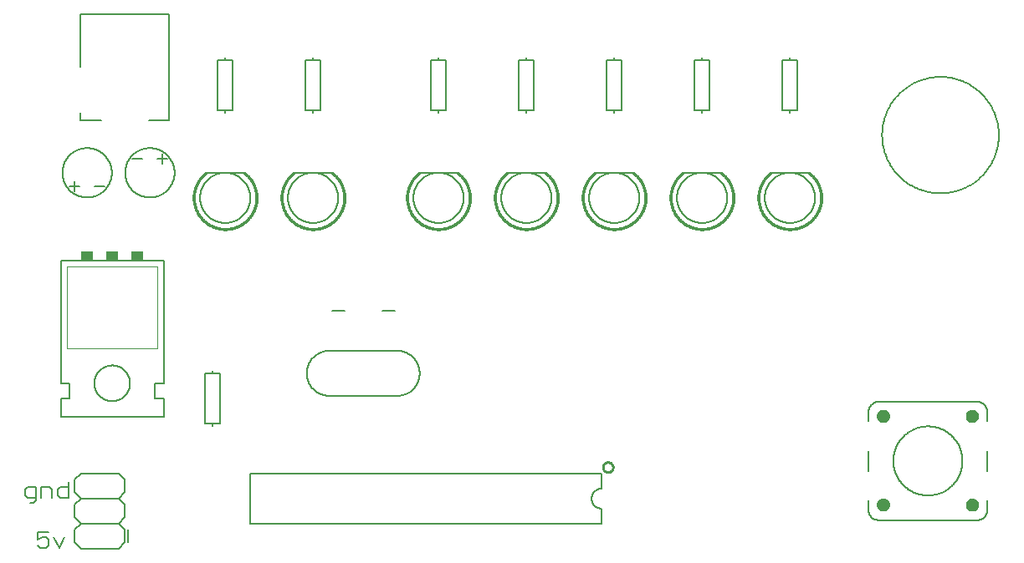
<source format=gto>
G75*
%MOIN*%
%OFA0B0*%
%FSLAX25Y25*%
%IPPOS*%
%LPD*%
%AMOC8*
5,1,8,0,0,1.08239X$1,22.5*
%
%ADD10C,0.00600*%
%ADD11C,0.00800*%
%ADD12C,0.00100*%
%ADD13C,0.02756*%
%ADD14C,0.00200*%
%ADD15R,0.05000X0.03500*%
%ADD16C,0.01000*%
D10*
X0022368Y0026300D02*
X0021300Y0027368D01*
X0022368Y0026300D02*
X0024503Y0026300D01*
X0025570Y0027368D01*
X0025570Y0029503D01*
X0024503Y0030570D01*
X0023435Y0030570D01*
X0021300Y0029503D01*
X0021300Y0032705D01*
X0025570Y0032705D01*
X0027745Y0030570D02*
X0029881Y0026300D01*
X0032016Y0030570D01*
X0019503Y0044165D02*
X0020570Y0045232D01*
X0020570Y0050570D01*
X0017368Y0050570D01*
X0016300Y0049503D01*
X0016300Y0047368D01*
X0017368Y0046300D01*
X0020570Y0046300D01*
X0022745Y0046300D02*
X0022745Y0050570D01*
X0025948Y0050570D01*
X0027016Y0049503D01*
X0027016Y0046300D01*
X0029191Y0047368D02*
X0029191Y0049503D01*
X0030259Y0050570D01*
X0033461Y0050570D01*
X0033461Y0052705D02*
X0033461Y0046300D01*
X0030259Y0046300D01*
X0029191Y0047368D01*
X0019503Y0044165D02*
X0018435Y0044165D01*
X0030500Y0078500D02*
X0030500Y0086000D01*
X0034000Y0086000D01*
X0034000Y0092000D01*
X0030500Y0092000D01*
X0030500Y0141000D01*
X0071500Y0141000D01*
X0071500Y0092000D01*
X0068000Y0092000D01*
X0068000Y0086000D01*
X0071500Y0086000D01*
X0071500Y0078500D01*
X0030500Y0078500D01*
X0043900Y0092000D02*
X0043902Y0092174D01*
X0043909Y0092348D01*
X0043919Y0092522D01*
X0043934Y0092696D01*
X0043953Y0092869D01*
X0043977Y0093042D01*
X0044005Y0093214D01*
X0044036Y0093385D01*
X0044073Y0093556D01*
X0044113Y0093725D01*
X0044157Y0093894D01*
X0044206Y0094061D01*
X0044258Y0094227D01*
X0044315Y0094392D01*
X0044376Y0094555D01*
X0044440Y0094717D01*
X0044509Y0094877D01*
X0044582Y0095036D01*
X0044658Y0095192D01*
X0044738Y0095347D01*
X0044822Y0095500D01*
X0044910Y0095650D01*
X0045002Y0095798D01*
X0045097Y0095945D01*
X0045195Y0096088D01*
X0045297Y0096229D01*
X0045403Y0096368D01*
X0045512Y0096504D01*
X0045624Y0096638D01*
X0045739Y0096768D01*
X0045858Y0096896D01*
X0045980Y0097020D01*
X0046104Y0097142D01*
X0046232Y0097261D01*
X0046362Y0097376D01*
X0046496Y0097488D01*
X0046632Y0097597D01*
X0046771Y0097703D01*
X0046912Y0097805D01*
X0047055Y0097903D01*
X0047202Y0097998D01*
X0047350Y0098090D01*
X0047500Y0098178D01*
X0047653Y0098262D01*
X0047808Y0098342D01*
X0047964Y0098418D01*
X0048123Y0098491D01*
X0048283Y0098560D01*
X0048445Y0098624D01*
X0048608Y0098685D01*
X0048773Y0098742D01*
X0048939Y0098794D01*
X0049106Y0098843D01*
X0049275Y0098887D01*
X0049444Y0098927D01*
X0049615Y0098964D01*
X0049786Y0098995D01*
X0049958Y0099023D01*
X0050131Y0099047D01*
X0050304Y0099066D01*
X0050478Y0099081D01*
X0050652Y0099091D01*
X0050826Y0099098D01*
X0051000Y0099100D01*
X0051174Y0099098D01*
X0051348Y0099091D01*
X0051522Y0099081D01*
X0051696Y0099066D01*
X0051869Y0099047D01*
X0052042Y0099023D01*
X0052214Y0098995D01*
X0052385Y0098964D01*
X0052556Y0098927D01*
X0052725Y0098887D01*
X0052894Y0098843D01*
X0053061Y0098794D01*
X0053227Y0098742D01*
X0053392Y0098685D01*
X0053555Y0098624D01*
X0053717Y0098560D01*
X0053877Y0098491D01*
X0054036Y0098418D01*
X0054192Y0098342D01*
X0054347Y0098262D01*
X0054500Y0098178D01*
X0054650Y0098090D01*
X0054798Y0097998D01*
X0054945Y0097903D01*
X0055088Y0097805D01*
X0055229Y0097703D01*
X0055368Y0097597D01*
X0055504Y0097488D01*
X0055638Y0097376D01*
X0055768Y0097261D01*
X0055896Y0097142D01*
X0056020Y0097020D01*
X0056142Y0096896D01*
X0056261Y0096768D01*
X0056376Y0096638D01*
X0056488Y0096504D01*
X0056597Y0096368D01*
X0056703Y0096229D01*
X0056805Y0096088D01*
X0056903Y0095945D01*
X0056998Y0095798D01*
X0057090Y0095650D01*
X0057178Y0095500D01*
X0057262Y0095347D01*
X0057342Y0095192D01*
X0057418Y0095036D01*
X0057491Y0094877D01*
X0057560Y0094717D01*
X0057624Y0094555D01*
X0057685Y0094392D01*
X0057742Y0094227D01*
X0057794Y0094061D01*
X0057843Y0093894D01*
X0057887Y0093725D01*
X0057927Y0093556D01*
X0057964Y0093385D01*
X0057995Y0093214D01*
X0058023Y0093042D01*
X0058047Y0092869D01*
X0058066Y0092696D01*
X0058081Y0092522D01*
X0058091Y0092348D01*
X0058098Y0092174D01*
X0058100Y0092000D01*
X0058098Y0091826D01*
X0058091Y0091652D01*
X0058081Y0091478D01*
X0058066Y0091304D01*
X0058047Y0091131D01*
X0058023Y0090958D01*
X0057995Y0090786D01*
X0057964Y0090615D01*
X0057927Y0090444D01*
X0057887Y0090275D01*
X0057843Y0090106D01*
X0057794Y0089939D01*
X0057742Y0089773D01*
X0057685Y0089608D01*
X0057624Y0089445D01*
X0057560Y0089283D01*
X0057491Y0089123D01*
X0057418Y0088964D01*
X0057342Y0088808D01*
X0057262Y0088653D01*
X0057178Y0088500D01*
X0057090Y0088350D01*
X0056998Y0088202D01*
X0056903Y0088055D01*
X0056805Y0087912D01*
X0056703Y0087771D01*
X0056597Y0087632D01*
X0056488Y0087496D01*
X0056376Y0087362D01*
X0056261Y0087232D01*
X0056142Y0087104D01*
X0056020Y0086980D01*
X0055896Y0086858D01*
X0055768Y0086739D01*
X0055638Y0086624D01*
X0055504Y0086512D01*
X0055368Y0086403D01*
X0055229Y0086297D01*
X0055088Y0086195D01*
X0054945Y0086097D01*
X0054798Y0086002D01*
X0054650Y0085910D01*
X0054500Y0085822D01*
X0054347Y0085738D01*
X0054192Y0085658D01*
X0054036Y0085582D01*
X0053877Y0085509D01*
X0053717Y0085440D01*
X0053555Y0085376D01*
X0053392Y0085315D01*
X0053227Y0085258D01*
X0053061Y0085206D01*
X0052894Y0085157D01*
X0052725Y0085113D01*
X0052556Y0085073D01*
X0052385Y0085036D01*
X0052214Y0085005D01*
X0052042Y0084977D01*
X0051869Y0084953D01*
X0051696Y0084934D01*
X0051522Y0084919D01*
X0051348Y0084909D01*
X0051174Y0084902D01*
X0051000Y0084900D01*
X0050826Y0084902D01*
X0050652Y0084909D01*
X0050478Y0084919D01*
X0050304Y0084934D01*
X0050131Y0084953D01*
X0049958Y0084977D01*
X0049786Y0085005D01*
X0049615Y0085036D01*
X0049444Y0085073D01*
X0049275Y0085113D01*
X0049106Y0085157D01*
X0048939Y0085206D01*
X0048773Y0085258D01*
X0048608Y0085315D01*
X0048445Y0085376D01*
X0048283Y0085440D01*
X0048123Y0085509D01*
X0047964Y0085582D01*
X0047808Y0085658D01*
X0047653Y0085738D01*
X0047500Y0085822D01*
X0047350Y0085910D01*
X0047202Y0086002D01*
X0047055Y0086097D01*
X0046912Y0086195D01*
X0046771Y0086297D01*
X0046632Y0086403D01*
X0046496Y0086512D01*
X0046362Y0086624D01*
X0046232Y0086739D01*
X0046104Y0086858D01*
X0045980Y0086980D01*
X0045858Y0087104D01*
X0045739Y0087232D01*
X0045624Y0087362D01*
X0045512Y0087496D01*
X0045403Y0087632D01*
X0045297Y0087771D01*
X0045195Y0087912D01*
X0045097Y0088055D01*
X0045002Y0088202D01*
X0044910Y0088350D01*
X0044822Y0088500D01*
X0044738Y0088653D01*
X0044658Y0088808D01*
X0044582Y0088964D01*
X0044509Y0089123D01*
X0044440Y0089283D01*
X0044376Y0089445D01*
X0044315Y0089608D01*
X0044258Y0089773D01*
X0044206Y0089939D01*
X0044157Y0090106D01*
X0044113Y0090275D01*
X0044073Y0090444D01*
X0044036Y0090615D01*
X0044005Y0090786D01*
X0043977Y0090958D01*
X0043953Y0091131D01*
X0043934Y0091304D01*
X0043919Y0091478D01*
X0043909Y0091652D01*
X0043902Y0091826D01*
X0043900Y0092000D01*
X0086000Y0166000D02*
X0086003Y0166245D01*
X0086012Y0166491D01*
X0086027Y0166736D01*
X0086048Y0166980D01*
X0086075Y0167224D01*
X0086108Y0167467D01*
X0086147Y0167710D01*
X0086192Y0167951D01*
X0086243Y0168191D01*
X0086300Y0168430D01*
X0086362Y0168667D01*
X0086431Y0168903D01*
X0086505Y0169137D01*
X0086585Y0169369D01*
X0086670Y0169599D01*
X0086761Y0169827D01*
X0086858Y0170052D01*
X0086960Y0170276D01*
X0087068Y0170496D01*
X0087181Y0170714D01*
X0087299Y0170929D01*
X0087423Y0171141D01*
X0087551Y0171350D01*
X0087685Y0171556D01*
X0087824Y0171758D01*
X0087968Y0171957D01*
X0088117Y0172152D01*
X0088270Y0172344D01*
X0088428Y0172532D01*
X0088590Y0172716D01*
X0088758Y0172895D01*
X0088929Y0173071D01*
X0089105Y0173242D01*
X0089284Y0173410D01*
X0089468Y0173572D01*
X0089656Y0173730D01*
X0089848Y0173883D01*
X0090043Y0174032D01*
X0090242Y0174176D01*
X0090444Y0174315D01*
X0090650Y0174449D01*
X0090859Y0174577D01*
X0091071Y0174701D01*
X0091286Y0174819D01*
X0091504Y0174932D01*
X0091724Y0175040D01*
X0091948Y0175142D01*
X0092173Y0175239D01*
X0092401Y0175330D01*
X0092631Y0175415D01*
X0092863Y0175495D01*
X0093097Y0175569D01*
X0093333Y0175638D01*
X0093570Y0175700D01*
X0093809Y0175757D01*
X0094049Y0175808D01*
X0094290Y0175853D01*
X0094533Y0175892D01*
X0094776Y0175925D01*
X0095020Y0175952D01*
X0095264Y0175973D01*
X0095509Y0175988D01*
X0095755Y0175997D01*
X0096000Y0176000D01*
X0096245Y0175997D01*
X0096491Y0175988D01*
X0096736Y0175973D01*
X0096980Y0175952D01*
X0097224Y0175925D01*
X0097467Y0175892D01*
X0097710Y0175853D01*
X0097951Y0175808D01*
X0098191Y0175757D01*
X0098430Y0175700D01*
X0098667Y0175638D01*
X0098903Y0175569D01*
X0099137Y0175495D01*
X0099369Y0175415D01*
X0099599Y0175330D01*
X0099827Y0175239D01*
X0100052Y0175142D01*
X0100276Y0175040D01*
X0100496Y0174932D01*
X0100714Y0174819D01*
X0100929Y0174701D01*
X0101141Y0174577D01*
X0101350Y0174449D01*
X0101556Y0174315D01*
X0101758Y0174176D01*
X0101957Y0174032D01*
X0102152Y0173883D01*
X0102344Y0173730D01*
X0102532Y0173572D01*
X0102716Y0173410D01*
X0102895Y0173242D01*
X0103071Y0173071D01*
X0103242Y0172895D01*
X0103410Y0172716D01*
X0103572Y0172532D01*
X0103730Y0172344D01*
X0103883Y0172152D01*
X0104032Y0171957D01*
X0104176Y0171758D01*
X0104315Y0171556D01*
X0104449Y0171350D01*
X0104577Y0171141D01*
X0104701Y0170929D01*
X0104819Y0170714D01*
X0104932Y0170496D01*
X0105040Y0170276D01*
X0105142Y0170052D01*
X0105239Y0169827D01*
X0105330Y0169599D01*
X0105415Y0169369D01*
X0105495Y0169137D01*
X0105569Y0168903D01*
X0105638Y0168667D01*
X0105700Y0168430D01*
X0105757Y0168191D01*
X0105808Y0167951D01*
X0105853Y0167710D01*
X0105892Y0167467D01*
X0105925Y0167224D01*
X0105952Y0166980D01*
X0105973Y0166736D01*
X0105988Y0166491D01*
X0105997Y0166245D01*
X0106000Y0166000D01*
X0105997Y0165755D01*
X0105988Y0165509D01*
X0105973Y0165264D01*
X0105952Y0165020D01*
X0105925Y0164776D01*
X0105892Y0164533D01*
X0105853Y0164290D01*
X0105808Y0164049D01*
X0105757Y0163809D01*
X0105700Y0163570D01*
X0105638Y0163333D01*
X0105569Y0163097D01*
X0105495Y0162863D01*
X0105415Y0162631D01*
X0105330Y0162401D01*
X0105239Y0162173D01*
X0105142Y0161948D01*
X0105040Y0161724D01*
X0104932Y0161504D01*
X0104819Y0161286D01*
X0104701Y0161071D01*
X0104577Y0160859D01*
X0104449Y0160650D01*
X0104315Y0160444D01*
X0104176Y0160242D01*
X0104032Y0160043D01*
X0103883Y0159848D01*
X0103730Y0159656D01*
X0103572Y0159468D01*
X0103410Y0159284D01*
X0103242Y0159105D01*
X0103071Y0158929D01*
X0102895Y0158758D01*
X0102716Y0158590D01*
X0102532Y0158428D01*
X0102344Y0158270D01*
X0102152Y0158117D01*
X0101957Y0157968D01*
X0101758Y0157824D01*
X0101556Y0157685D01*
X0101350Y0157551D01*
X0101141Y0157423D01*
X0100929Y0157299D01*
X0100714Y0157181D01*
X0100496Y0157068D01*
X0100276Y0156960D01*
X0100052Y0156858D01*
X0099827Y0156761D01*
X0099599Y0156670D01*
X0099369Y0156585D01*
X0099137Y0156505D01*
X0098903Y0156431D01*
X0098667Y0156362D01*
X0098430Y0156300D01*
X0098191Y0156243D01*
X0097951Y0156192D01*
X0097710Y0156147D01*
X0097467Y0156108D01*
X0097224Y0156075D01*
X0096980Y0156048D01*
X0096736Y0156027D01*
X0096491Y0156012D01*
X0096245Y0156003D01*
X0096000Y0156000D01*
X0095755Y0156003D01*
X0095509Y0156012D01*
X0095264Y0156027D01*
X0095020Y0156048D01*
X0094776Y0156075D01*
X0094533Y0156108D01*
X0094290Y0156147D01*
X0094049Y0156192D01*
X0093809Y0156243D01*
X0093570Y0156300D01*
X0093333Y0156362D01*
X0093097Y0156431D01*
X0092863Y0156505D01*
X0092631Y0156585D01*
X0092401Y0156670D01*
X0092173Y0156761D01*
X0091948Y0156858D01*
X0091724Y0156960D01*
X0091504Y0157068D01*
X0091286Y0157181D01*
X0091071Y0157299D01*
X0090859Y0157423D01*
X0090650Y0157551D01*
X0090444Y0157685D01*
X0090242Y0157824D01*
X0090043Y0157968D01*
X0089848Y0158117D01*
X0089656Y0158270D01*
X0089468Y0158428D01*
X0089284Y0158590D01*
X0089105Y0158758D01*
X0088929Y0158929D01*
X0088758Y0159105D01*
X0088590Y0159284D01*
X0088428Y0159468D01*
X0088270Y0159656D01*
X0088117Y0159848D01*
X0087968Y0160043D01*
X0087824Y0160242D01*
X0087685Y0160444D01*
X0087551Y0160650D01*
X0087423Y0160859D01*
X0087299Y0161071D01*
X0087181Y0161286D01*
X0087068Y0161504D01*
X0086960Y0161724D01*
X0086858Y0161948D01*
X0086761Y0162173D01*
X0086670Y0162401D01*
X0086585Y0162631D01*
X0086505Y0162863D01*
X0086431Y0163097D01*
X0086362Y0163333D01*
X0086300Y0163570D01*
X0086243Y0163809D01*
X0086192Y0164049D01*
X0086147Y0164290D01*
X0086108Y0164533D01*
X0086075Y0164776D01*
X0086048Y0165020D01*
X0086027Y0165264D01*
X0086012Y0165509D01*
X0086003Y0165755D01*
X0086000Y0166000D01*
X0121000Y0166000D02*
X0121003Y0166245D01*
X0121012Y0166491D01*
X0121027Y0166736D01*
X0121048Y0166980D01*
X0121075Y0167224D01*
X0121108Y0167467D01*
X0121147Y0167710D01*
X0121192Y0167951D01*
X0121243Y0168191D01*
X0121300Y0168430D01*
X0121362Y0168667D01*
X0121431Y0168903D01*
X0121505Y0169137D01*
X0121585Y0169369D01*
X0121670Y0169599D01*
X0121761Y0169827D01*
X0121858Y0170052D01*
X0121960Y0170276D01*
X0122068Y0170496D01*
X0122181Y0170714D01*
X0122299Y0170929D01*
X0122423Y0171141D01*
X0122551Y0171350D01*
X0122685Y0171556D01*
X0122824Y0171758D01*
X0122968Y0171957D01*
X0123117Y0172152D01*
X0123270Y0172344D01*
X0123428Y0172532D01*
X0123590Y0172716D01*
X0123758Y0172895D01*
X0123929Y0173071D01*
X0124105Y0173242D01*
X0124284Y0173410D01*
X0124468Y0173572D01*
X0124656Y0173730D01*
X0124848Y0173883D01*
X0125043Y0174032D01*
X0125242Y0174176D01*
X0125444Y0174315D01*
X0125650Y0174449D01*
X0125859Y0174577D01*
X0126071Y0174701D01*
X0126286Y0174819D01*
X0126504Y0174932D01*
X0126724Y0175040D01*
X0126948Y0175142D01*
X0127173Y0175239D01*
X0127401Y0175330D01*
X0127631Y0175415D01*
X0127863Y0175495D01*
X0128097Y0175569D01*
X0128333Y0175638D01*
X0128570Y0175700D01*
X0128809Y0175757D01*
X0129049Y0175808D01*
X0129290Y0175853D01*
X0129533Y0175892D01*
X0129776Y0175925D01*
X0130020Y0175952D01*
X0130264Y0175973D01*
X0130509Y0175988D01*
X0130755Y0175997D01*
X0131000Y0176000D01*
X0131245Y0175997D01*
X0131491Y0175988D01*
X0131736Y0175973D01*
X0131980Y0175952D01*
X0132224Y0175925D01*
X0132467Y0175892D01*
X0132710Y0175853D01*
X0132951Y0175808D01*
X0133191Y0175757D01*
X0133430Y0175700D01*
X0133667Y0175638D01*
X0133903Y0175569D01*
X0134137Y0175495D01*
X0134369Y0175415D01*
X0134599Y0175330D01*
X0134827Y0175239D01*
X0135052Y0175142D01*
X0135276Y0175040D01*
X0135496Y0174932D01*
X0135714Y0174819D01*
X0135929Y0174701D01*
X0136141Y0174577D01*
X0136350Y0174449D01*
X0136556Y0174315D01*
X0136758Y0174176D01*
X0136957Y0174032D01*
X0137152Y0173883D01*
X0137344Y0173730D01*
X0137532Y0173572D01*
X0137716Y0173410D01*
X0137895Y0173242D01*
X0138071Y0173071D01*
X0138242Y0172895D01*
X0138410Y0172716D01*
X0138572Y0172532D01*
X0138730Y0172344D01*
X0138883Y0172152D01*
X0139032Y0171957D01*
X0139176Y0171758D01*
X0139315Y0171556D01*
X0139449Y0171350D01*
X0139577Y0171141D01*
X0139701Y0170929D01*
X0139819Y0170714D01*
X0139932Y0170496D01*
X0140040Y0170276D01*
X0140142Y0170052D01*
X0140239Y0169827D01*
X0140330Y0169599D01*
X0140415Y0169369D01*
X0140495Y0169137D01*
X0140569Y0168903D01*
X0140638Y0168667D01*
X0140700Y0168430D01*
X0140757Y0168191D01*
X0140808Y0167951D01*
X0140853Y0167710D01*
X0140892Y0167467D01*
X0140925Y0167224D01*
X0140952Y0166980D01*
X0140973Y0166736D01*
X0140988Y0166491D01*
X0140997Y0166245D01*
X0141000Y0166000D01*
X0140997Y0165755D01*
X0140988Y0165509D01*
X0140973Y0165264D01*
X0140952Y0165020D01*
X0140925Y0164776D01*
X0140892Y0164533D01*
X0140853Y0164290D01*
X0140808Y0164049D01*
X0140757Y0163809D01*
X0140700Y0163570D01*
X0140638Y0163333D01*
X0140569Y0163097D01*
X0140495Y0162863D01*
X0140415Y0162631D01*
X0140330Y0162401D01*
X0140239Y0162173D01*
X0140142Y0161948D01*
X0140040Y0161724D01*
X0139932Y0161504D01*
X0139819Y0161286D01*
X0139701Y0161071D01*
X0139577Y0160859D01*
X0139449Y0160650D01*
X0139315Y0160444D01*
X0139176Y0160242D01*
X0139032Y0160043D01*
X0138883Y0159848D01*
X0138730Y0159656D01*
X0138572Y0159468D01*
X0138410Y0159284D01*
X0138242Y0159105D01*
X0138071Y0158929D01*
X0137895Y0158758D01*
X0137716Y0158590D01*
X0137532Y0158428D01*
X0137344Y0158270D01*
X0137152Y0158117D01*
X0136957Y0157968D01*
X0136758Y0157824D01*
X0136556Y0157685D01*
X0136350Y0157551D01*
X0136141Y0157423D01*
X0135929Y0157299D01*
X0135714Y0157181D01*
X0135496Y0157068D01*
X0135276Y0156960D01*
X0135052Y0156858D01*
X0134827Y0156761D01*
X0134599Y0156670D01*
X0134369Y0156585D01*
X0134137Y0156505D01*
X0133903Y0156431D01*
X0133667Y0156362D01*
X0133430Y0156300D01*
X0133191Y0156243D01*
X0132951Y0156192D01*
X0132710Y0156147D01*
X0132467Y0156108D01*
X0132224Y0156075D01*
X0131980Y0156048D01*
X0131736Y0156027D01*
X0131491Y0156012D01*
X0131245Y0156003D01*
X0131000Y0156000D01*
X0130755Y0156003D01*
X0130509Y0156012D01*
X0130264Y0156027D01*
X0130020Y0156048D01*
X0129776Y0156075D01*
X0129533Y0156108D01*
X0129290Y0156147D01*
X0129049Y0156192D01*
X0128809Y0156243D01*
X0128570Y0156300D01*
X0128333Y0156362D01*
X0128097Y0156431D01*
X0127863Y0156505D01*
X0127631Y0156585D01*
X0127401Y0156670D01*
X0127173Y0156761D01*
X0126948Y0156858D01*
X0126724Y0156960D01*
X0126504Y0157068D01*
X0126286Y0157181D01*
X0126071Y0157299D01*
X0125859Y0157423D01*
X0125650Y0157551D01*
X0125444Y0157685D01*
X0125242Y0157824D01*
X0125043Y0157968D01*
X0124848Y0158117D01*
X0124656Y0158270D01*
X0124468Y0158428D01*
X0124284Y0158590D01*
X0124105Y0158758D01*
X0123929Y0158929D01*
X0123758Y0159105D01*
X0123590Y0159284D01*
X0123428Y0159468D01*
X0123270Y0159656D01*
X0123117Y0159848D01*
X0122968Y0160043D01*
X0122824Y0160242D01*
X0122685Y0160444D01*
X0122551Y0160650D01*
X0122423Y0160859D01*
X0122299Y0161071D01*
X0122181Y0161286D01*
X0122068Y0161504D01*
X0121960Y0161724D01*
X0121858Y0161948D01*
X0121761Y0162173D01*
X0121670Y0162401D01*
X0121585Y0162631D01*
X0121505Y0162863D01*
X0121431Y0163097D01*
X0121362Y0163333D01*
X0121300Y0163570D01*
X0121243Y0163809D01*
X0121192Y0164049D01*
X0121147Y0164290D01*
X0121108Y0164533D01*
X0121075Y0164776D01*
X0121048Y0165020D01*
X0121027Y0165264D01*
X0121012Y0165509D01*
X0121003Y0165755D01*
X0121000Y0166000D01*
X0171000Y0166000D02*
X0171003Y0166245D01*
X0171012Y0166491D01*
X0171027Y0166736D01*
X0171048Y0166980D01*
X0171075Y0167224D01*
X0171108Y0167467D01*
X0171147Y0167710D01*
X0171192Y0167951D01*
X0171243Y0168191D01*
X0171300Y0168430D01*
X0171362Y0168667D01*
X0171431Y0168903D01*
X0171505Y0169137D01*
X0171585Y0169369D01*
X0171670Y0169599D01*
X0171761Y0169827D01*
X0171858Y0170052D01*
X0171960Y0170276D01*
X0172068Y0170496D01*
X0172181Y0170714D01*
X0172299Y0170929D01*
X0172423Y0171141D01*
X0172551Y0171350D01*
X0172685Y0171556D01*
X0172824Y0171758D01*
X0172968Y0171957D01*
X0173117Y0172152D01*
X0173270Y0172344D01*
X0173428Y0172532D01*
X0173590Y0172716D01*
X0173758Y0172895D01*
X0173929Y0173071D01*
X0174105Y0173242D01*
X0174284Y0173410D01*
X0174468Y0173572D01*
X0174656Y0173730D01*
X0174848Y0173883D01*
X0175043Y0174032D01*
X0175242Y0174176D01*
X0175444Y0174315D01*
X0175650Y0174449D01*
X0175859Y0174577D01*
X0176071Y0174701D01*
X0176286Y0174819D01*
X0176504Y0174932D01*
X0176724Y0175040D01*
X0176948Y0175142D01*
X0177173Y0175239D01*
X0177401Y0175330D01*
X0177631Y0175415D01*
X0177863Y0175495D01*
X0178097Y0175569D01*
X0178333Y0175638D01*
X0178570Y0175700D01*
X0178809Y0175757D01*
X0179049Y0175808D01*
X0179290Y0175853D01*
X0179533Y0175892D01*
X0179776Y0175925D01*
X0180020Y0175952D01*
X0180264Y0175973D01*
X0180509Y0175988D01*
X0180755Y0175997D01*
X0181000Y0176000D01*
X0181245Y0175997D01*
X0181491Y0175988D01*
X0181736Y0175973D01*
X0181980Y0175952D01*
X0182224Y0175925D01*
X0182467Y0175892D01*
X0182710Y0175853D01*
X0182951Y0175808D01*
X0183191Y0175757D01*
X0183430Y0175700D01*
X0183667Y0175638D01*
X0183903Y0175569D01*
X0184137Y0175495D01*
X0184369Y0175415D01*
X0184599Y0175330D01*
X0184827Y0175239D01*
X0185052Y0175142D01*
X0185276Y0175040D01*
X0185496Y0174932D01*
X0185714Y0174819D01*
X0185929Y0174701D01*
X0186141Y0174577D01*
X0186350Y0174449D01*
X0186556Y0174315D01*
X0186758Y0174176D01*
X0186957Y0174032D01*
X0187152Y0173883D01*
X0187344Y0173730D01*
X0187532Y0173572D01*
X0187716Y0173410D01*
X0187895Y0173242D01*
X0188071Y0173071D01*
X0188242Y0172895D01*
X0188410Y0172716D01*
X0188572Y0172532D01*
X0188730Y0172344D01*
X0188883Y0172152D01*
X0189032Y0171957D01*
X0189176Y0171758D01*
X0189315Y0171556D01*
X0189449Y0171350D01*
X0189577Y0171141D01*
X0189701Y0170929D01*
X0189819Y0170714D01*
X0189932Y0170496D01*
X0190040Y0170276D01*
X0190142Y0170052D01*
X0190239Y0169827D01*
X0190330Y0169599D01*
X0190415Y0169369D01*
X0190495Y0169137D01*
X0190569Y0168903D01*
X0190638Y0168667D01*
X0190700Y0168430D01*
X0190757Y0168191D01*
X0190808Y0167951D01*
X0190853Y0167710D01*
X0190892Y0167467D01*
X0190925Y0167224D01*
X0190952Y0166980D01*
X0190973Y0166736D01*
X0190988Y0166491D01*
X0190997Y0166245D01*
X0191000Y0166000D01*
X0190997Y0165755D01*
X0190988Y0165509D01*
X0190973Y0165264D01*
X0190952Y0165020D01*
X0190925Y0164776D01*
X0190892Y0164533D01*
X0190853Y0164290D01*
X0190808Y0164049D01*
X0190757Y0163809D01*
X0190700Y0163570D01*
X0190638Y0163333D01*
X0190569Y0163097D01*
X0190495Y0162863D01*
X0190415Y0162631D01*
X0190330Y0162401D01*
X0190239Y0162173D01*
X0190142Y0161948D01*
X0190040Y0161724D01*
X0189932Y0161504D01*
X0189819Y0161286D01*
X0189701Y0161071D01*
X0189577Y0160859D01*
X0189449Y0160650D01*
X0189315Y0160444D01*
X0189176Y0160242D01*
X0189032Y0160043D01*
X0188883Y0159848D01*
X0188730Y0159656D01*
X0188572Y0159468D01*
X0188410Y0159284D01*
X0188242Y0159105D01*
X0188071Y0158929D01*
X0187895Y0158758D01*
X0187716Y0158590D01*
X0187532Y0158428D01*
X0187344Y0158270D01*
X0187152Y0158117D01*
X0186957Y0157968D01*
X0186758Y0157824D01*
X0186556Y0157685D01*
X0186350Y0157551D01*
X0186141Y0157423D01*
X0185929Y0157299D01*
X0185714Y0157181D01*
X0185496Y0157068D01*
X0185276Y0156960D01*
X0185052Y0156858D01*
X0184827Y0156761D01*
X0184599Y0156670D01*
X0184369Y0156585D01*
X0184137Y0156505D01*
X0183903Y0156431D01*
X0183667Y0156362D01*
X0183430Y0156300D01*
X0183191Y0156243D01*
X0182951Y0156192D01*
X0182710Y0156147D01*
X0182467Y0156108D01*
X0182224Y0156075D01*
X0181980Y0156048D01*
X0181736Y0156027D01*
X0181491Y0156012D01*
X0181245Y0156003D01*
X0181000Y0156000D01*
X0180755Y0156003D01*
X0180509Y0156012D01*
X0180264Y0156027D01*
X0180020Y0156048D01*
X0179776Y0156075D01*
X0179533Y0156108D01*
X0179290Y0156147D01*
X0179049Y0156192D01*
X0178809Y0156243D01*
X0178570Y0156300D01*
X0178333Y0156362D01*
X0178097Y0156431D01*
X0177863Y0156505D01*
X0177631Y0156585D01*
X0177401Y0156670D01*
X0177173Y0156761D01*
X0176948Y0156858D01*
X0176724Y0156960D01*
X0176504Y0157068D01*
X0176286Y0157181D01*
X0176071Y0157299D01*
X0175859Y0157423D01*
X0175650Y0157551D01*
X0175444Y0157685D01*
X0175242Y0157824D01*
X0175043Y0157968D01*
X0174848Y0158117D01*
X0174656Y0158270D01*
X0174468Y0158428D01*
X0174284Y0158590D01*
X0174105Y0158758D01*
X0173929Y0158929D01*
X0173758Y0159105D01*
X0173590Y0159284D01*
X0173428Y0159468D01*
X0173270Y0159656D01*
X0173117Y0159848D01*
X0172968Y0160043D01*
X0172824Y0160242D01*
X0172685Y0160444D01*
X0172551Y0160650D01*
X0172423Y0160859D01*
X0172299Y0161071D01*
X0172181Y0161286D01*
X0172068Y0161504D01*
X0171960Y0161724D01*
X0171858Y0161948D01*
X0171761Y0162173D01*
X0171670Y0162401D01*
X0171585Y0162631D01*
X0171505Y0162863D01*
X0171431Y0163097D01*
X0171362Y0163333D01*
X0171300Y0163570D01*
X0171243Y0163809D01*
X0171192Y0164049D01*
X0171147Y0164290D01*
X0171108Y0164533D01*
X0171075Y0164776D01*
X0171048Y0165020D01*
X0171027Y0165264D01*
X0171012Y0165509D01*
X0171003Y0165755D01*
X0171000Y0166000D01*
X0206000Y0166000D02*
X0206003Y0166245D01*
X0206012Y0166491D01*
X0206027Y0166736D01*
X0206048Y0166980D01*
X0206075Y0167224D01*
X0206108Y0167467D01*
X0206147Y0167710D01*
X0206192Y0167951D01*
X0206243Y0168191D01*
X0206300Y0168430D01*
X0206362Y0168667D01*
X0206431Y0168903D01*
X0206505Y0169137D01*
X0206585Y0169369D01*
X0206670Y0169599D01*
X0206761Y0169827D01*
X0206858Y0170052D01*
X0206960Y0170276D01*
X0207068Y0170496D01*
X0207181Y0170714D01*
X0207299Y0170929D01*
X0207423Y0171141D01*
X0207551Y0171350D01*
X0207685Y0171556D01*
X0207824Y0171758D01*
X0207968Y0171957D01*
X0208117Y0172152D01*
X0208270Y0172344D01*
X0208428Y0172532D01*
X0208590Y0172716D01*
X0208758Y0172895D01*
X0208929Y0173071D01*
X0209105Y0173242D01*
X0209284Y0173410D01*
X0209468Y0173572D01*
X0209656Y0173730D01*
X0209848Y0173883D01*
X0210043Y0174032D01*
X0210242Y0174176D01*
X0210444Y0174315D01*
X0210650Y0174449D01*
X0210859Y0174577D01*
X0211071Y0174701D01*
X0211286Y0174819D01*
X0211504Y0174932D01*
X0211724Y0175040D01*
X0211948Y0175142D01*
X0212173Y0175239D01*
X0212401Y0175330D01*
X0212631Y0175415D01*
X0212863Y0175495D01*
X0213097Y0175569D01*
X0213333Y0175638D01*
X0213570Y0175700D01*
X0213809Y0175757D01*
X0214049Y0175808D01*
X0214290Y0175853D01*
X0214533Y0175892D01*
X0214776Y0175925D01*
X0215020Y0175952D01*
X0215264Y0175973D01*
X0215509Y0175988D01*
X0215755Y0175997D01*
X0216000Y0176000D01*
X0216245Y0175997D01*
X0216491Y0175988D01*
X0216736Y0175973D01*
X0216980Y0175952D01*
X0217224Y0175925D01*
X0217467Y0175892D01*
X0217710Y0175853D01*
X0217951Y0175808D01*
X0218191Y0175757D01*
X0218430Y0175700D01*
X0218667Y0175638D01*
X0218903Y0175569D01*
X0219137Y0175495D01*
X0219369Y0175415D01*
X0219599Y0175330D01*
X0219827Y0175239D01*
X0220052Y0175142D01*
X0220276Y0175040D01*
X0220496Y0174932D01*
X0220714Y0174819D01*
X0220929Y0174701D01*
X0221141Y0174577D01*
X0221350Y0174449D01*
X0221556Y0174315D01*
X0221758Y0174176D01*
X0221957Y0174032D01*
X0222152Y0173883D01*
X0222344Y0173730D01*
X0222532Y0173572D01*
X0222716Y0173410D01*
X0222895Y0173242D01*
X0223071Y0173071D01*
X0223242Y0172895D01*
X0223410Y0172716D01*
X0223572Y0172532D01*
X0223730Y0172344D01*
X0223883Y0172152D01*
X0224032Y0171957D01*
X0224176Y0171758D01*
X0224315Y0171556D01*
X0224449Y0171350D01*
X0224577Y0171141D01*
X0224701Y0170929D01*
X0224819Y0170714D01*
X0224932Y0170496D01*
X0225040Y0170276D01*
X0225142Y0170052D01*
X0225239Y0169827D01*
X0225330Y0169599D01*
X0225415Y0169369D01*
X0225495Y0169137D01*
X0225569Y0168903D01*
X0225638Y0168667D01*
X0225700Y0168430D01*
X0225757Y0168191D01*
X0225808Y0167951D01*
X0225853Y0167710D01*
X0225892Y0167467D01*
X0225925Y0167224D01*
X0225952Y0166980D01*
X0225973Y0166736D01*
X0225988Y0166491D01*
X0225997Y0166245D01*
X0226000Y0166000D01*
X0225997Y0165755D01*
X0225988Y0165509D01*
X0225973Y0165264D01*
X0225952Y0165020D01*
X0225925Y0164776D01*
X0225892Y0164533D01*
X0225853Y0164290D01*
X0225808Y0164049D01*
X0225757Y0163809D01*
X0225700Y0163570D01*
X0225638Y0163333D01*
X0225569Y0163097D01*
X0225495Y0162863D01*
X0225415Y0162631D01*
X0225330Y0162401D01*
X0225239Y0162173D01*
X0225142Y0161948D01*
X0225040Y0161724D01*
X0224932Y0161504D01*
X0224819Y0161286D01*
X0224701Y0161071D01*
X0224577Y0160859D01*
X0224449Y0160650D01*
X0224315Y0160444D01*
X0224176Y0160242D01*
X0224032Y0160043D01*
X0223883Y0159848D01*
X0223730Y0159656D01*
X0223572Y0159468D01*
X0223410Y0159284D01*
X0223242Y0159105D01*
X0223071Y0158929D01*
X0222895Y0158758D01*
X0222716Y0158590D01*
X0222532Y0158428D01*
X0222344Y0158270D01*
X0222152Y0158117D01*
X0221957Y0157968D01*
X0221758Y0157824D01*
X0221556Y0157685D01*
X0221350Y0157551D01*
X0221141Y0157423D01*
X0220929Y0157299D01*
X0220714Y0157181D01*
X0220496Y0157068D01*
X0220276Y0156960D01*
X0220052Y0156858D01*
X0219827Y0156761D01*
X0219599Y0156670D01*
X0219369Y0156585D01*
X0219137Y0156505D01*
X0218903Y0156431D01*
X0218667Y0156362D01*
X0218430Y0156300D01*
X0218191Y0156243D01*
X0217951Y0156192D01*
X0217710Y0156147D01*
X0217467Y0156108D01*
X0217224Y0156075D01*
X0216980Y0156048D01*
X0216736Y0156027D01*
X0216491Y0156012D01*
X0216245Y0156003D01*
X0216000Y0156000D01*
X0215755Y0156003D01*
X0215509Y0156012D01*
X0215264Y0156027D01*
X0215020Y0156048D01*
X0214776Y0156075D01*
X0214533Y0156108D01*
X0214290Y0156147D01*
X0214049Y0156192D01*
X0213809Y0156243D01*
X0213570Y0156300D01*
X0213333Y0156362D01*
X0213097Y0156431D01*
X0212863Y0156505D01*
X0212631Y0156585D01*
X0212401Y0156670D01*
X0212173Y0156761D01*
X0211948Y0156858D01*
X0211724Y0156960D01*
X0211504Y0157068D01*
X0211286Y0157181D01*
X0211071Y0157299D01*
X0210859Y0157423D01*
X0210650Y0157551D01*
X0210444Y0157685D01*
X0210242Y0157824D01*
X0210043Y0157968D01*
X0209848Y0158117D01*
X0209656Y0158270D01*
X0209468Y0158428D01*
X0209284Y0158590D01*
X0209105Y0158758D01*
X0208929Y0158929D01*
X0208758Y0159105D01*
X0208590Y0159284D01*
X0208428Y0159468D01*
X0208270Y0159656D01*
X0208117Y0159848D01*
X0207968Y0160043D01*
X0207824Y0160242D01*
X0207685Y0160444D01*
X0207551Y0160650D01*
X0207423Y0160859D01*
X0207299Y0161071D01*
X0207181Y0161286D01*
X0207068Y0161504D01*
X0206960Y0161724D01*
X0206858Y0161948D01*
X0206761Y0162173D01*
X0206670Y0162401D01*
X0206585Y0162631D01*
X0206505Y0162863D01*
X0206431Y0163097D01*
X0206362Y0163333D01*
X0206300Y0163570D01*
X0206243Y0163809D01*
X0206192Y0164049D01*
X0206147Y0164290D01*
X0206108Y0164533D01*
X0206075Y0164776D01*
X0206048Y0165020D01*
X0206027Y0165264D01*
X0206012Y0165509D01*
X0206003Y0165755D01*
X0206000Y0166000D01*
X0241000Y0166000D02*
X0241003Y0166245D01*
X0241012Y0166491D01*
X0241027Y0166736D01*
X0241048Y0166980D01*
X0241075Y0167224D01*
X0241108Y0167467D01*
X0241147Y0167710D01*
X0241192Y0167951D01*
X0241243Y0168191D01*
X0241300Y0168430D01*
X0241362Y0168667D01*
X0241431Y0168903D01*
X0241505Y0169137D01*
X0241585Y0169369D01*
X0241670Y0169599D01*
X0241761Y0169827D01*
X0241858Y0170052D01*
X0241960Y0170276D01*
X0242068Y0170496D01*
X0242181Y0170714D01*
X0242299Y0170929D01*
X0242423Y0171141D01*
X0242551Y0171350D01*
X0242685Y0171556D01*
X0242824Y0171758D01*
X0242968Y0171957D01*
X0243117Y0172152D01*
X0243270Y0172344D01*
X0243428Y0172532D01*
X0243590Y0172716D01*
X0243758Y0172895D01*
X0243929Y0173071D01*
X0244105Y0173242D01*
X0244284Y0173410D01*
X0244468Y0173572D01*
X0244656Y0173730D01*
X0244848Y0173883D01*
X0245043Y0174032D01*
X0245242Y0174176D01*
X0245444Y0174315D01*
X0245650Y0174449D01*
X0245859Y0174577D01*
X0246071Y0174701D01*
X0246286Y0174819D01*
X0246504Y0174932D01*
X0246724Y0175040D01*
X0246948Y0175142D01*
X0247173Y0175239D01*
X0247401Y0175330D01*
X0247631Y0175415D01*
X0247863Y0175495D01*
X0248097Y0175569D01*
X0248333Y0175638D01*
X0248570Y0175700D01*
X0248809Y0175757D01*
X0249049Y0175808D01*
X0249290Y0175853D01*
X0249533Y0175892D01*
X0249776Y0175925D01*
X0250020Y0175952D01*
X0250264Y0175973D01*
X0250509Y0175988D01*
X0250755Y0175997D01*
X0251000Y0176000D01*
X0251245Y0175997D01*
X0251491Y0175988D01*
X0251736Y0175973D01*
X0251980Y0175952D01*
X0252224Y0175925D01*
X0252467Y0175892D01*
X0252710Y0175853D01*
X0252951Y0175808D01*
X0253191Y0175757D01*
X0253430Y0175700D01*
X0253667Y0175638D01*
X0253903Y0175569D01*
X0254137Y0175495D01*
X0254369Y0175415D01*
X0254599Y0175330D01*
X0254827Y0175239D01*
X0255052Y0175142D01*
X0255276Y0175040D01*
X0255496Y0174932D01*
X0255714Y0174819D01*
X0255929Y0174701D01*
X0256141Y0174577D01*
X0256350Y0174449D01*
X0256556Y0174315D01*
X0256758Y0174176D01*
X0256957Y0174032D01*
X0257152Y0173883D01*
X0257344Y0173730D01*
X0257532Y0173572D01*
X0257716Y0173410D01*
X0257895Y0173242D01*
X0258071Y0173071D01*
X0258242Y0172895D01*
X0258410Y0172716D01*
X0258572Y0172532D01*
X0258730Y0172344D01*
X0258883Y0172152D01*
X0259032Y0171957D01*
X0259176Y0171758D01*
X0259315Y0171556D01*
X0259449Y0171350D01*
X0259577Y0171141D01*
X0259701Y0170929D01*
X0259819Y0170714D01*
X0259932Y0170496D01*
X0260040Y0170276D01*
X0260142Y0170052D01*
X0260239Y0169827D01*
X0260330Y0169599D01*
X0260415Y0169369D01*
X0260495Y0169137D01*
X0260569Y0168903D01*
X0260638Y0168667D01*
X0260700Y0168430D01*
X0260757Y0168191D01*
X0260808Y0167951D01*
X0260853Y0167710D01*
X0260892Y0167467D01*
X0260925Y0167224D01*
X0260952Y0166980D01*
X0260973Y0166736D01*
X0260988Y0166491D01*
X0260997Y0166245D01*
X0261000Y0166000D01*
X0260997Y0165755D01*
X0260988Y0165509D01*
X0260973Y0165264D01*
X0260952Y0165020D01*
X0260925Y0164776D01*
X0260892Y0164533D01*
X0260853Y0164290D01*
X0260808Y0164049D01*
X0260757Y0163809D01*
X0260700Y0163570D01*
X0260638Y0163333D01*
X0260569Y0163097D01*
X0260495Y0162863D01*
X0260415Y0162631D01*
X0260330Y0162401D01*
X0260239Y0162173D01*
X0260142Y0161948D01*
X0260040Y0161724D01*
X0259932Y0161504D01*
X0259819Y0161286D01*
X0259701Y0161071D01*
X0259577Y0160859D01*
X0259449Y0160650D01*
X0259315Y0160444D01*
X0259176Y0160242D01*
X0259032Y0160043D01*
X0258883Y0159848D01*
X0258730Y0159656D01*
X0258572Y0159468D01*
X0258410Y0159284D01*
X0258242Y0159105D01*
X0258071Y0158929D01*
X0257895Y0158758D01*
X0257716Y0158590D01*
X0257532Y0158428D01*
X0257344Y0158270D01*
X0257152Y0158117D01*
X0256957Y0157968D01*
X0256758Y0157824D01*
X0256556Y0157685D01*
X0256350Y0157551D01*
X0256141Y0157423D01*
X0255929Y0157299D01*
X0255714Y0157181D01*
X0255496Y0157068D01*
X0255276Y0156960D01*
X0255052Y0156858D01*
X0254827Y0156761D01*
X0254599Y0156670D01*
X0254369Y0156585D01*
X0254137Y0156505D01*
X0253903Y0156431D01*
X0253667Y0156362D01*
X0253430Y0156300D01*
X0253191Y0156243D01*
X0252951Y0156192D01*
X0252710Y0156147D01*
X0252467Y0156108D01*
X0252224Y0156075D01*
X0251980Y0156048D01*
X0251736Y0156027D01*
X0251491Y0156012D01*
X0251245Y0156003D01*
X0251000Y0156000D01*
X0250755Y0156003D01*
X0250509Y0156012D01*
X0250264Y0156027D01*
X0250020Y0156048D01*
X0249776Y0156075D01*
X0249533Y0156108D01*
X0249290Y0156147D01*
X0249049Y0156192D01*
X0248809Y0156243D01*
X0248570Y0156300D01*
X0248333Y0156362D01*
X0248097Y0156431D01*
X0247863Y0156505D01*
X0247631Y0156585D01*
X0247401Y0156670D01*
X0247173Y0156761D01*
X0246948Y0156858D01*
X0246724Y0156960D01*
X0246504Y0157068D01*
X0246286Y0157181D01*
X0246071Y0157299D01*
X0245859Y0157423D01*
X0245650Y0157551D01*
X0245444Y0157685D01*
X0245242Y0157824D01*
X0245043Y0157968D01*
X0244848Y0158117D01*
X0244656Y0158270D01*
X0244468Y0158428D01*
X0244284Y0158590D01*
X0244105Y0158758D01*
X0243929Y0158929D01*
X0243758Y0159105D01*
X0243590Y0159284D01*
X0243428Y0159468D01*
X0243270Y0159656D01*
X0243117Y0159848D01*
X0242968Y0160043D01*
X0242824Y0160242D01*
X0242685Y0160444D01*
X0242551Y0160650D01*
X0242423Y0160859D01*
X0242299Y0161071D01*
X0242181Y0161286D01*
X0242068Y0161504D01*
X0241960Y0161724D01*
X0241858Y0161948D01*
X0241761Y0162173D01*
X0241670Y0162401D01*
X0241585Y0162631D01*
X0241505Y0162863D01*
X0241431Y0163097D01*
X0241362Y0163333D01*
X0241300Y0163570D01*
X0241243Y0163809D01*
X0241192Y0164049D01*
X0241147Y0164290D01*
X0241108Y0164533D01*
X0241075Y0164776D01*
X0241048Y0165020D01*
X0241027Y0165264D01*
X0241012Y0165509D01*
X0241003Y0165755D01*
X0241000Y0166000D01*
X0276000Y0166000D02*
X0276003Y0166245D01*
X0276012Y0166491D01*
X0276027Y0166736D01*
X0276048Y0166980D01*
X0276075Y0167224D01*
X0276108Y0167467D01*
X0276147Y0167710D01*
X0276192Y0167951D01*
X0276243Y0168191D01*
X0276300Y0168430D01*
X0276362Y0168667D01*
X0276431Y0168903D01*
X0276505Y0169137D01*
X0276585Y0169369D01*
X0276670Y0169599D01*
X0276761Y0169827D01*
X0276858Y0170052D01*
X0276960Y0170276D01*
X0277068Y0170496D01*
X0277181Y0170714D01*
X0277299Y0170929D01*
X0277423Y0171141D01*
X0277551Y0171350D01*
X0277685Y0171556D01*
X0277824Y0171758D01*
X0277968Y0171957D01*
X0278117Y0172152D01*
X0278270Y0172344D01*
X0278428Y0172532D01*
X0278590Y0172716D01*
X0278758Y0172895D01*
X0278929Y0173071D01*
X0279105Y0173242D01*
X0279284Y0173410D01*
X0279468Y0173572D01*
X0279656Y0173730D01*
X0279848Y0173883D01*
X0280043Y0174032D01*
X0280242Y0174176D01*
X0280444Y0174315D01*
X0280650Y0174449D01*
X0280859Y0174577D01*
X0281071Y0174701D01*
X0281286Y0174819D01*
X0281504Y0174932D01*
X0281724Y0175040D01*
X0281948Y0175142D01*
X0282173Y0175239D01*
X0282401Y0175330D01*
X0282631Y0175415D01*
X0282863Y0175495D01*
X0283097Y0175569D01*
X0283333Y0175638D01*
X0283570Y0175700D01*
X0283809Y0175757D01*
X0284049Y0175808D01*
X0284290Y0175853D01*
X0284533Y0175892D01*
X0284776Y0175925D01*
X0285020Y0175952D01*
X0285264Y0175973D01*
X0285509Y0175988D01*
X0285755Y0175997D01*
X0286000Y0176000D01*
X0286245Y0175997D01*
X0286491Y0175988D01*
X0286736Y0175973D01*
X0286980Y0175952D01*
X0287224Y0175925D01*
X0287467Y0175892D01*
X0287710Y0175853D01*
X0287951Y0175808D01*
X0288191Y0175757D01*
X0288430Y0175700D01*
X0288667Y0175638D01*
X0288903Y0175569D01*
X0289137Y0175495D01*
X0289369Y0175415D01*
X0289599Y0175330D01*
X0289827Y0175239D01*
X0290052Y0175142D01*
X0290276Y0175040D01*
X0290496Y0174932D01*
X0290714Y0174819D01*
X0290929Y0174701D01*
X0291141Y0174577D01*
X0291350Y0174449D01*
X0291556Y0174315D01*
X0291758Y0174176D01*
X0291957Y0174032D01*
X0292152Y0173883D01*
X0292344Y0173730D01*
X0292532Y0173572D01*
X0292716Y0173410D01*
X0292895Y0173242D01*
X0293071Y0173071D01*
X0293242Y0172895D01*
X0293410Y0172716D01*
X0293572Y0172532D01*
X0293730Y0172344D01*
X0293883Y0172152D01*
X0294032Y0171957D01*
X0294176Y0171758D01*
X0294315Y0171556D01*
X0294449Y0171350D01*
X0294577Y0171141D01*
X0294701Y0170929D01*
X0294819Y0170714D01*
X0294932Y0170496D01*
X0295040Y0170276D01*
X0295142Y0170052D01*
X0295239Y0169827D01*
X0295330Y0169599D01*
X0295415Y0169369D01*
X0295495Y0169137D01*
X0295569Y0168903D01*
X0295638Y0168667D01*
X0295700Y0168430D01*
X0295757Y0168191D01*
X0295808Y0167951D01*
X0295853Y0167710D01*
X0295892Y0167467D01*
X0295925Y0167224D01*
X0295952Y0166980D01*
X0295973Y0166736D01*
X0295988Y0166491D01*
X0295997Y0166245D01*
X0296000Y0166000D01*
X0295997Y0165755D01*
X0295988Y0165509D01*
X0295973Y0165264D01*
X0295952Y0165020D01*
X0295925Y0164776D01*
X0295892Y0164533D01*
X0295853Y0164290D01*
X0295808Y0164049D01*
X0295757Y0163809D01*
X0295700Y0163570D01*
X0295638Y0163333D01*
X0295569Y0163097D01*
X0295495Y0162863D01*
X0295415Y0162631D01*
X0295330Y0162401D01*
X0295239Y0162173D01*
X0295142Y0161948D01*
X0295040Y0161724D01*
X0294932Y0161504D01*
X0294819Y0161286D01*
X0294701Y0161071D01*
X0294577Y0160859D01*
X0294449Y0160650D01*
X0294315Y0160444D01*
X0294176Y0160242D01*
X0294032Y0160043D01*
X0293883Y0159848D01*
X0293730Y0159656D01*
X0293572Y0159468D01*
X0293410Y0159284D01*
X0293242Y0159105D01*
X0293071Y0158929D01*
X0292895Y0158758D01*
X0292716Y0158590D01*
X0292532Y0158428D01*
X0292344Y0158270D01*
X0292152Y0158117D01*
X0291957Y0157968D01*
X0291758Y0157824D01*
X0291556Y0157685D01*
X0291350Y0157551D01*
X0291141Y0157423D01*
X0290929Y0157299D01*
X0290714Y0157181D01*
X0290496Y0157068D01*
X0290276Y0156960D01*
X0290052Y0156858D01*
X0289827Y0156761D01*
X0289599Y0156670D01*
X0289369Y0156585D01*
X0289137Y0156505D01*
X0288903Y0156431D01*
X0288667Y0156362D01*
X0288430Y0156300D01*
X0288191Y0156243D01*
X0287951Y0156192D01*
X0287710Y0156147D01*
X0287467Y0156108D01*
X0287224Y0156075D01*
X0286980Y0156048D01*
X0286736Y0156027D01*
X0286491Y0156012D01*
X0286245Y0156003D01*
X0286000Y0156000D01*
X0285755Y0156003D01*
X0285509Y0156012D01*
X0285264Y0156027D01*
X0285020Y0156048D01*
X0284776Y0156075D01*
X0284533Y0156108D01*
X0284290Y0156147D01*
X0284049Y0156192D01*
X0283809Y0156243D01*
X0283570Y0156300D01*
X0283333Y0156362D01*
X0283097Y0156431D01*
X0282863Y0156505D01*
X0282631Y0156585D01*
X0282401Y0156670D01*
X0282173Y0156761D01*
X0281948Y0156858D01*
X0281724Y0156960D01*
X0281504Y0157068D01*
X0281286Y0157181D01*
X0281071Y0157299D01*
X0280859Y0157423D01*
X0280650Y0157551D01*
X0280444Y0157685D01*
X0280242Y0157824D01*
X0280043Y0157968D01*
X0279848Y0158117D01*
X0279656Y0158270D01*
X0279468Y0158428D01*
X0279284Y0158590D01*
X0279105Y0158758D01*
X0278929Y0158929D01*
X0278758Y0159105D01*
X0278590Y0159284D01*
X0278428Y0159468D01*
X0278270Y0159656D01*
X0278117Y0159848D01*
X0277968Y0160043D01*
X0277824Y0160242D01*
X0277685Y0160444D01*
X0277551Y0160650D01*
X0277423Y0160859D01*
X0277299Y0161071D01*
X0277181Y0161286D01*
X0277068Y0161504D01*
X0276960Y0161724D01*
X0276858Y0161948D01*
X0276761Y0162173D01*
X0276670Y0162401D01*
X0276585Y0162631D01*
X0276505Y0162863D01*
X0276431Y0163097D01*
X0276362Y0163333D01*
X0276300Y0163570D01*
X0276243Y0163809D01*
X0276192Y0164049D01*
X0276147Y0164290D01*
X0276108Y0164533D01*
X0276075Y0164776D01*
X0276048Y0165020D01*
X0276027Y0165264D01*
X0276012Y0165509D01*
X0276003Y0165755D01*
X0276000Y0166000D01*
X0311000Y0166000D02*
X0311003Y0166245D01*
X0311012Y0166491D01*
X0311027Y0166736D01*
X0311048Y0166980D01*
X0311075Y0167224D01*
X0311108Y0167467D01*
X0311147Y0167710D01*
X0311192Y0167951D01*
X0311243Y0168191D01*
X0311300Y0168430D01*
X0311362Y0168667D01*
X0311431Y0168903D01*
X0311505Y0169137D01*
X0311585Y0169369D01*
X0311670Y0169599D01*
X0311761Y0169827D01*
X0311858Y0170052D01*
X0311960Y0170276D01*
X0312068Y0170496D01*
X0312181Y0170714D01*
X0312299Y0170929D01*
X0312423Y0171141D01*
X0312551Y0171350D01*
X0312685Y0171556D01*
X0312824Y0171758D01*
X0312968Y0171957D01*
X0313117Y0172152D01*
X0313270Y0172344D01*
X0313428Y0172532D01*
X0313590Y0172716D01*
X0313758Y0172895D01*
X0313929Y0173071D01*
X0314105Y0173242D01*
X0314284Y0173410D01*
X0314468Y0173572D01*
X0314656Y0173730D01*
X0314848Y0173883D01*
X0315043Y0174032D01*
X0315242Y0174176D01*
X0315444Y0174315D01*
X0315650Y0174449D01*
X0315859Y0174577D01*
X0316071Y0174701D01*
X0316286Y0174819D01*
X0316504Y0174932D01*
X0316724Y0175040D01*
X0316948Y0175142D01*
X0317173Y0175239D01*
X0317401Y0175330D01*
X0317631Y0175415D01*
X0317863Y0175495D01*
X0318097Y0175569D01*
X0318333Y0175638D01*
X0318570Y0175700D01*
X0318809Y0175757D01*
X0319049Y0175808D01*
X0319290Y0175853D01*
X0319533Y0175892D01*
X0319776Y0175925D01*
X0320020Y0175952D01*
X0320264Y0175973D01*
X0320509Y0175988D01*
X0320755Y0175997D01*
X0321000Y0176000D01*
X0321245Y0175997D01*
X0321491Y0175988D01*
X0321736Y0175973D01*
X0321980Y0175952D01*
X0322224Y0175925D01*
X0322467Y0175892D01*
X0322710Y0175853D01*
X0322951Y0175808D01*
X0323191Y0175757D01*
X0323430Y0175700D01*
X0323667Y0175638D01*
X0323903Y0175569D01*
X0324137Y0175495D01*
X0324369Y0175415D01*
X0324599Y0175330D01*
X0324827Y0175239D01*
X0325052Y0175142D01*
X0325276Y0175040D01*
X0325496Y0174932D01*
X0325714Y0174819D01*
X0325929Y0174701D01*
X0326141Y0174577D01*
X0326350Y0174449D01*
X0326556Y0174315D01*
X0326758Y0174176D01*
X0326957Y0174032D01*
X0327152Y0173883D01*
X0327344Y0173730D01*
X0327532Y0173572D01*
X0327716Y0173410D01*
X0327895Y0173242D01*
X0328071Y0173071D01*
X0328242Y0172895D01*
X0328410Y0172716D01*
X0328572Y0172532D01*
X0328730Y0172344D01*
X0328883Y0172152D01*
X0329032Y0171957D01*
X0329176Y0171758D01*
X0329315Y0171556D01*
X0329449Y0171350D01*
X0329577Y0171141D01*
X0329701Y0170929D01*
X0329819Y0170714D01*
X0329932Y0170496D01*
X0330040Y0170276D01*
X0330142Y0170052D01*
X0330239Y0169827D01*
X0330330Y0169599D01*
X0330415Y0169369D01*
X0330495Y0169137D01*
X0330569Y0168903D01*
X0330638Y0168667D01*
X0330700Y0168430D01*
X0330757Y0168191D01*
X0330808Y0167951D01*
X0330853Y0167710D01*
X0330892Y0167467D01*
X0330925Y0167224D01*
X0330952Y0166980D01*
X0330973Y0166736D01*
X0330988Y0166491D01*
X0330997Y0166245D01*
X0331000Y0166000D01*
X0330997Y0165755D01*
X0330988Y0165509D01*
X0330973Y0165264D01*
X0330952Y0165020D01*
X0330925Y0164776D01*
X0330892Y0164533D01*
X0330853Y0164290D01*
X0330808Y0164049D01*
X0330757Y0163809D01*
X0330700Y0163570D01*
X0330638Y0163333D01*
X0330569Y0163097D01*
X0330495Y0162863D01*
X0330415Y0162631D01*
X0330330Y0162401D01*
X0330239Y0162173D01*
X0330142Y0161948D01*
X0330040Y0161724D01*
X0329932Y0161504D01*
X0329819Y0161286D01*
X0329701Y0161071D01*
X0329577Y0160859D01*
X0329449Y0160650D01*
X0329315Y0160444D01*
X0329176Y0160242D01*
X0329032Y0160043D01*
X0328883Y0159848D01*
X0328730Y0159656D01*
X0328572Y0159468D01*
X0328410Y0159284D01*
X0328242Y0159105D01*
X0328071Y0158929D01*
X0327895Y0158758D01*
X0327716Y0158590D01*
X0327532Y0158428D01*
X0327344Y0158270D01*
X0327152Y0158117D01*
X0326957Y0157968D01*
X0326758Y0157824D01*
X0326556Y0157685D01*
X0326350Y0157551D01*
X0326141Y0157423D01*
X0325929Y0157299D01*
X0325714Y0157181D01*
X0325496Y0157068D01*
X0325276Y0156960D01*
X0325052Y0156858D01*
X0324827Y0156761D01*
X0324599Y0156670D01*
X0324369Y0156585D01*
X0324137Y0156505D01*
X0323903Y0156431D01*
X0323667Y0156362D01*
X0323430Y0156300D01*
X0323191Y0156243D01*
X0322951Y0156192D01*
X0322710Y0156147D01*
X0322467Y0156108D01*
X0322224Y0156075D01*
X0321980Y0156048D01*
X0321736Y0156027D01*
X0321491Y0156012D01*
X0321245Y0156003D01*
X0321000Y0156000D01*
X0320755Y0156003D01*
X0320509Y0156012D01*
X0320264Y0156027D01*
X0320020Y0156048D01*
X0319776Y0156075D01*
X0319533Y0156108D01*
X0319290Y0156147D01*
X0319049Y0156192D01*
X0318809Y0156243D01*
X0318570Y0156300D01*
X0318333Y0156362D01*
X0318097Y0156431D01*
X0317863Y0156505D01*
X0317631Y0156585D01*
X0317401Y0156670D01*
X0317173Y0156761D01*
X0316948Y0156858D01*
X0316724Y0156960D01*
X0316504Y0157068D01*
X0316286Y0157181D01*
X0316071Y0157299D01*
X0315859Y0157423D01*
X0315650Y0157551D01*
X0315444Y0157685D01*
X0315242Y0157824D01*
X0315043Y0157968D01*
X0314848Y0158117D01*
X0314656Y0158270D01*
X0314468Y0158428D01*
X0314284Y0158590D01*
X0314105Y0158758D01*
X0313929Y0158929D01*
X0313758Y0159105D01*
X0313590Y0159284D01*
X0313428Y0159468D01*
X0313270Y0159656D01*
X0313117Y0159848D01*
X0312968Y0160043D01*
X0312824Y0160242D01*
X0312685Y0160444D01*
X0312551Y0160650D01*
X0312423Y0160859D01*
X0312299Y0161071D01*
X0312181Y0161286D01*
X0312068Y0161504D01*
X0311960Y0161724D01*
X0311858Y0161948D01*
X0311761Y0162173D01*
X0311670Y0162401D01*
X0311585Y0162631D01*
X0311505Y0162863D01*
X0311431Y0163097D01*
X0311362Y0163333D01*
X0311300Y0163570D01*
X0311243Y0163809D01*
X0311192Y0164049D01*
X0311147Y0164290D01*
X0311108Y0164533D01*
X0311075Y0164776D01*
X0311048Y0165020D01*
X0311027Y0165264D01*
X0311012Y0165509D01*
X0311003Y0165755D01*
X0311000Y0166000D01*
D11*
X0313500Y0176000D02*
X0328500Y0176000D01*
X0293500Y0176000D02*
X0278500Y0176000D01*
X0258500Y0176000D02*
X0243500Y0176000D01*
X0223500Y0176000D02*
X0208500Y0176000D01*
X0188500Y0176000D02*
X0173500Y0176000D01*
X0138500Y0176000D02*
X0123500Y0176000D01*
X0103500Y0176000D02*
X0088500Y0176000D01*
X0072921Y0181500D02*
X0068921Y0181500D01*
X0070921Y0183500D02*
X0070921Y0179500D01*
X0056157Y0176000D02*
X0056160Y0176242D01*
X0056169Y0176483D01*
X0056184Y0176724D01*
X0056204Y0176965D01*
X0056231Y0177205D01*
X0056264Y0177444D01*
X0056302Y0177683D01*
X0056346Y0177920D01*
X0056396Y0178157D01*
X0056452Y0178392D01*
X0056514Y0178625D01*
X0056581Y0178857D01*
X0056654Y0179088D01*
X0056732Y0179316D01*
X0056817Y0179542D01*
X0056906Y0179767D01*
X0057001Y0179989D01*
X0057102Y0180208D01*
X0057208Y0180426D01*
X0057319Y0180640D01*
X0057436Y0180852D01*
X0057557Y0181060D01*
X0057684Y0181266D01*
X0057816Y0181468D01*
X0057953Y0181668D01*
X0058094Y0181863D01*
X0058240Y0182056D01*
X0058391Y0182244D01*
X0058547Y0182429D01*
X0058707Y0182610D01*
X0058871Y0182787D01*
X0059040Y0182960D01*
X0059213Y0183129D01*
X0059390Y0183293D01*
X0059571Y0183453D01*
X0059756Y0183609D01*
X0059944Y0183760D01*
X0060137Y0183906D01*
X0060332Y0184047D01*
X0060532Y0184184D01*
X0060734Y0184316D01*
X0060940Y0184443D01*
X0061148Y0184564D01*
X0061360Y0184681D01*
X0061574Y0184792D01*
X0061792Y0184898D01*
X0062011Y0184999D01*
X0062233Y0185094D01*
X0062458Y0185183D01*
X0062684Y0185268D01*
X0062912Y0185346D01*
X0063143Y0185419D01*
X0063375Y0185486D01*
X0063608Y0185548D01*
X0063843Y0185604D01*
X0064080Y0185654D01*
X0064317Y0185698D01*
X0064556Y0185736D01*
X0064795Y0185769D01*
X0065035Y0185796D01*
X0065276Y0185816D01*
X0065517Y0185831D01*
X0065758Y0185840D01*
X0066000Y0185843D01*
X0066242Y0185840D01*
X0066483Y0185831D01*
X0066724Y0185816D01*
X0066965Y0185796D01*
X0067205Y0185769D01*
X0067444Y0185736D01*
X0067683Y0185698D01*
X0067920Y0185654D01*
X0068157Y0185604D01*
X0068392Y0185548D01*
X0068625Y0185486D01*
X0068857Y0185419D01*
X0069088Y0185346D01*
X0069316Y0185268D01*
X0069542Y0185183D01*
X0069767Y0185094D01*
X0069989Y0184999D01*
X0070208Y0184898D01*
X0070426Y0184792D01*
X0070640Y0184681D01*
X0070852Y0184564D01*
X0071060Y0184443D01*
X0071266Y0184316D01*
X0071468Y0184184D01*
X0071668Y0184047D01*
X0071863Y0183906D01*
X0072056Y0183760D01*
X0072244Y0183609D01*
X0072429Y0183453D01*
X0072610Y0183293D01*
X0072787Y0183129D01*
X0072960Y0182960D01*
X0073129Y0182787D01*
X0073293Y0182610D01*
X0073453Y0182429D01*
X0073609Y0182244D01*
X0073760Y0182056D01*
X0073906Y0181863D01*
X0074047Y0181668D01*
X0074184Y0181468D01*
X0074316Y0181266D01*
X0074443Y0181060D01*
X0074564Y0180852D01*
X0074681Y0180640D01*
X0074792Y0180426D01*
X0074898Y0180208D01*
X0074999Y0179989D01*
X0075094Y0179767D01*
X0075183Y0179542D01*
X0075268Y0179316D01*
X0075346Y0179088D01*
X0075419Y0178857D01*
X0075486Y0178625D01*
X0075548Y0178392D01*
X0075604Y0178157D01*
X0075654Y0177920D01*
X0075698Y0177683D01*
X0075736Y0177444D01*
X0075769Y0177205D01*
X0075796Y0176965D01*
X0075816Y0176724D01*
X0075831Y0176483D01*
X0075840Y0176242D01*
X0075843Y0176000D01*
X0075840Y0175758D01*
X0075831Y0175517D01*
X0075816Y0175276D01*
X0075796Y0175035D01*
X0075769Y0174795D01*
X0075736Y0174556D01*
X0075698Y0174317D01*
X0075654Y0174080D01*
X0075604Y0173843D01*
X0075548Y0173608D01*
X0075486Y0173375D01*
X0075419Y0173143D01*
X0075346Y0172912D01*
X0075268Y0172684D01*
X0075183Y0172458D01*
X0075094Y0172233D01*
X0074999Y0172011D01*
X0074898Y0171792D01*
X0074792Y0171574D01*
X0074681Y0171360D01*
X0074564Y0171148D01*
X0074443Y0170940D01*
X0074316Y0170734D01*
X0074184Y0170532D01*
X0074047Y0170332D01*
X0073906Y0170137D01*
X0073760Y0169944D01*
X0073609Y0169756D01*
X0073453Y0169571D01*
X0073293Y0169390D01*
X0073129Y0169213D01*
X0072960Y0169040D01*
X0072787Y0168871D01*
X0072610Y0168707D01*
X0072429Y0168547D01*
X0072244Y0168391D01*
X0072056Y0168240D01*
X0071863Y0168094D01*
X0071668Y0167953D01*
X0071468Y0167816D01*
X0071266Y0167684D01*
X0071060Y0167557D01*
X0070852Y0167436D01*
X0070640Y0167319D01*
X0070426Y0167208D01*
X0070208Y0167102D01*
X0069989Y0167001D01*
X0069767Y0166906D01*
X0069542Y0166817D01*
X0069316Y0166732D01*
X0069088Y0166654D01*
X0068857Y0166581D01*
X0068625Y0166514D01*
X0068392Y0166452D01*
X0068157Y0166396D01*
X0067920Y0166346D01*
X0067683Y0166302D01*
X0067444Y0166264D01*
X0067205Y0166231D01*
X0066965Y0166204D01*
X0066724Y0166184D01*
X0066483Y0166169D01*
X0066242Y0166160D01*
X0066000Y0166157D01*
X0065758Y0166160D01*
X0065517Y0166169D01*
X0065276Y0166184D01*
X0065035Y0166204D01*
X0064795Y0166231D01*
X0064556Y0166264D01*
X0064317Y0166302D01*
X0064080Y0166346D01*
X0063843Y0166396D01*
X0063608Y0166452D01*
X0063375Y0166514D01*
X0063143Y0166581D01*
X0062912Y0166654D01*
X0062684Y0166732D01*
X0062458Y0166817D01*
X0062233Y0166906D01*
X0062011Y0167001D01*
X0061792Y0167102D01*
X0061574Y0167208D01*
X0061360Y0167319D01*
X0061148Y0167436D01*
X0060940Y0167557D01*
X0060734Y0167684D01*
X0060532Y0167816D01*
X0060332Y0167953D01*
X0060137Y0168094D01*
X0059944Y0168240D01*
X0059756Y0168391D01*
X0059571Y0168547D01*
X0059390Y0168707D01*
X0059213Y0168871D01*
X0059040Y0169040D01*
X0058871Y0169213D01*
X0058707Y0169390D01*
X0058547Y0169571D01*
X0058391Y0169756D01*
X0058240Y0169944D01*
X0058094Y0170137D01*
X0057953Y0170332D01*
X0057816Y0170532D01*
X0057684Y0170734D01*
X0057557Y0170940D01*
X0057436Y0171148D01*
X0057319Y0171360D01*
X0057208Y0171574D01*
X0057102Y0171792D01*
X0057001Y0172011D01*
X0056906Y0172233D01*
X0056817Y0172458D01*
X0056732Y0172684D01*
X0056654Y0172912D01*
X0056581Y0173143D01*
X0056514Y0173375D01*
X0056452Y0173608D01*
X0056396Y0173843D01*
X0056346Y0174080D01*
X0056302Y0174317D01*
X0056264Y0174556D01*
X0056231Y0174795D01*
X0056204Y0175035D01*
X0056184Y0175276D01*
X0056169Y0175517D01*
X0056160Y0175758D01*
X0056157Y0176000D01*
X0059079Y0181500D02*
X0063079Y0181500D01*
X0047921Y0170500D02*
X0043921Y0170500D01*
X0038079Y0170500D02*
X0034079Y0170500D01*
X0036079Y0168500D02*
X0036079Y0172500D01*
X0031157Y0176000D02*
X0031160Y0176242D01*
X0031169Y0176483D01*
X0031184Y0176724D01*
X0031204Y0176965D01*
X0031231Y0177205D01*
X0031264Y0177444D01*
X0031302Y0177683D01*
X0031346Y0177920D01*
X0031396Y0178157D01*
X0031452Y0178392D01*
X0031514Y0178625D01*
X0031581Y0178857D01*
X0031654Y0179088D01*
X0031732Y0179316D01*
X0031817Y0179542D01*
X0031906Y0179767D01*
X0032001Y0179989D01*
X0032102Y0180208D01*
X0032208Y0180426D01*
X0032319Y0180640D01*
X0032436Y0180852D01*
X0032557Y0181060D01*
X0032684Y0181266D01*
X0032816Y0181468D01*
X0032953Y0181668D01*
X0033094Y0181863D01*
X0033240Y0182056D01*
X0033391Y0182244D01*
X0033547Y0182429D01*
X0033707Y0182610D01*
X0033871Y0182787D01*
X0034040Y0182960D01*
X0034213Y0183129D01*
X0034390Y0183293D01*
X0034571Y0183453D01*
X0034756Y0183609D01*
X0034944Y0183760D01*
X0035137Y0183906D01*
X0035332Y0184047D01*
X0035532Y0184184D01*
X0035734Y0184316D01*
X0035940Y0184443D01*
X0036148Y0184564D01*
X0036360Y0184681D01*
X0036574Y0184792D01*
X0036792Y0184898D01*
X0037011Y0184999D01*
X0037233Y0185094D01*
X0037458Y0185183D01*
X0037684Y0185268D01*
X0037912Y0185346D01*
X0038143Y0185419D01*
X0038375Y0185486D01*
X0038608Y0185548D01*
X0038843Y0185604D01*
X0039080Y0185654D01*
X0039317Y0185698D01*
X0039556Y0185736D01*
X0039795Y0185769D01*
X0040035Y0185796D01*
X0040276Y0185816D01*
X0040517Y0185831D01*
X0040758Y0185840D01*
X0041000Y0185843D01*
X0041242Y0185840D01*
X0041483Y0185831D01*
X0041724Y0185816D01*
X0041965Y0185796D01*
X0042205Y0185769D01*
X0042444Y0185736D01*
X0042683Y0185698D01*
X0042920Y0185654D01*
X0043157Y0185604D01*
X0043392Y0185548D01*
X0043625Y0185486D01*
X0043857Y0185419D01*
X0044088Y0185346D01*
X0044316Y0185268D01*
X0044542Y0185183D01*
X0044767Y0185094D01*
X0044989Y0184999D01*
X0045208Y0184898D01*
X0045426Y0184792D01*
X0045640Y0184681D01*
X0045852Y0184564D01*
X0046060Y0184443D01*
X0046266Y0184316D01*
X0046468Y0184184D01*
X0046668Y0184047D01*
X0046863Y0183906D01*
X0047056Y0183760D01*
X0047244Y0183609D01*
X0047429Y0183453D01*
X0047610Y0183293D01*
X0047787Y0183129D01*
X0047960Y0182960D01*
X0048129Y0182787D01*
X0048293Y0182610D01*
X0048453Y0182429D01*
X0048609Y0182244D01*
X0048760Y0182056D01*
X0048906Y0181863D01*
X0049047Y0181668D01*
X0049184Y0181468D01*
X0049316Y0181266D01*
X0049443Y0181060D01*
X0049564Y0180852D01*
X0049681Y0180640D01*
X0049792Y0180426D01*
X0049898Y0180208D01*
X0049999Y0179989D01*
X0050094Y0179767D01*
X0050183Y0179542D01*
X0050268Y0179316D01*
X0050346Y0179088D01*
X0050419Y0178857D01*
X0050486Y0178625D01*
X0050548Y0178392D01*
X0050604Y0178157D01*
X0050654Y0177920D01*
X0050698Y0177683D01*
X0050736Y0177444D01*
X0050769Y0177205D01*
X0050796Y0176965D01*
X0050816Y0176724D01*
X0050831Y0176483D01*
X0050840Y0176242D01*
X0050843Y0176000D01*
X0050840Y0175758D01*
X0050831Y0175517D01*
X0050816Y0175276D01*
X0050796Y0175035D01*
X0050769Y0174795D01*
X0050736Y0174556D01*
X0050698Y0174317D01*
X0050654Y0174080D01*
X0050604Y0173843D01*
X0050548Y0173608D01*
X0050486Y0173375D01*
X0050419Y0173143D01*
X0050346Y0172912D01*
X0050268Y0172684D01*
X0050183Y0172458D01*
X0050094Y0172233D01*
X0049999Y0172011D01*
X0049898Y0171792D01*
X0049792Y0171574D01*
X0049681Y0171360D01*
X0049564Y0171148D01*
X0049443Y0170940D01*
X0049316Y0170734D01*
X0049184Y0170532D01*
X0049047Y0170332D01*
X0048906Y0170137D01*
X0048760Y0169944D01*
X0048609Y0169756D01*
X0048453Y0169571D01*
X0048293Y0169390D01*
X0048129Y0169213D01*
X0047960Y0169040D01*
X0047787Y0168871D01*
X0047610Y0168707D01*
X0047429Y0168547D01*
X0047244Y0168391D01*
X0047056Y0168240D01*
X0046863Y0168094D01*
X0046668Y0167953D01*
X0046468Y0167816D01*
X0046266Y0167684D01*
X0046060Y0167557D01*
X0045852Y0167436D01*
X0045640Y0167319D01*
X0045426Y0167208D01*
X0045208Y0167102D01*
X0044989Y0167001D01*
X0044767Y0166906D01*
X0044542Y0166817D01*
X0044316Y0166732D01*
X0044088Y0166654D01*
X0043857Y0166581D01*
X0043625Y0166514D01*
X0043392Y0166452D01*
X0043157Y0166396D01*
X0042920Y0166346D01*
X0042683Y0166302D01*
X0042444Y0166264D01*
X0042205Y0166231D01*
X0041965Y0166204D01*
X0041724Y0166184D01*
X0041483Y0166169D01*
X0041242Y0166160D01*
X0041000Y0166157D01*
X0040758Y0166160D01*
X0040517Y0166169D01*
X0040276Y0166184D01*
X0040035Y0166204D01*
X0039795Y0166231D01*
X0039556Y0166264D01*
X0039317Y0166302D01*
X0039080Y0166346D01*
X0038843Y0166396D01*
X0038608Y0166452D01*
X0038375Y0166514D01*
X0038143Y0166581D01*
X0037912Y0166654D01*
X0037684Y0166732D01*
X0037458Y0166817D01*
X0037233Y0166906D01*
X0037011Y0167001D01*
X0036792Y0167102D01*
X0036574Y0167208D01*
X0036360Y0167319D01*
X0036148Y0167436D01*
X0035940Y0167557D01*
X0035734Y0167684D01*
X0035532Y0167816D01*
X0035332Y0167953D01*
X0035137Y0168094D01*
X0034944Y0168240D01*
X0034756Y0168391D01*
X0034571Y0168547D01*
X0034390Y0168707D01*
X0034213Y0168871D01*
X0034040Y0169040D01*
X0033871Y0169213D01*
X0033707Y0169390D01*
X0033547Y0169571D01*
X0033391Y0169756D01*
X0033240Y0169944D01*
X0033094Y0170137D01*
X0032953Y0170332D01*
X0032816Y0170532D01*
X0032684Y0170734D01*
X0032557Y0170940D01*
X0032436Y0171148D01*
X0032319Y0171360D01*
X0032208Y0171574D01*
X0032102Y0171792D01*
X0032001Y0172011D01*
X0031906Y0172233D01*
X0031817Y0172458D01*
X0031732Y0172684D01*
X0031654Y0172912D01*
X0031581Y0173143D01*
X0031514Y0173375D01*
X0031452Y0173608D01*
X0031396Y0173843D01*
X0031346Y0174080D01*
X0031302Y0174317D01*
X0031264Y0174556D01*
X0031231Y0174795D01*
X0031204Y0175035D01*
X0031184Y0175276D01*
X0031169Y0175517D01*
X0031160Y0175758D01*
X0031157Y0176000D01*
X0038283Y0197063D02*
X0038283Y0199819D01*
X0038283Y0197063D02*
X0046551Y0197063D01*
X0065449Y0197063D02*
X0073717Y0197063D01*
X0073717Y0239189D01*
X0038283Y0239189D01*
X0038283Y0218323D01*
X0093000Y0221000D02*
X0093000Y0201000D01*
X0096000Y0201000D01*
X0096000Y0200000D01*
X0096000Y0201000D02*
X0099000Y0201000D01*
X0099000Y0221000D01*
X0096000Y0221000D01*
X0096000Y0222000D01*
X0096000Y0221000D02*
X0093000Y0221000D01*
X0128000Y0221000D02*
X0128000Y0201000D01*
X0131000Y0201000D01*
X0131000Y0200000D01*
X0131000Y0201000D02*
X0134000Y0201000D01*
X0134000Y0221000D01*
X0131000Y0221000D01*
X0131000Y0222000D01*
X0131000Y0221000D02*
X0128000Y0221000D01*
X0178000Y0221000D02*
X0178000Y0201000D01*
X0181000Y0201000D01*
X0181000Y0200000D01*
X0181000Y0201000D02*
X0184000Y0201000D01*
X0184000Y0221000D01*
X0181000Y0221000D01*
X0181000Y0222000D01*
X0181000Y0221000D02*
X0178000Y0221000D01*
X0213000Y0221000D02*
X0213000Y0201000D01*
X0216000Y0201000D01*
X0216000Y0200000D01*
X0216000Y0201000D02*
X0219000Y0201000D01*
X0219000Y0221000D01*
X0216000Y0221000D01*
X0216000Y0222000D01*
X0216000Y0221000D02*
X0213000Y0221000D01*
X0248000Y0221000D02*
X0248000Y0201000D01*
X0251000Y0201000D01*
X0251000Y0200000D01*
X0251000Y0201000D02*
X0254000Y0201000D01*
X0254000Y0221000D01*
X0251000Y0221000D01*
X0251000Y0222000D01*
X0251000Y0221000D02*
X0248000Y0221000D01*
X0283000Y0221000D02*
X0283000Y0201000D01*
X0286000Y0201000D01*
X0286000Y0200000D01*
X0286000Y0201000D02*
X0289000Y0201000D01*
X0289000Y0221000D01*
X0286000Y0221000D01*
X0286000Y0222000D01*
X0286000Y0221000D02*
X0283000Y0221000D01*
X0318000Y0221000D02*
X0318000Y0201000D01*
X0321000Y0201000D01*
X0321000Y0200000D01*
X0321000Y0201000D02*
X0324000Y0201000D01*
X0324000Y0221000D01*
X0321000Y0221000D01*
X0321000Y0222000D01*
X0321000Y0221000D02*
X0318000Y0221000D01*
X0357772Y0191000D02*
X0357779Y0191570D01*
X0357800Y0192140D01*
X0357835Y0192709D01*
X0357884Y0193277D01*
X0357947Y0193843D01*
X0358023Y0194408D01*
X0358114Y0194971D01*
X0358218Y0195532D01*
X0358336Y0196089D01*
X0358468Y0196644D01*
X0358613Y0197195D01*
X0358772Y0197743D01*
X0358944Y0198286D01*
X0359130Y0198825D01*
X0359328Y0199360D01*
X0359540Y0199889D01*
X0359765Y0200413D01*
X0360002Y0200931D01*
X0360252Y0201444D01*
X0360515Y0201950D01*
X0360790Y0202449D01*
X0361077Y0202942D01*
X0361376Y0203427D01*
X0361687Y0203905D01*
X0362009Y0204375D01*
X0362343Y0204837D01*
X0362688Y0205291D01*
X0363045Y0205736D01*
X0363412Y0206172D01*
X0363789Y0206599D01*
X0364177Y0207017D01*
X0364575Y0207425D01*
X0364983Y0207823D01*
X0365401Y0208211D01*
X0365828Y0208588D01*
X0366264Y0208955D01*
X0366709Y0209312D01*
X0367163Y0209657D01*
X0367625Y0209991D01*
X0368095Y0210313D01*
X0368573Y0210624D01*
X0369058Y0210923D01*
X0369551Y0211210D01*
X0370050Y0211485D01*
X0370556Y0211748D01*
X0371069Y0211998D01*
X0371587Y0212235D01*
X0372111Y0212460D01*
X0372640Y0212672D01*
X0373175Y0212870D01*
X0373714Y0213056D01*
X0374257Y0213228D01*
X0374805Y0213387D01*
X0375356Y0213532D01*
X0375911Y0213664D01*
X0376468Y0213782D01*
X0377029Y0213886D01*
X0377592Y0213977D01*
X0378157Y0214053D01*
X0378723Y0214116D01*
X0379291Y0214165D01*
X0379860Y0214200D01*
X0380430Y0214221D01*
X0381000Y0214228D01*
X0381570Y0214221D01*
X0382140Y0214200D01*
X0382709Y0214165D01*
X0383277Y0214116D01*
X0383843Y0214053D01*
X0384408Y0213977D01*
X0384971Y0213886D01*
X0385532Y0213782D01*
X0386089Y0213664D01*
X0386644Y0213532D01*
X0387195Y0213387D01*
X0387743Y0213228D01*
X0388286Y0213056D01*
X0388825Y0212870D01*
X0389360Y0212672D01*
X0389889Y0212460D01*
X0390413Y0212235D01*
X0390931Y0211998D01*
X0391444Y0211748D01*
X0391950Y0211485D01*
X0392449Y0211210D01*
X0392942Y0210923D01*
X0393427Y0210624D01*
X0393905Y0210313D01*
X0394375Y0209991D01*
X0394837Y0209657D01*
X0395291Y0209312D01*
X0395736Y0208955D01*
X0396172Y0208588D01*
X0396599Y0208211D01*
X0397017Y0207823D01*
X0397425Y0207425D01*
X0397823Y0207017D01*
X0398211Y0206599D01*
X0398588Y0206172D01*
X0398955Y0205736D01*
X0399312Y0205291D01*
X0399657Y0204837D01*
X0399991Y0204375D01*
X0400313Y0203905D01*
X0400624Y0203427D01*
X0400923Y0202942D01*
X0401210Y0202449D01*
X0401485Y0201950D01*
X0401748Y0201444D01*
X0401998Y0200931D01*
X0402235Y0200413D01*
X0402460Y0199889D01*
X0402672Y0199360D01*
X0402870Y0198825D01*
X0403056Y0198286D01*
X0403228Y0197743D01*
X0403387Y0197195D01*
X0403532Y0196644D01*
X0403664Y0196089D01*
X0403782Y0195532D01*
X0403886Y0194971D01*
X0403977Y0194408D01*
X0404053Y0193843D01*
X0404116Y0193277D01*
X0404165Y0192709D01*
X0404200Y0192140D01*
X0404221Y0191570D01*
X0404228Y0191000D01*
X0404221Y0190430D01*
X0404200Y0189860D01*
X0404165Y0189291D01*
X0404116Y0188723D01*
X0404053Y0188157D01*
X0403977Y0187592D01*
X0403886Y0187029D01*
X0403782Y0186468D01*
X0403664Y0185911D01*
X0403532Y0185356D01*
X0403387Y0184805D01*
X0403228Y0184257D01*
X0403056Y0183714D01*
X0402870Y0183175D01*
X0402672Y0182640D01*
X0402460Y0182111D01*
X0402235Y0181587D01*
X0401998Y0181069D01*
X0401748Y0180556D01*
X0401485Y0180050D01*
X0401210Y0179551D01*
X0400923Y0179058D01*
X0400624Y0178573D01*
X0400313Y0178095D01*
X0399991Y0177625D01*
X0399657Y0177163D01*
X0399312Y0176709D01*
X0398955Y0176264D01*
X0398588Y0175828D01*
X0398211Y0175401D01*
X0397823Y0174983D01*
X0397425Y0174575D01*
X0397017Y0174177D01*
X0396599Y0173789D01*
X0396172Y0173412D01*
X0395736Y0173045D01*
X0395291Y0172688D01*
X0394837Y0172343D01*
X0394375Y0172009D01*
X0393905Y0171687D01*
X0393427Y0171376D01*
X0392942Y0171077D01*
X0392449Y0170790D01*
X0391950Y0170515D01*
X0391444Y0170252D01*
X0390931Y0170002D01*
X0390413Y0169765D01*
X0389889Y0169540D01*
X0389360Y0169328D01*
X0388825Y0169130D01*
X0388286Y0168944D01*
X0387743Y0168772D01*
X0387195Y0168613D01*
X0386644Y0168468D01*
X0386089Y0168336D01*
X0385532Y0168218D01*
X0384971Y0168114D01*
X0384408Y0168023D01*
X0383843Y0167947D01*
X0383277Y0167884D01*
X0382709Y0167835D01*
X0382140Y0167800D01*
X0381570Y0167779D01*
X0381000Y0167772D01*
X0380430Y0167779D01*
X0379860Y0167800D01*
X0379291Y0167835D01*
X0378723Y0167884D01*
X0378157Y0167947D01*
X0377592Y0168023D01*
X0377029Y0168114D01*
X0376468Y0168218D01*
X0375911Y0168336D01*
X0375356Y0168468D01*
X0374805Y0168613D01*
X0374257Y0168772D01*
X0373714Y0168944D01*
X0373175Y0169130D01*
X0372640Y0169328D01*
X0372111Y0169540D01*
X0371587Y0169765D01*
X0371069Y0170002D01*
X0370556Y0170252D01*
X0370050Y0170515D01*
X0369551Y0170790D01*
X0369058Y0171077D01*
X0368573Y0171376D01*
X0368095Y0171687D01*
X0367625Y0172009D01*
X0367163Y0172343D01*
X0366709Y0172688D01*
X0366264Y0173045D01*
X0365828Y0173412D01*
X0365401Y0173789D01*
X0364983Y0174177D01*
X0364575Y0174575D01*
X0364177Y0174983D01*
X0363789Y0175401D01*
X0363412Y0175828D01*
X0363045Y0176264D01*
X0362688Y0176709D01*
X0362343Y0177163D01*
X0362009Y0177625D01*
X0361687Y0178095D01*
X0361376Y0178573D01*
X0361077Y0179058D01*
X0360790Y0179551D01*
X0360515Y0180050D01*
X0360252Y0180556D01*
X0360002Y0181069D01*
X0359765Y0181587D01*
X0359540Y0182111D01*
X0359328Y0182640D01*
X0359130Y0183175D01*
X0358944Y0183714D01*
X0358772Y0184257D01*
X0358613Y0184805D01*
X0358468Y0185356D01*
X0358336Y0185911D01*
X0358218Y0186468D01*
X0358114Y0187029D01*
X0358023Y0187592D01*
X0357947Y0188157D01*
X0357884Y0188723D01*
X0357835Y0189291D01*
X0357800Y0189860D01*
X0357779Y0190430D01*
X0357772Y0191000D01*
X0356315Y0084622D02*
X0395685Y0084622D01*
X0395809Y0084620D01*
X0395932Y0084614D01*
X0396056Y0084605D01*
X0396178Y0084591D01*
X0396301Y0084574D01*
X0396423Y0084552D01*
X0396544Y0084527D01*
X0396664Y0084498D01*
X0396783Y0084466D01*
X0396902Y0084429D01*
X0397019Y0084389D01*
X0397134Y0084346D01*
X0397249Y0084298D01*
X0397361Y0084247D01*
X0397472Y0084193D01*
X0397582Y0084135D01*
X0397689Y0084074D01*
X0397795Y0084009D01*
X0397898Y0083941D01*
X0397999Y0083870D01*
X0398098Y0083796D01*
X0398195Y0083719D01*
X0398289Y0083638D01*
X0398380Y0083555D01*
X0398469Y0083469D01*
X0398555Y0083380D01*
X0398638Y0083289D01*
X0398719Y0083195D01*
X0398796Y0083098D01*
X0398870Y0082999D01*
X0398941Y0082898D01*
X0399009Y0082795D01*
X0399074Y0082689D01*
X0399135Y0082582D01*
X0399193Y0082472D01*
X0399247Y0082361D01*
X0399298Y0082249D01*
X0399346Y0082134D01*
X0399389Y0082019D01*
X0399429Y0081902D01*
X0399466Y0081783D01*
X0399498Y0081664D01*
X0399527Y0081544D01*
X0399552Y0081423D01*
X0399574Y0081301D01*
X0399591Y0081178D01*
X0399605Y0081056D01*
X0399614Y0080932D01*
X0399620Y0080809D01*
X0399622Y0080685D01*
X0399622Y0076748D01*
X0399622Y0064937D02*
X0399622Y0057063D01*
X0399622Y0045252D02*
X0399622Y0041315D01*
X0399620Y0041191D01*
X0399614Y0041068D01*
X0399605Y0040944D01*
X0399591Y0040822D01*
X0399574Y0040699D01*
X0399552Y0040577D01*
X0399527Y0040456D01*
X0399498Y0040336D01*
X0399466Y0040217D01*
X0399429Y0040098D01*
X0399389Y0039981D01*
X0399346Y0039866D01*
X0399298Y0039751D01*
X0399247Y0039639D01*
X0399193Y0039528D01*
X0399135Y0039418D01*
X0399074Y0039311D01*
X0399009Y0039205D01*
X0398941Y0039102D01*
X0398870Y0039001D01*
X0398796Y0038902D01*
X0398719Y0038805D01*
X0398638Y0038711D01*
X0398555Y0038620D01*
X0398469Y0038531D01*
X0398380Y0038445D01*
X0398289Y0038362D01*
X0398195Y0038281D01*
X0398098Y0038204D01*
X0397999Y0038130D01*
X0397898Y0038059D01*
X0397795Y0037991D01*
X0397689Y0037926D01*
X0397582Y0037865D01*
X0397472Y0037807D01*
X0397361Y0037753D01*
X0397249Y0037702D01*
X0397134Y0037654D01*
X0397019Y0037611D01*
X0396902Y0037571D01*
X0396783Y0037534D01*
X0396664Y0037502D01*
X0396544Y0037473D01*
X0396423Y0037448D01*
X0396301Y0037426D01*
X0396178Y0037409D01*
X0396056Y0037395D01*
X0395932Y0037386D01*
X0395809Y0037380D01*
X0395685Y0037378D01*
X0356315Y0037378D01*
X0356191Y0037380D01*
X0356068Y0037386D01*
X0355944Y0037395D01*
X0355822Y0037409D01*
X0355699Y0037426D01*
X0355577Y0037448D01*
X0355456Y0037473D01*
X0355336Y0037502D01*
X0355217Y0037534D01*
X0355098Y0037571D01*
X0354981Y0037611D01*
X0354866Y0037654D01*
X0354751Y0037702D01*
X0354639Y0037753D01*
X0354528Y0037807D01*
X0354418Y0037865D01*
X0354311Y0037926D01*
X0354205Y0037991D01*
X0354102Y0038059D01*
X0354001Y0038130D01*
X0353902Y0038204D01*
X0353805Y0038281D01*
X0353711Y0038362D01*
X0353620Y0038445D01*
X0353531Y0038531D01*
X0353445Y0038620D01*
X0353362Y0038711D01*
X0353281Y0038805D01*
X0353204Y0038902D01*
X0353130Y0039001D01*
X0353059Y0039102D01*
X0352991Y0039205D01*
X0352926Y0039311D01*
X0352865Y0039418D01*
X0352807Y0039528D01*
X0352753Y0039639D01*
X0352702Y0039751D01*
X0352654Y0039866D01*
X0352611Y0039981D01*
X0352571Y0040098D01*
X0352534Y0040217D01*
X0352502Y0040336D01*
X0352473Y0040456D01*
X0352448Y0040577D01*
X0352426Y0040699D01*
X0352409Y0040822D01*
X0352395Y0040944D01*
X0352386Y0041068D01*
X0352380Y0041191D01*
X0352378Y0041315D01*
X0352378Y0045252D01*
X0352378Y0057063D02*
X0352378Y0064937D01*
X0352378Y0076748D02*
X0352378Y0080685D01*
X0352380Y0080809D01*
X0352386Y0080932D01*
X0352395Y0081056D01*
X0352409Y0081178D01*
X0352426Y0081301D01*
X0352448Y0081423D01*
X0352473Y0081544D01*
X0352502Y0081664D01*
X0352534Y0081783D01*
X0352571Y0081902D01*
X0352611Y0082019D01*
X0352654Y0082134D01*
X0352702Y0082249D01*
X0352753Y0082361D01*
X0352807Y0082472D01*
X0352865Y0082582D01*
X0352926Y0082689D01*
X0352991Y0082795D01*
X0353059Y0082898D01*
X0353130Y0082999D01*
X0353204Y0083098D01*
X0353281Y0083195D01*
X0353362Y0083289D01*
X0353445Y0083380D01*
X0353531Y0083469D01*
X0353620Y0083555D01*
X0353711Y0083638D01*
X0353805Y0083719D01*
X0353902Y0083796D01*
X0354001Y0083870D01*
X0354102Y0083941D01*
X0354205Y0084009D01*
X0354311Y0084074D01*
X0354418Y0084135D01*
X0354528Y0084193D01*
X0354639Y0084247D01*
X0354751Y0084298D01*
X0354866Y0084346D01*
X0354981Y0084389D01*
X0355098Y0084429D01*
X0355217Y0084466D01*
X0355336Y0084498D01*
X0355456Y0084527D01*
X0355577Y0084552D01*
X0355699Y0084574D01*
X0355822Y0084591D01*
X0355944Y0084605D01*
X0356068Y0084614D01*
X0356191Y0084620D01*
X0356315Y0084622D01*
X0362220Y0061000D02*
X0362224Y0061338D01*
X0362237Y0061676D01*
X0362257Y0062014D01*
X0362286Y0062351D01*
X0362324Y0062687D01*
X0362369Y0063022D01*
X0362423Y0063356D01*
X0362485Y0063688D01*
X0362555Y0064019D01*
X0362633Y0064348D01*
X0362719Y0064675D01*
X0362813Y0065000D01*
X0362916Y0065323D01*
X0363026Y0065642D01*
X0363143Y0065959D01*
X0363269Y0066273D01*
X0363402Y0066584D01*
X0363543Y0066892D01*
X0363691Y0067196D01*
X0363847Y0067496D01*
X0364010Y0067792D01*
X0364180Y0068084D01*
X0364358Y0068372D01*
X0364542Y0068656D01*
X0364734Y0068935D01*
X0364932Y0069209D01*
X0365137Y0069478D01*
X0365348Y0069742D01*
X0365566Y0070001D01*
X0365790Y0070254D01*
X0366020Y0070502D01*
X0366256Y0070744D01*
X0366498Y0070980D01*
X0366746Y0071210D01*
X0366999Y0071434D01*
X0367258Y0071652D01*
X0367522Y0071863D01*
X0367791Y0072068D01*
X0368065Y0072266D01*
X0368344Y0072458D01*
X0368628Y0072642D01*
X0368916Y0072820D01*
X0369208Y0072990D01*
X0369504Y0073153D01*
X0369804Y0073309D01*
X0370108Y0073457D01*
X0370416Y0073598D01*
X0370727Y0073731D01*
X0371041Y0073857D01*
X0371358Y0073974D01*
X0371677Y0074084D01*
X0372000Y0074187D01*
X0372325Y0074281D01*
X0372652Y0074367D01*
X0372981Y0074445D01*
X0373312Y0074515D01*
X0373644Y0074577D01*
X0373978Y0074631D01*
X0374313Y0074676D01*
X0374649Y0074714D01*
X0374986Y0074743D01*
X0375324Y0074763D01*
X0375662Y0074776D01*
X0376000Y0074780D01*
X0376338Y0074776D01*
X0376676Y0074763D01*
X0377014Y0074743D01*
X0377351Y0074714D01*
X0377687Y0074676D01*
X0378022Y0074631D01*
X0378356Y0074577D01*
X0378688Y0074515D01*
X0379019Y0074445D01*
X0379348Y0074367D01*
X0379675Y0074281D01*
X0380000Y0074187D01*
X0380323Y0074084D01*
X0380642Y0073974D01*
X0380959Y0073857D01*
X0381273Y0073731D01*
X0381584Y0073598D01*
X0381892Y0073457D01*
X0382196Y0073309D01*
X0382496Y0073153D01*
X0382792Y0072990D01*
X0383084Y0072820D01*
X0383372Y0072642D01*
X0383656Y0072458D01*
X0383935Y0072266D01*
X0384209Y0072068D01*
X0384478Y0071863D01*
X0384742Y0071652D01*
X0385001Y0071434D01*
X0385254Y0071210D01*
X0385502Y0070980D01*
X0385744Y0070744D01*
X0385980Y0070502D01*
X0386210Y0070254D01*
X0386434Y0070001D01*
X0386652Y0069742D01*
X0386863Y0069478D01*
X0387068Y0069209D01*
X0387266Y0068935D01*
X0387458Y0068656D01*
X0387642Y0068372D01*
X0387820Y0068084D01*
X0387990Y0067792D01*
X0388153Y0067496D01*
X0388309Y0067196D01*
X0388457Y0066892D01*
X0388598Y0066584D01*
X0388731Y0066273D01*
X0388857Y0065959D01*
X0388974Y0065642D01*
X0389084Y0065323D01*
X0389187Y0065000D01*
X0389281Y0064675D01*
X0389367Y0064348D01*
X0389445Y0064019D01*
X0389515Y0063688D01*
X0389577Y0063356D01*
X0389631Y0063022D01*
X0389676Y0062687D01*
X0389714Y0062351D01*
X0389743Y0062014D01*
X0389763Y0061676D01*
X0389776Y0061338D01*
X0389780Y0061000D01*
X0389776Y0060662D01*
X0389763Y0060324D01*
X0389743Y0059986D01*
X0389714Y0059649D01*
X0389676Y0059313D01*
X0389631Y0058978D01*
X0389577Y0058644D01*
X0389515Y0058312D01*
X0389445Y0057981D01*
X0389367Y0057652D01*
X0389281Y0057325D01*
X0389187Y0057000D01*
X0389084Y0056677D01*
X0388974Y0056358D01*
X0388857Y0056041D01*
X0388731Y0055727D01*
X0388598Y0055416D01*
X0388457Y0055108D01*
X0388309Y0054804D01*
X0388153Y0054504D01*
X0387990Y0054208D01*
X0387820Y0053916D01*
X0387642Y0053628D01*
X0387458Y0053344D01*
X0387266Y0053065D01*
X0387068Y0052791D01*
X0386863Y0052522D01*
X0386652Y0052258D01*
X0386434Y0051999D01*
X0386210Y0051746D01*
X0385980Y0051498D01*
X0385744Y0051256D01*
X0385502Y0051020D01*
X0385254Y0050790D01*
X0385001Y0050566D01*
X0384742Y0050348D01*
X0384478Y0050137D01*
X0384209Y0049932D01*
X0383935Y0049734D01*
X0383656Y0049542D01*
X0383372Y0049358D01*
X0383084Y0049180D01*
X0382792Y0049010D01*
X0382496Y0048847D01*
X0382196Y0048691D01*
X0381892Y0048543D01*
X0381584Y0048402D01*
X0381273Y0048269D01*
X0380959Y0048143D01*
X0380642Y0048026D01*
X0380323Y0047916D01*
X0380000Y0047813D01*
X0379675Y0047719D01*
X0379348Y0047633D01*
X0379019Y0047555D01*
X0378688Y0047485D01*
X0378356Y0047423D01*
X0378022Y0047369D01*
X0377687Y0047324D01*
X0377351Y0047286D01*
X0377014Y0047257D01*
X0376676Y0047237D01*
X0376338Y0047224D01*
X0376000Y0047220D01*
X0375662Y0047224D01*
X0375324Y0047237D01*
X0374986Y0047257D01*
X0374649Y0047286D01*
X0374313Y0047324D01*
X0373978Y0047369D01*
X0373644Y0047423D01*
X0373312Y0047485D01*
X0372981Y0047555D01*
X0372652Y0047633D01*
X0372325Y0047719D01*
X0372000Y0047813D01*
X0371677Y0047916D01*
X0371358Y0048026D01*
X0371041Y0048143D01*
X0370727Y0048269D01*
X0370416Y0048402D01*
X0370108Y0048543D01*
X0369804Y0048691D01*
X0369504Y0048847D01*
X0369208Y0049010D01*
X0368916Y0049180D01*
X0368628Y0049358D01*
X0368344Y0049542D01*
X0368065Y0049734D01*
X0367791Y0049932D01*
X0367522Y0050137D01*
X0367258Y0050348D01*
X0366999Y0050566D01*
X0366746Y0050790D01*
X0366498Y0051020D01*
X0366256Y0051256D01*
X0366020Y0051498D01*
X0365790Y0051746D01*
X0365566Y0051999D01*
X0365348Y0052258D01*
X0365137Y0052522D01*
X0364932Y0052791D01*
X0364734Y0053065D01*
X0364542Y0053344D01*
X0364358Y0053628D01*
X0364180Y0053916D01*
X0364010Y0054208D01*
X0363847Y0054504D01*
X0363691Y0054804D01*
X0363543Y0055108D01*
X0363402Y0055416D01*
X0363269Y0055727D01*
X0363143Y0056041D01*
X0363026Y0056358D01*
X0362916Y0056677D01*
X0362813Y0057000D01*
X0362719Y0057325D01*
X0362633Y0057652D01*
X0362555Y0057981D01*
X0362485Y0058312D01*
X0362423Y0058644D01*
X0362369Y0058978D01*
X0362324Y0059313D01*
X0362286Y0059649D01*
X0362257Y0059986D01*
X0362237Y0060324D01*
X0362224Y0060662D01*
X0362220Y0061000D01*
X0246000Y0056000D02*
X0246000Y0050000D01*
X0245874Y0049998D01*
X0245749Y0049992D01*
X0245624Y0049982D01*
X0245499Y0049968D01*
X0245374Y0049951D01*
X0245250Y0049929D01*
X0245127Y0049904D01*
X0245005Y0049874D01*
X0244884Y0049841D01*
X0244764Y0049804D01*
X0244645Y0049764D01*
X0244528Y0049719D01*
X0244411Y0049671D01*
X0244297Y0049619D01*
X0244184Y0049564D01*
X0244073Y0049505D01*
X0243964Y0049443D01*
X0243857Y0049377D01*
X0243752Y0049308D01*
X0243649Y0049236D01*
X0243548Y0049161D01*
X0243450Y0049082D01*
X0243355Y0049000D01*
X0243262Y0048916D01*
X0243172Y0048828D01*
X0243084Y0048738D01*
X0243000Y0048645D01*
X0242918Y0048550D01*
X0242839Y0048452D01*
X0242764Y0048351D01*
X0242692Y0048248D01*
X0242623Y0048143D01*
X0242557Y0048036D01*
X0242495Y0047927D01*
X0242436Y0047816D01*
X0242381Y0047703D01*
X0242329Y0047589D01*
X0242281Y0047472D01*
X0242236Y0047355D01*
X0242196Y0047236D01*
X0242159Y0047116D01*
X0242126Y0046995D01*
X0242096Y0046873D01*
X0242071Y0046750D01*
X0242049Y0046626D01*
X0242032Y0046501D01*
X0242018Y0046376D01*
X0242008Y0046251D01*
X0242002Y0046126D01*
X0242000Y0046000D01*
X0242002Y0045874D01*
X0242008Y0045749D01*
X0242018Y0045624D01*
X0242032Y0045499D01*
X0242049Y0045374D01*
X0242071Y0045250D01*
X0242096Y0045127D01*
X0242126Y0045005D01*
X0242159Y0044884D01*
X0242196Y0044764D01*
X0242236Y0044645D01*
X0242281Y0044528D01*
X0242329Y0044411D01*
X0242381Y0044297D01*
X0242436Y0044184D01*
X0242495Y0044073D01*
X0242557Y0043964D01*
X0242623Y0043857D01*
X0242692Y0043752D01*
X0242764Y0043649D01*
X0242839Y0043548D01*
X0242918Y0043450D01*
X0243000Y0043355D01*
X0243084Y0043262D01*
X0243172Y0043172D01*
X0243262Y0043084D01*
X0243355Y0043000D01*
X0243450Y0042918D01*
X0243548Y0042839D01*
X0243649Y0042764D01*
X0243752Y0042692D01*
X0243857Y0042623D01*
X0243964Y0042557D01*
X0244073Y0042495D01*
X0244184Y0042436D01*
X0244297Y0042381D01*
X0244411Y0042329D01*
X0244528Y0042281D01*
X0244645Y0042236D01*
X0244764Y0042196D01*
X0244884Y0042159D01*
X0245005Y0042126D01*
X0245127Y0042096D01*
X0245250Y0042071D01*
X0245374Y0042049D01*
X0245499Y0042032D01*
X0245624Y0042018D01*
X0245749Y0042008D01*
X0245874Y0042002D01*
X0246000Y0042000D01*
X0246000Y0036000D01*
X0106000Y0036000D01*
X0106000Y0056000D01*
X0246000Y0056000D01*
X0164500Y0087000D02*
X0137500Y0087000D01*
X0137281Y0087003D01*
X0137062Y0087011D01*
X0136843Y0087024D01*
X0136625Y0087043D01*
X0136407Y0087067D01*
X0136190Y0087096D01*
X0135973Y0087130D01*
X0135758Y0087170D01*
X0135543Y0087215D01*
X0135330Y0087266D01*
X0135118Y0087321D01*
X0134907Y0087382D01*
X0134698Y0087447D01*
X0134491Y0087518D01*
X0134285Y0087594D01*
X0134081Y0087675D01*
X0133879Y0087760D01*
X0133680Y0087851D01*
X0133483Y0087946D01*
X0133288Y0088047D01*
X0133095Y0088152D01*
X0132905Y0088261D01*
X0132718Y0088375D01*
X0132534Y0088494D01*
X0132353Y0088617D01*
X0132175Y0088745D01*
X0131999Y0088877D01*
X0131828Y0089013D01*
X0131659Y0089153D01*
X0131494Y0089297D01*
X0131333Y0089445D01*
X0131175Y0089597D01*
X0131021Y0089753D01*
X0130871Y0089913D01*
X0130724Y0090076D01*
X0130582Y0090243D01*
X0130444Y0090413D01*
X0130310Y0090587D01*
X0130180Y0090763D01*
X0130055Y0090943D01*
X0129934Y0091126D01*
X0129818Y0091312D01*
X0129706Y0091500D01*
X0129599Y0091691D01*
X0129496Y0091885D01*
X0129398Y0092081D01*
X0129305Y0092279D01*
X0129217Y0092480D01*
X0129134Y0092683D01*
X0129055Y0092888D01*
X0128982Y0093094D01*
X0128914Y0093302D01*
X0128851Y0093512D01*
X0128793Y0093724D01*
X0128740Y0093936D01*
X0128692Y0094150D01*
X0128650Y0094365D01*
X0128613Y0094581D01*
X0128581Y0094798D01*
X0128554Y0095016D01*
X0128533Y0095234D01*
X0128517Y0095452D01*
X0128506Y0095671D01*
X0128501Y0095890D01*
X0128501Y0096110D01*
X0128506Y0096329D01*
X0128517Y0096548D01*
X0128533Y0096766D01*
X0128554Y0096984D01*
X0128581Y0097202D01*
X0128613Y0097419D01*
X0128650Y0097635D01*
X0128692Y0097850D01*
X0128740Y0098064D01*
X0128793Y0098276D01*
X0128851Y0098488D01*
X0128914Y0098698D01*
X0128982Y0098906D01*
X0129055Y0099112D01*
X0129134Y0099317D01*
X0129217Y0099520D01*
X0129305Y0099721D01*
X0129398Y0099919D01*
X0129496Y0100115D01*
X0129599Y0100309D01*
X0129706Y0100500D01*
X0129818Y0100688D01*
X0129934Y0100874D01*
X0130055Y0101057D01*
X0130180Y0101237D01*
X0130310Y0101413D01*
X0130444Y0101587D01*
X0130582Y0101757D01*
X0130724Y0101924D01*
X0130871Y0102087D01*
X0131021Y0102247D01*
X0131175Y0102403D01*
X0131333Y0102555D01*
X0131494Y0102703D01*
X0131659Y0102847D01*
X0131828Y0102987D01*
X0131999Y0103123D01*
X0132175Y0103255D01*
X0132353Y0103383D01*
X0132534Y0103506D01*
X0132718Y0103625D01*
X0132905Y0103739D01*
X0133095Y0103848D01*
X0133288Y0103953D01*
X0133483Y0104054D01*
X0133680Y0104149D01*
X0133879Y0104240D01*
X0134081Y0104325D01*
X0134285Y0104406D01*
X0134491Y0104482D01*
X0134698Y0104553D01*
X0134907Y0104618D01*
X0135118Y0104679D01*
X0135330Y0104734D01*
X0135543Y0104785D01*
X0135758Y0104830D01*
X0135973Y0104870D01*
X0136190Y0104904D01*
X0136407Y0104933D01*
X0136625Y0104957D01*
X0136843Y0104976D01*
X0137062Y0104989D01*
X0137281Y0104997D01*
X0137500Y0105000D01*
X0164500Y0105000D01*
X0164719Y0104997D01*
X0164938Y0104989D01*
X0165157Y0104976D01*
X0165375Y0104957D01*
X0165593Y0104933D01*
X0165810Y0104904D01*
X0166027Y0104870D01*
X0166242Y0104830D01*
X0166457Y0104785D01*
X0166670Y0104734D01*
X0166882Y0104679D01*
X0167093Y0104618D01*
X0167302Y0104553D01*
X0167509Y0104482D01*
X0167715Y0104406D01*
X0167919Y0104325D01*
X0168121Y0104240D01*
X0168320Y0104149D01*
X0168517Y0104054D01*
X0168712Y0103953D01*
X0168905Y0103848D01*
X0169095Y0103739D01*
X0169282Y0103625D01*
X0169466Y0103506D01*
X0169647Y0103383D01*
X0169825Y0103255D01*
X0170001Y0103123D01*
X0170172Y0102987D01*
X0170341Y0102847D01*
X0170506Y0102703D01*
X0170667Y0102555D01*
X0170825Y0102403D01*
X0170979Y0102247D01*
X0171129Y0102087D01*
X0171276Y0101924D01*
X0171418Y0101757D01*
X0171556Y0101587D01*
X0171690Y0101413D01*
X0171820Y0101237D01*
X0171945Y0101057D01*
X0172066Y0100874D01*
X0172182Y0100688D01*
X0172294Y0100500D01*
X0172401Y0100309D01*
X0172504Y0100115D01*
X0172602Y0099919D01*
X0172695Y0099721D01*
X0172783Y0099520D01*
X0172866Y0099317D01*
X0172945Y0099112D01*
X0173018Y0098906D01*
X0173086Y0098698D01*
X0173149Y0098488D01*
X0173207Y0098276D01*
X0173260Y0098064D01*
X0173308Y0097850D01*
X0173350Y0097635D01*
X0173387Y0097419D01*
X0173419Y0097202D01*
X0173446Y0096984D01*
X0173467Y0096766D01*
X0173483Y0096548D01*
X0173494Y0096329D01*
X0173499Y0096110D01*
X0173499Y0095890D01*
X0173494Y0095671D01*
X0173483Y0095452D01*
X0173467Y0095234D01*
X0173446Y0095016D01*
X0173419Y0094798D01*
X0173387Y0094581D01*
X0173350Y0094365D01*
X0173308Y0094150D01*
X0173260Y0093936D01*
X0173207Y0093724D01*
X0173149Y0093512D01*
X0173086Y0093302D01*
X0173018Y0093094D01*
X0172945Y0092888D01*
X0172866Y0092683D01*
X0172783Y0092480D01*
X0172695Y0092279D01*
X0172602Y0092081D01*
X0172504Y0091885D01*
X0172401Y0091691D01*
X0172294Y0091500D01*
X0172182Y0091312D01*
X0172066Y0091126D01*
X0171945Y0090943D01*
X0171820Y0090763D01*
X0171690Y0090587D01*
X0171556Y0090413D01*
X0171418Y0090243D01*
X0171276Y0090076D01*
X0171129Y0089913D01*
X0170979Y0089753D01*
X0170825Y0089597D01*
X0170667Y0089445D01*
X0170506Y0089297D01*
X0170341Y0089153D01*
X0170172Y0089013D01*
X0170001Y0088877D01*
X0169825Y0088745D01*
X0169647Y0088617D01*
X0169466Y0088494D01*
X0169282Y0088375D01*
X0169095Y0088261D01*
X0168905Y0088152D01*
X0168712Y0088047D01*
X0168517Y0087946D01*
X0168320Y0087851D01*
X0168121Y0087760D01*
X0167919Y0087675D01*
X0167715Y0087594D01*
X0167509Y0087518D01*
X0167302Y0087447D01*
X0167093Y0087382D01*
X0166882Y0087321D01*
X0166670Y0087266D01*
X0166457Y0087215D01*
X0166242Y0087170D01*
X0166027Y0087130D01*
X0165810Y0087096D01*
X0165593Y0087067D01*
X0165375Y0087043D01*
X0165157Y0087024D01*
X0164938Y0087011D01*
X0164719Y0087003D01*
X0164500Y0087000D01*
X0163500Y0121000D02*
X0158500Y0121000D01*
X0143500Y0121000D02*
X0138500Y0121000D01*
X0094000Y0096000D02*
X0094000Y0076000D01*
X0091000Y0076000D01*
X0091000Y0075000D01*
X0091000Y0076000D02*
X0088000Y0076000D01*
X0088000Y0096000D01*
X0091000Y0096000D01*
X0091000Y0097000D01*
X0091000Y0096000D02*
X0094000Y0096000D01*
X0053500Y0056000D02*
X0038500Y0056000D01*
X0036000Y0053500D01*
X0036000Y0048500D01*
X0038500Y0046000D01*
X0053500Y0046000D01*
X0056000Y0048500D01*
X0056000Y0053500D01*
X0053500Y0056000D01*
X0053500Y0046000D02*
X0056000Y0043500D01*
X0056000Y0038500D01*
X0053500Y0036000D01*
X0038500Y0036000D01*
X0036000Y0038500D01*
X0036000Y0043500D01*
X0038500Y0046000D01*
X0038500Y0036000D02*
X0036000Y0033500D01*
X0036000Y0028500D01*
X0038500Y0026000D01*
X0053500Y0026000D01*
X0056000Y0028500D01*
X0056000Y0033500D01*
X0053500Y0036000D01*
X0057319Y0033500D02*
X0057319Y0028500D01*
D12*
X0088191Y0176329D02*
X0088731Y0175609D01*
X0088730Y0175610D02*
X0088497Y0175429D01*
X0088269Y0175243D01*
X0088045Y0175051D01*
X0087826Y0174854D01*
X0087612Y0174652D01*
X0087403Y0174444D01*
X0087200Y0174231D01*
X0087001Y0174014D01*
X0086808Y0173791D01*
X0086620Y0173564D01*
X0086438Y0173333D01*
X0086261Y0173097D01*
X0086091Y0172856D01*
X0085926Y0172612D01*
X0085768Y0172364D01*
X0085615Y0172112D01*
X0085469Y0171856D01*
X0085329Y0171597D01*
X0085195Y0171334D01*
X0085068Y0171069D01*
X0084947Y0170800D01*
X0084833Y0170528D01*
X0084726Y0170254D01*
X0084625Y0169977D01*
X0084531Y0169698D01*
X0084444Y0169416D01*
X0084364Y0169133D01*
X0084291Y0168847D01*
X0084225Y0168560D01*
X0084166Y0168271D01*
X0084114Y0167981D01*
X0084069Y0167690D01*
X0084031Y0167398D01*
X0084001Y0167105D01*
X0083977Y0166811D01*
X0083961Y0166517D01*
X0083952Y0166223D01*
X0083950Y0165928D01*
X0083956Y0165633D01*
X0083968Y0165339D01*
X0083988Y0165045D01*
X0084015Y0164752D01*
X0084049Y0164459D01*
X0084090Y0164167D01*
X0084139Y0163877D01*
X0084194Y0163587D01*
X0084256Y0163300D01*
X0084326Y0163013D01*
X0084403Y0162729D01*
X0084486Y0162446D01*
X0084576Y0162166D01*
X0084673Y0161888D01*
X0084777Y0161612D01*
X0084888Y0161339D01*
X0085005Y0161069D01*
X0085129Y0160801D01*
X0085259Y0160537D01*
X0085396Y0160276D01*
X0085539Y0160019D01*
X0085689Y0159765D01*
X0085844Y0159514D01*
X0086006Y0159268D01*
X0086173Y0159026D01*
X0086347Y0158788D01*
X0086526Y0158554D01*
X0086711Y0158324D01*
X0086901Y0158100D01*
X0087097Y0157879D01*
X0087298Y0157664D01*
X0087505Y0157454D01*
X0087716Y0157249D01*
X0087933Y0157049D01*
X0088154Y0156854D01*
X0088380Y0156665D01*
X0088610Y0156482D01*
X0088845Y0156304D01*
X0089085Y0156132D01*
X0089328Y0155966D01*
X0089575Y0155806D01*
X0089826Y0155652D01*
X0090081Y0155504D01*
X0090340Y0155362D01*
X0090601Y0155227D01*
X0090866Y0155098D01*
X0091134Y0154976D01*
X0091405Y0154860D01*
X0091679Y0154751D01*
X0091955Y0154649D01*
X0092234Y0154554D01*
X0092515Y0154465D01*
X0092798Y0154383D01*
X0093083Y0154308D01*
X0093370Y0154241D01*
X0093658Y0154180D01*
X0093948Y0154126D01*
X0094239Y0154079D01*
X0094531Y0154040D01*
X0094823Y0154008D01*
X0095117Y0153982D01*
X0095411Y0153964D01*
X0095705Y0153954D01*
X0096000Y0153950D01*
X0096295Y0153954D01*
X0096589Y0153964D01*
X0096883Y0153982D01*
X0097177Y0154008D01*
X0097469Y0154040D01*
X0097761Y0154079D01*
X0098052Y0154126D01*
X0098342Y0154180D01*
X0098630Y0154241D01*
X0098917Y0154308D01*
X0099202Y0154383D01*
X0099485Y0154465D01*
X0099766Y0154554D01*
X0100045Y0154649D01*
X0100321Y0154751D01*
X0100595Y0154860D01*
X0100866Y0154976D01*
X0101134Y0155098D01*
X0101399Y0155227D01*
X0101660Y0155362D01*
X0101919Y0155504D01*
X0102174Y0155652D01*
X0102425Y0155806D01*
X0102672Y0155966D01*
X0102915Y0156132D01*
X0103155Y0156304D01*
X0103390Y0156482D01*
X0103620Y0156665D01*
X0103846Y0156854D01*
X0104067Y0157049D01*
X0104284Y0157249D01*
X0104495Y0157454D01*
X0104702Y0157664D01*
X0104903Y0157879D01*
X0105099Y0158100D01*
X0105289Y0158324D01*
X0105474Y0158554D01*
X0105653Y0158788D01*
X0105827Y0159026D01*
X0105994Y0159268D01*
X0106156Y0159514D01*
X0106311Y0159765D01*
X0106461Y0160019D01*
X0106604Y0160276D01*
X0106741Y0160537D01*
X0106871Y0160801D01*
X0106995Y0161069D01*
X0107112Y0161339D01*
X0107223Y0161612D01*
X0107327Y0161888D01*
X0107424Y0162166D01*
X0107514Y0162446D01*
X0107597Y0162729D01*
X0107674Y0163013D01*
X0107744Y0163300D01*
X0107806Y0163587D01*
X0107861Y0163877D01*
X0107910Y0164167D01*
X0107951Y0164459D01*
X0107985Y0164752D01*
X0108012Y0165045D01*
X0108032Y0165339D01*
X0108044Y0165633D01*
X0108050Y0165928D01*
X0108048Y0166223D01*
X0108039Y0166517D01*
X0108023Y0166811D01*
X0107999Y0167105D01*
X0107969Y0167398D01*
X0107931Y0167690D01*
X0107886Y0167981D01*
X0107834Y0168271D01*
X0107775Y0168560D01*
X0107709Y0168847D01*
X0107636Y0169133D01*
X0107556Y0169416D01*
X0107469Y0169698D01*
X0107375Y0169977D01*
X0107274Y0170254D01*
X0107167Y0170528D01*
X0107053Y0170800D01*
X0106932Y0171069D01*
X0106805Y0171334D01*
X0106671Y0171597D01*
X0106531Y0171856D01*
X0106385Y0172112D01*
X0106232Y0172364D01*
X0106074Y0172612D01*
X0105909Y0172856D01*
X0105739Y0173097D01*
X0105562Y0173333D01*
X0105380Y0173564D01*
X0105192Y0173791D01*
X0104999Y0174014D01*
X0104800Y0174231D01*
X0104597Y0174444D01*
X0104388Y0174652D01*
X0104174Y0174854D01*
X0103955Y0175051D01*
X0103731Y0175243D01*
X0103503Y0175429D01*
X0103270Y0175610D01*
X0103809Y0176329D01*
X0103810Y0176330D01*
X0104060Y0176136D01*
X0104306Y0175936D01*
X0104546Y0175730D01*
X0104781Y0175518D01*
X0105011Y0175300D01*
X0105236Y0175077D01*
X0105455Y0174849D01*
X0105669Y0174615D01*
X0105877Y0174376D01*
X0106079Y0174132D01*
X0106274Y0173883D01*
X0106464Y0173629D01*
X0106647Y0173371D01*
X0106824Y0173109D01*
X0106995Y0172842D01*
X0107159Y0172571D01*
X0107316Y0172296D01*
X0107467Y0172018D01*
X0107611Y0171735D01*
X0107747Y0171450D01*
X0107877Y0171161D01*
X0108000Y0170869D01*
X0108115Y0170574D01*
X0108223Y0170277D01*
X0108324Y0169976D01*
X0108418Y0169674D01*
X0108504Y0169369D01*
X0108583Y0169062D01*
X0108654Y0168754D01*
X0108717Y0168444D01*
X0108773Y0168132D01*
X0108822Y0167819D01*
X0108862Y0167505D01*
X0108895Y0167190D01*
X0108920Y0166874D01*
X0108938Y0166558D01*
X0108948Y0166242D01*
X0108950Y0165925D01*
X0108944Y0165608D01*
X0108931Y0165292D01*
X0108909Y0164976D01*
X0108881Y0164661D01*
X0108844Y0164346D01*
X0108800Y0164033D01*
X0108748Y0163720D01*
X0108688Y0163409D01*
X0108621Y0163100D01*
X0108546Y0162792D01*
X0108464Y0162486D01*
X0108375Y0162183D01*
X0108278Y0161881D01*
X0108173Y0161582D01*
X0108061Y0161286D01*
X0107943Y0160992D01*
X0107817Y0160702D01*
X0107684Y0160415D01*
X0107543Y0160130D01*
X0107396Y0159850D01*
X0107243Y0159573D01*
X0107082Y0159300D01*
X0106915Y0159031D01*
X0106741Y0158766D01*
X0106561Y0158506D01*
X0106375Y0158250D01*
X0106182Y0157999D01*
X0105984Y0157752D01*
X0105779Y0157510D01*
X0105569Y0157274D01*
X0105352Y0157042D01*
X0105130Y0156817D01*
X0104903Y0156596D01*
X0104671Y0156381D01*
X0104433Y0156172D01*
X0104190Y0155969D01*
X0103942Y0155771D01*
X0103690Y0155580D01*
X0103433Y0155395D01*
X0103171Y0155217D01*
X0102905Y0155045D01*
X0102636Y0154879D01*
X0102362Y0154720D01*
X0102084Y0154568D01*
X0101803Y0154423D01*
X0101518Y0154284D01*
X0101230Y0154153D01*
X0100938Y0154029D01*
X0100644Y0153911D01*
X0100347Y0153801D01*
X0100048Y0153699D01*
X0099746Y0153604D01*
X0099442Y0153516D01*
X0099135Y0153435D01*
X0098827Y0153362D01*
X0098517Y0153297D01*
X0098206Y0153239D01*
X0097893Y0153189D01*
X0097579Y0153147D01*
X0097265Y0153112D01*
X0096949Y0153085D01*
X0096633Y0153065D01*
X0096317Y0153054D01*
X0096000Y0153050D01*
X0095683Y0153054D01*
X0095367Y0153065D01*
X0095051Y0153085D01*
X0094735Y0153112D01*
X0094421Y0153147D01*
X0094107Y0153189D01*
X0093794Y0153239D01*
X0093483Y0153297D01*
X0093173Y0153362D01*
X0092865Y0153435D01*
X0092558Y0153516D01*
X0092254Y0153604D01*
X0091952Y0153699D01*
X0091653Y0153801D01*
X0091356Y0153911D01*
X0091062Y0154029D01*
X0090770Y0154153D01*
X0090482Y0154284D01*
X0090197Y0154423D01*
X0089916Y0154568D01*
X0089638Y0154720D01*
X0089364Y0154879D01*
X0089095Y0155045D01*
X0088829Y0155217D01*
X0088567Y0155395D01*
X0088310Y0155580D01*
X0088058Y0155771D01*
X0087810Y0155969D01*
X0087567Y0156172D01*
X0087329Y0156381D01*
X0087097Y0156596D01*
X0086870Y0156817D01*
X0086648Y0157042D01*
X0086431Y0157274D01*
X0086221Y0157510D01*
X0086016Y0157752D01*
X0085818Y0157999D01*
X0085625Y0158250D01*
X0085439Y0158506D01*
X0085259Y0158766D01*
X0085085Y0159031D01*
X0084918Y0159300D01*
X0084757Y0159573D01*
X0084604Y0159850D01*
X0084457Y0160130D01*
X0084316Y0160415D01*
X0084183Y0160702D01*
X0084057Y0160992D01*
X0083939Y0161286D01*
X0083827Y0161582D01*
X0083722Y0161881D01*
X0083625Y0162183D01*
X0083536Y0162486D01*
X0083454Y0162792D01*
X0083379Y0163100D01*
X0083312Y0163409D01*
X0083252Y0163720D01*
X0083200Y0164033D01*
X0083156Y0164346D01*
X0083119Y0164661D01*
X0083091Y0164976D01*
X0083069Y0165292D01*
X0083056Y0165608D01*
X0083050Y0165925D01*
X0083052Y0166242D01*
X0083062Y0166558D01*
X0083080Y0166874D01*
X0083105Y0167190D01*
X0083138Y0167505D01*
X0083178Y0167819D01*
X0083227Y0168132D01*
X0083283Y0168444D01*
X0083346Y0168754D01*
X0083417Y0169062D01*
X0083496Y0169369D01*
X0083582Y0169674D01*
X0083676Y0169976D01*
X0083777Y0170277D01*
X0083885Y0170574D01*
X0084000Y0170869D01*
X0084123Y0171161D01*
X0084253Y0171450D01*
X0084389Y0171735D01*
X0084533Y0172018D01*
X0084684Y0172296D01*
X0084841Y0172571D01*
X0085005Y0172842D01*
X0085176Y0173109D01*
X0085353Y0173371D01*
X0085536Y0173629D01*
X0085726Y0173883D01*
X0085921Y0174132D01*
X0086123Y0174376D01*
X0086331Y0174615D01*
X0086545Y0174849D01*
X0086764Y0175077D01*
X0086989Y0175300D01*
X0087219Y0175518D01*
X0087454Y0175730D01*
X0087694Y0175936D01*
X0087940Y0176136D01*
X0088190Y0176330D01*
X0088246Y0176255D01*
X0087998Y0176062D01*
X0087754Y0175863D01*
X0087516Y0175659D01*
X0087282Y0175449D01*
X0087054Y0175233D01*
X0086831Y0175011D01*
X0086613Y0174784D01*
X0086401Y0174552D01*
X0086195Y0174315D01*
X0085994Y0174073D01*
X0085800Y0173825D01*
X0085612Y0173574D01*
X0085430Y0173317D01*
X0085254Y0173057D01*
X0085085Y0172792D01*
X0084922Y0172523D01*
X0084766Y0172250D01*
X0084616Y0171974D01*
X0084474Y0171694D01*
X0084338Y0171410D01*
X0084209Y0171123D01*
X0084087Y0170833D01*
X0083973Y0170541D01*
X0083865Y0170245D01*
X0083765Y0169947D01*
X0083672Y0169647D01*
X0083587Y0169344D01*
X0083509Y0169040D01*
X0083438Y0168734D01*
X0083375Y0168426D01*
X0083319Y0168116D01*
X0083271Y0167806D01*
X0083231Y0167494D01*
X0083198Y0167181D01*
X0083173Y0166868D01*
X0083156Y0166554D01*
X0083146Y0166240D01*
X0083144Y0165925D01*
X0083150Y0165611D01*
X0083163Y0165297D01*
X0083184Y0164983D01*
X0083213Y0164670D01*
X0083249Y0164358D01*
X0083293Y0164047D01*
X0083345Y0163737D01*
X0083404Y0163428D01*
X0083471Y0163121D01*
X0083545Y0162815D01*
X0083626Y0162512D01*
X0083715Y0162210D01*
X0083812Y0161911D01*
X0083915Y0161614D01*
X0084026Y0161320D01*
X0084144Y0161029D01*
X0084269Y0160740D01*
X0084401Y0160455D01*
X0084540Y0160173D01*
X0084686Y0159895D01*
X0084839Y0159620D01*
X0084998Y0159349D01*
X0085164Y0159082D01*
X0085337Y0158819D01*
X0085515Y0158560D01*
X0085700Y0158306D01*
X0085892Y0158057D01*
X0086089Y0157812D01*
X0086292Y0157572D01*
X0086501Y0157337D01*
X0086716Y0157107D01*
X0086936Y0156883D01*
X0087161Y0156664D01*
X0087392Y0156451D01*
X0087628Y0156243D01*
X0087870Y0156041D01*
X0088115Y0155846D01*
X0088366Y0155656D01*
X0088621Y0155472D01*
X0088881Y0155295D01*
X0089145Y0155124D01*
X0089413Y0154960D01*
X0089685Y0154802D01*
X0089960Y0154651D01*
X0090240Y0154507D01*
X0090522Y0154369D01*
X0090808Y0154239D01*
X0091097Y0154115D01*
X0091390Y0153999D01*
X0091684Y0153890D01*
X0091982Y0153788D01*
X0092281Y0153694D01*
X0092584Y0153606D01*
X0092888Y0153526D01*
X0093193Y0153454D01*
X0093501Y0153389D01*
X0093810Y0153332D01*
X0094121Y0153282D01*
X0094432Y0153240D01*
X0094745Y0153205D01*
X0095058Y0153179D01*
X0095372Y0153159D01*
X0095686Y0153148D01*
X0096000Y0153144D01*
X0096314Y0153148D01*
X0096628Y0153159D01*
X0096942Y0153179D01*
X0097255Y0153205D01*
X0097568Y0153240D01*
X0097879Y0153282D01*
X0098190Y0153332D01*
X0098499Y0153389D01*
X0098807Y0153454D01*
X0099112Y0153526D01*
X0099416Y0153606D01*
X0099719Y0153694D01*
X0100018Y0153788D01*
X0100316Y0153890D01*
X0100610Y0153999D01*
X0100903Y0154115D01*
X0101192Y0154239D01*
X0101478Y0154369D01*
X0101760Y0154507D01*
X0102040Y0154651D01*
X0102315Y0154802D01*
X0102587Y0154960D01*
X0102855Y0155124D01*
X0103119Y0155295D01*
X0103379Y0155472D01*
X0103634Y0155656D01*
X0103885Y0155846D01*
X0104130Y0156041D01*
X0104372Y0156243D01*
X0104608Y0156451D01*
X0104839Y0156664D01*
X0105064Y0156883D01*
X0105284Y0157107D01*
X0105499Y0157337D01*
X0105708Y0157572D01*
X0105911Y0157812D01*
X0106108Y0158057D01*
X0106300Y0158306D01*
X0106485Y0158560D01*
X0106663Y0158819D01*
X0106836Y0159082D01*
X0107002Y0159349D01*
X0107161Y0159620D01*
X0107314Y0159895D01*
X0107460Y0160173D01*
X0107599Y0160455D01*
X0107731Y0160740D01*
X0107856Y0161029D01*
X0107974Y0161320D01*
X0108085Y0161614D01*
X0108188Y0161911D01*
X0108285Y0162210D01*
X0108374Y0162512D01*
X0108455Y0162815D01*
X0108529Y0163121D01*
X0108596Y0163428D01*
X0108655Y0163737D01*
X0108707Y0164047D01*
X0108751Y0164358D01*
X0108787Y0164670D01*
X0108816Y0164983D01*
X0108837Y0165297D01*
X0108850Y0165611D01*
X0108856Y0165925D01*
X0108854Y0166240D01*
X0108844Y0166554D01*
X0108827Y0166868D01*
X0108802Y0167181D01*
X0108769Y0167494D01*
X0108729Y0167806D01*
X0108681Y0168116D01*
X0108625Y0168426D01*
X0108562Y0168734D01*
X0108491Y0169040D01*
X0108413Y0169344D01*
X0108328Y0169647D01*
X0108235Y0169947D01*
X0108135Y0170245D01*
X0108027Y0170541D01*
X0107913Y0170833D01*
X0107791Y0171123D01*
X0107662Y0171410D01*
X0107526Y0171694D01*
X0107384Y0171974D01*
X0107234Y0172250D01*
X0107078Y0172523D01*
X0106915Y0172792D01*
X0106746Y0173057D01*
X0106570Y0173317D01*
X0106388Y0173574D01*
X0106200Y0173825D01*
X0106006Y0174073D01*
X0105805Y0174315D01*
X0105599Y0174552D01*
X0105387Y0174784D01*
X0105169Y0175011D01*
X0104946Y0175233D01*
X0104718Y0175449D01*
X0104484Y0175659D01*
X0104246Y0175863D01*
X0104002Y0176062D01*
X0103754Y0176255D01*
X0103697Y0176180D01*
X0103944Y0175988D01*
X0104186Y0175791D01*
X0104423Y0175588D01*
X0104654Y0175379D01*
X0104881Y0175165D01*
X0105103Y0174945D01*
X0105319Y0174720D01*
X0105529Y0174489D01*
X0105734Y0174254D01*
X0105933Y0174013D01*
X0106126Y0173768D01*
X0106312Y0173518D01*
X0106493Y0173264D01*
X0106668Y0173005D01*
X0106836Y0172742D01*
X0106997Y0172475D01*
X0107152Y0172204D01*
X0107301Y0171930D01*
X0107442Y0171652D01*
X0107577Y0171370D01*
X0107705Y0171086D01*
X0107826Y0170798D01*
X0107940Y0170507D01*
X0108046Y0170214D01*
X0108146Y0169918D01*
X0108238Y0169620D01*
X0108323Y0169320D01*
X0108400Y0169017D01*
X0108470Y0168713D01*
X0108533Y0168408D01*
X0108588Y0168101D01*
X0108636Y0167792D01*
X0108676Y0167483D01*
X0108708Y0167172D01*
X0108733Y0166861D01*
X0108750Y0166550D01*
X0108760Y0166238D01*
X0108762Y0165926D01*
X0108756Y0165614D01*
X0108743Y0165302D01*
X0108722Y0164991D01*
X0108694Y0164680D01*
X0108657Y0164370D01*
X0108614Y0164061D01*
X0108563Y0163753D01*
X0108504Y0163446D01*
X0108438Y0163142D01*
X0108364Y0162838D01*
X0108283Y0162537D01*
X0108195Y0162238D01*
X0108099Y0161941D01*
X0107996Y0161646D01*
X0107886Y0161354D01*
X0107769Y0161065D01*
X0107645Y0160778D01*
X0107514Y0160495D01*
X0107376Y0160215D01*
X0107231Y0159939D01*
X0107079Y0159666D01*
X0106921Y0159397D01*
X0106756Y0159132D01*
X0106585Y0158871D01*
X0106408Y0158615D01*
X0106224Y0158362D01*
X0106034Y0158115D01*
X0105839Y0157872D01*
X0105637Y0157633D01*
X0105429Y0157400D01*
X0105216Y0157172D01*
X0104998Y0156950D01*
X0104774Y0156732D01*
X0104545Y0156521D01*
X0104310Y0156315D01*
X0104071Y0156114D01*
X0103827Y0155920D01*
X0103578Y0155732D01*
X0103325Y0155549D01*
X0103067Y0155373D01*
X0102805Y0155204D01*
X0102539Y0155041D01*
X0102269Y0154884D01*
X0101995Y0154734D01*
X0101718Y0154591D01*
X0101438Y0154454D01*
X0101154Y0154325D01*
X0100867Y0154202D01*
X0100577Y0154087D01*
X0100284Y0153979D01*
X0099989Y0153877D01*
X0099691Y0153783D01*
X0099391Y0153697D01*
X0099090Y0153618D01*
X0098786Y0153546D01*
X0098481Y0153481D01*
X0098174Y0153424D01*
X0097866Y0153375D01*
X0097556Y0153333D01*
X0097246Y0153299D01*
X0096935Y0153272D01*
X0096624Y0153253D01*
X0096312Y0153242D01*
X0096000Y0153238D01*
X0095688Y0153242D01*
X0095376Y0153253D01*
X0095065Y0153272D01*
X0094754Y0153299D01*
X0094444Y0153333D01*
X0094134Y0153375D01*
X0093826Y0153424D01*
X0093519Y0153481D01*
X0093214Y0153546D01*
X0092910Y0153618D01*
X0092609Y0153697D01*
X0092309Y0153783D01*
X0092011Y0153877D01*
X0091716Y0153979D01*
X0091423Y0154087D01*
X0091133Y0154202D01*
X0090846Y0154325D01*
X0090562Y0154454D01*
X0090282Y0154591D01*
X0090005Y0154734D01*
X0089731Y0154884D01*
X0089461Y0155041D01*
X0089195Y0155204D01*
X0088933Y0155373D01*
X0088675Y0155549D01*
X0088422Y0155732D01*
X0088173Y0155920D01*
X0087929Y0156114D01*
X0087690Y0156315D01*
X0087455Y0156521D01*
X0087226Y0156732D01*
X0087002Y0156950D01*
X0086784Y0157172D01*
X0086571Y0157400D01*
X0086363Y0157633D01*
X0086161Y0157872D01*
X0085966Y0158115D01*
X0085776Y0158362D01*
X0085592Y0158615D01*
X0085415Y0158871D01*
X0085244Y0159132D01*
X0085079Y0159397D01*
X0084921Y0159666D01*
X0084769Y0159939D01*
X0084624Y0160215D01*
X0084486Y0160495D01*
X0084355Y0160778D01*
X0084231Y0161065D01*
X0084114Y0161354D01*
X0084004Y0161646D01*
X0083901Y0161941D01*
X0083805Y0162238D01*
X0083717Y0162537D01*
X0083636Y0162838D01*
X0083562Y0163142D01*
X0083496Y0163446D01*
X0083437Y0163753D01*
X0083386Y0164061D01*
X0083343Y0164370D01*
X0083306Y0164680D01*
X0083278Y0164991D01*
X0083257Y0165302D01*
X0083244Y0165614D01*
X0083238Y0165926D01*
X0083240Y0166238D01*
X0083250Y0166550D01*
X0083267Y0166861D01*
X0083292Y0167172D01*
X0083324Y0167483D01*
X0083364Y0167792D01*
X0083412Y0168101D01*
X0083467Y0168408D01*
X0083530Y0168713D01*
X0083600Y0169017D01*
X0083677Y0169320D01*
X0083762Y0169620D01*
X0083854Y0169918D01*
X0083954Y0170214D01*
X0084060Y0170507D01*
X0084174Y0170798D01*
X0084295Y0171086D01*
X0084423Y0171370D01*
X0084558Y0171652D01*
X0084699Y0171930D01*
X0084848Y0172204D01*
X0085003Y0172475D01*
X0085164Y0172742D01*
X0085332Y0173005D01*
X0085507Y0173264D01*
X0085688Y0173518D01*
X0085874Y0173768D01*
X0086067Y0174013D01*
X0086266Y0174254D01*
X0086471Y0174489D01*
X0086681Y0174720D01*
X0086897Y0174945D01*
X0087119Y0175165D01*
X0087346Y0175379D01*
X0087577Y0175588D01*
X0087814Y0175791D01*
X0088056Y0175988D01*
X0088303Y0176180D01*
X0088359Y0176104D01*
X0088114Y0175914D01*
X0087874Y0175719D01*
X0087639Y0175517D01*
X0087409Y0175310D01*
X0087184Y0175097D01*
X0086964Y0174879D01*
X0086750Y0174655D01*
X0086541Y0174426D01*
X0086338Y0174193D01*
X0086140Y0173954D01*
X0085949Y0173711D01*
X0085763Y0173462D01*
X0085584Y0173210D01*
X0085411Y0172953D01*
X0085244Y0172692D01*
X0085083Y0172427D01*
X0084930Y0172158D01*
X0084782Y0171886D01*
X0084642Y0171610D01*
X0084508Y0171330D01*
X0084381Y0171048D01*
X0084261Y0170762D01*
X0084148Y0170474D01*
X0084042Y0170183D01*
X0083944Y0169889D01*
X0083852Y0169593D01*
X0083768Y0169295D01*
X0083691Y0168995D01*
X0083622Y0168693D01*
X0083559Y0168390D01*
X0083505Y0168085D01*
X0083457Y0167779D01*
X0083418Y0167471D01*
X0083386Y0167163D01*
X0083361Y0166855D01*
X0083344Y0166545D01*
X0083334Y0166236D01*
X0083332Y0165926D01*
X0083338Y0165616D01*
X0083351Y0165307D01*
X0083372Y0164998D01*
X0083400Y0164689D01*
X0083436Y0164382D01*
X0083479Y0164075D01*
X0083530Y0163769D01*
X0083588Y0163465D01*
X0083654Y0163162D01*
X0083727Y0162861D01*
X0083807Y0162562D01*
X0083895Y0162265D01*
X0083990Y0161970D01*
X0084092Y0161678D01*
X0084201Y0161388D01*
X0084318Y0161101D01*
X0084441Y0160817D01*
X0084571Y0160536D01*
X0084708Y0160258D01*
X0084852Y0159984D01*
X0085002Y0159713D01*
X0085159Y0159446D01*
X0085323Y0159183D01*
X0085493Y0158924D01*
X0085669Y0158669D01*
X0085851Y0158418D01*
X0086040Y0158173D01*
X0086234Y0157931D01*
X0086434Y0157695D01*
X0086640Y0157464D01*
X0086852Y0157237D01*
X0087069Y0157016D01*
X0087291Y0156801D01*
X0087518Y0156590D01*
X0087751Y0156386D01*
X0087989Y0156187D01*
X0088231Y0155994D01*
X0088478Y0155807D01*
X0088729Y0155626D01*
X0088985Y0155452D01*
X0089245Y0155283D01*
X0089509Y0155121D01*
X0089777Y0154966D01*
X0090049Y0154817D01*
X0090324Y0154675D01*
X0090603Y0154539D01*
X0090884Y0154411D01*
X0091169Y0154289D01*
X0091457Y0154175D01*
X0091748Y0154067D01*
X0092041Y0153967D01*
X0092336Y0153873D01*
X0092634Y0153787D01*
X0092933Y0153709D01*
X0093235Y0153638D01*
X0093538Y0153574D01*
X0093842Y0153517D01*
X0094148Y0153468D01*
X0094455Y0153427D01*
X0094763Y0153393D01*
X0095072Y0153366D01*
X0095381Y0153347D01*
X0095690Y0153336D01*
X0096000Y0153332D01*
X0096310Y0153336D01*
X0096619Y0153347D01*
X0096928Y0153366D01*
X0097237Y0153393D01*
X0097545Y0153427D01*
X0097852Y0153468D01*
X0098158Y0153517D01*
X0098462Y0153574D01*
X0098765Y0153638D01*
X0099067Y0153709D01*
X0099366Y0153787D01*
X0099664Y0153873D01*
X0099959Y0153967D01*
X0100252Y0154067D01*
X0100543Y0154175D01*
X0100831Y0154289D01*
X0101116Y0154411D01*
X0101397Y0154539D01*
X0101676Y0154675D01*
X0101951Y0154817D01*
X0102223Y0154966D01*
X0102491Y0155121D01*
X0102755Y0155283D01*
X0103015Y0155452D01*
X0103271Y0155626D01*
X0103522Y0155807D01*
X0103769Y0155994D01*
X0104011Y0156187D01*
X0104249Y0156386D01*
X0104482Y0156590D01*
X0104709Y0156801D01*
X0104931Y0157016D01*
X0105148Y0157237D01*
X0105360Y0157464D01*
X0105566Y0157695D01*
X0105766Y0157931D01*
X0105960Y0158173D01*
X0106149Y0158418D01*
X0106331Y0158669D01*
X0106507Y0158924D01*
X0106677Y0159183D01*
X0106841Y0159446D01*
X0106998Y0159713D01*
X0107148Y0159984D01*
X0107292Y0160258D01*
X0107429Y0160536D01*
X0107559Y0160817D01*
X0107682Y0161101D01*
X0107799Y0161388D01*
X0107908Y0161678D01*
X0108010Y0161970D01*
X0108105Y0162265D01*
X0108193Y0162562D01*
X0108273Y0162861D01*
X0108346Y0163162D01*
X0108412Y0163465D01*
X0108470Y0163769D01*
X0108521Y0164075D01*
X0108564Y0164382D01*
X0108600Y0164689D01*
X0108628Y0164998D01*
X0108649Y0165307D01*
X0108662Y0165616D01*
X0108668Y0165926D01*
X0108666Y0166236D01*
X0108656Y0166545D01*
X0108639Y0166855D01*
X0108614Y0167163D01*
X0108582Y0167471D01*
X0108543Y0167779D01*
X0108495Y0168085D01*
X0108441Y0168390D01*
X0108378Y0168693D01*
X0108309Y0168995D01*
X0108232Y0169295D01*
X0108148Y0169593D01*
X0108056Y0169889D01*
X0107958Y0170183D01*
X0107852Y0170474D01*
X0107739Y0170762D01*
X0107619Y0171048D01*
X0107492Y0171330D01*
X0107358Y0171610D01*
X0107218Y0171886D01*
X0107070Y0172158D01*
X0106917Y0172427D01*
X0106756Y0172692D01*
X0106589Y0172953D01*
X0106416Y0173210D01*
X0106237Y0173462D01*
X0106051Y0173711D01*
X0105860Y0173954D01*
X0105662Y0174193D01*
X0105459Y0174426D01*
X0105250Y0174655D01*
X0105036Y0174879D01*
X0104816Y0175097D01*
X0104591Y0175310D01*
X0104361Y0175517D01*
X0104126Y0175719D01*
X0103886Y0175914D01*
X0103641Y0176104D01*
X0103584Y0176029D01*
X0103827Y0175841D01*
X0104066Y0175646D01*
X0104299Y0175446D01*
X0104527Y0175241D01*
X0104751Y0175029D01*
X0104969Y0174813D01*
X0105182Y0174591D01*
X0105389Y0174364D01*
X0105591Y0174132D01*
X0105787Y0173895D01*
X0105977Y0173653D01*
X0106161Y0173407D01*
X0106339Y0173156D01*
X0106511Y0172901D01*
X0106676Y0172642D01*
X0106836Y0172379D01*
X0106988Y0172112D01*
X0107135Y0171842D01*
X0107274Y0171568D01*
X0107407Y0171291D01*
X0107533Y0171010D01*
X0107652Y0170727D01*
X0107764Y0170440D01*
X0107869Y0170151D01*
X0107967Y0169860D01*
X0108058Y0169566D01*
X0108141Y0169270D01*
X0108218Y0168973D01*
X0108287Y0168673D01*
X0108348Y0168372D01*
X0108403Y0168069D01*
X0108449Y0167765D01*
X0108489Y0167460D01*
X0108521Y0167155D01*
X0108545Y0166848D01*
X0108562Y0166541D01*
X0108572Y0166234D01*
X0108574Y0165926D01*
X0108568Y0165619D01*
X0108555Y0165312D01*
X0108535Y0165005D01*
X0108506Y0164699D01*
X0108471Y0164393D01*
X0108428Y0164089D01*
X0108377Y0163786D01*
X0108320Y0163484D01*
X0108254Y0163183D01*
X0108182Y0162884D01*
X0108102Y0162588D01*
X0108015Y0162293D01*
X0107921Y0162000D01*
X0107819Y0161710D01*
X0107711Y0161422D01*
X0107596Y0161137D01*
X0107473Y0160855D01*
X0107344Y0160576D01*
X0107208Y0160300D01*
X0107065Y0160028D01*
X0106916Y0159759D01*
X0106760Y0159494D01*
X0106598Y0159233D01*
X0106429Y0158976D01*
X0106254Y0158723D01*
X0106073Y0158475D01*
X0105886Y0158231D01*
X0105693Y0157991D01*
X0105495Y0157757D01*
X0105290Y0157527D01*
X0105080Y0157302D01*
X0104865Y0157083D01*
X0104644Y0156869D01*
X0104419Y0156660D01*
X0104188Y0156457D01*
X0103952Y0156260D01*
X0103711Y0156068D01*
X0103466Y0155883D01*
X0103217Y0155703D01*
X0102963Y0155530D01*
X0102705Y0155363D01*
X0102443Y0155202D01*
X0102177Y0155048D01*
X0101907Y0154900D01*
X0101634Y0154759D01*
X0101357Y0154624D01*
X0101078Y0154497D01*
X0100795Y0154376D01*
X0100509Y0154262D01*
X0100221Y0154156D01*
X0099930Y0154056D01*
X0099637Y0153963D01*
X0099341Y0153878D01*
X0099044Y0153800D01*
X0098745Y0153729D01*
X0098444Y0153666D01*
X0098142Y0153610D01*
X0097838Y0153561D01*
X0097533Y0153520D01*
X0097228Y0153486D01*
X0096922Y0153460D01*
X0096615Y0153441D01*
X0096307Y0153430D01*
X0096000Y0153426D01*
X0095693Y0153430D01*
X0095385Y0153441D01*
X0095078Y0153460D01*
X0094772Y0153486D01*
X0094467Y0153520D01*
X0094162Y0153561D01*
X0093858Y0153610D01*
X0093556Y0153666D01*
X0093255Y0153729D01*
X0092956Y0153800D01*
X0092659Y0153878D01*
X0092363Y0153963D01*
X0092070Y0154056D01*
X0091779Y0154156D01*
X0091491Y0154262D01*
X0091205Y0154376D01*
X0090922Y0154497D01*
X0090643Y0154624D01*
X0090366Y0154759D01*
X0090093Y0154900D01*
X0089823Y0155048D01*
X0089557Y0155202D01*
X0089295Y0155363D01*
X0089037Y0155530D01*
X0088783Y0155703D01*
X0088534Y0155883D01*
X0088289Y0156068D01*
X0088048Y0156260D01*
X0087812Y0156457D01*
X0087581Y0156660D01*
X0087356Y0156869D01*
X0087135Y0157083D01*
X0086920Y0157302D01*
X0086710Y0157527D01*
X0086505Y0157757D01*
X0086307Y0157991D01*
X0086114Y0158231D01*
X0085927Y0158475D01*
X0085746Y0158723D01*
X0085571Y0158976D01*
X0085402Y0159233D01*
X0085240Y0159494D01*
X0085084Y0159759D01*
X0084935Y0160028D01*
X0084792Y0160300D01*
X0084656Y0160576D01*
X0084527Y0160855D01*
X0084404Y0161137D01*
X0084289Y0161422D01*
X0084181Y0161710D01*
X0084079Y0162000D01*
X0083985Y0162293D01*
X0083898Y0162588D01*
X0083818Y0162884D01*
X0083746Y0163183D01*
X0083680Y0163484D01*
X0083623Y0163786D01*
X0083572Y0164089D01*
X0083529Y0164393D01*
X0083494Y0164699D01*
X0083465Y0165005D01*
X0083445Y0165312D01*
X0083432Y0165619D01*
X0083426Y0165926D01*
X0083428Y0166234D01*
X0083438Y0166541D01*
X0083455Y0166848D01*
X0083479Y0167155D01*
X0083511Y0167460D01*
X0083551Y0167765D01*
X0083597Y0168069D01*
X0083652Y0168372D01*
X0083713Y0168673D01*
X0083782Y0168973D01*
X0083859Y0169270D01*
X0083942Y0169566D01*
X0084033Y0169860D01*
X0084131Y0170151D01*
X0084236Y0170440D01*
X0084348Y0170727D01*
X0084467Y0171010D01*
X0084593Y0171291D01*
X0084726Y0171568D01*
X0084865Y0171842D01*
X0085012Y0172112D01*
X0085164Y0172379D01*
X0085324Y0172642D01*
X0085489Y0172901D01*
X0085661Y0173156D01*
X0085839Y0173407D01*
X0086023Y0173653D01*
X0086213Y0173895D01*
X0086409Y0174132D01*
X0086611Y0174364D01*
X0086818Y0174591D01*
X0087031Y0174813D01*
X0087249Y0175029D01*
X0087473Y0175241D01*
X0087701Y0175446D01*
X0087934Y0175646D01*
X0088173Y0175841D01*
X0088416Y0176029D01*
X0088472Y0175954D01*
X0088231Y0175767D01*
X0087994Y0175574D01*
X0087763Y0175375D01*
X0087536Y0175171D01*
X0087314Y0174962D01*
X0087098Y0174747D01*
X0086887Y0174526D01*
X0086681Y0174301D01*
X0086481Y0174071D01*
X0086286Y0173835D01*
X0086098Y0173596D01*
X0085915Y0173351D01*
X0085738Y0173102D01*
X0085568Y0172849D01*
X0085403Y0172592D01*
X0085245Y0172331D01*
X0085094Y0172066D01*
X0084949Y0171798D01*
X0084810Y0171526D01*
X0084678Y0171251D01*
X0084553Y0170972D01*
X0084435Y0170691D01*
X0084324Y0170407D01*
X0084220Y0170120D01*
X0084122Y0169831D01*
X0084032Y0169539D01*
X0083949Y0169246D01*
X0083874Y0168950D01*
X0083805Y0168653D01*
X0083744Y0168354D01*
X0083690Y0168053D01*
X0083644Y0167752D01*
X0083604Y0167449D01*
X0083573Y0167146D01*
X0083548Y0166841D01*
X0083532Y0166537D01*
X0083522Y0166232D01*
X0083520Y0165927D01*
X0083526Y0165622D01*
X0083539Y0165317D01*
X0083559Y0165012D01*
X0083587Y0164708D01*
X0083622Y0164405D01*
X0083665Y0164103D01*
X0083715Y0163802D01*
X0083772Y0163502D01*
X0083837Y0163204D01*
X0083909Y0162908D01*
X0083988Y0162613D01*
X0084075Y0162320D01*
X0084168Y0162030D01*
X0084269Y0161742D01*
X0084377Y0161456D01*
X0084491Y0161173D01*
X0084613Y0160893D01*
X0084741Y0160616D01*
X0084876Y0160343D01*
X0085017Y0160073D01*
X0085166Y0159806D01*
X0085320Y0159543D01*
X0085481Y0159284D01*
X0085649Y0159028D01*
X0085822Y0158777D01*
X0086002Y0158531D01*
X0086188Y0158289D01*
X0086379Y0158051D01*
X0086576Y0157818D01*
X0086779Y0157590D01*
X0086988Y0157367D01*
X0087201Y0157149D01*
X0087420Y0156937D01*
X0087644Y0156730D01*
X0087874Y0156528D01*
X0088108Y0156332D01*
X0088346Y0156142D01*
X0088590Y0155958D01*
X0088837Y0155780D01*
X0089089Y0155608D01*
X0089346Y0155442D01*
X0089606Y0155283D01*
X0089870Y0155129D01*
X0090137Y0154983D01*
X0090408Y0154843D01*
X0090683Y0154709D01*
X0090960Y0154583D01*
X0091241Y0154463D01*
X0091525Y0154350D01*
X0091811Y0154244D01*
X0092099Y0154145D01*
X0092390Y0154053D01*
X0092684Y0153969D01*
X0092979Y0153891D01*
X0093276Y0153821D01*
X0093574Y0153758D01*
X0093874Y0153702D01*
X0094176Y0153654D01*
X0094478Y0153613D01*
X0094781Y0153580D01*
X0095085Y0153554D01*
X0095390Y0153535D01*
X0095695Y0153524D01*
X0096000Y0153520D01*
X0096305Y0153524D01*
X0096610Y0153535D01*
X0096915Y0153554D01*
X0097219Y0153580D01*
X0097522Y0153613D01*
X0097824Y0153654D01*
X0098126Y0153702D01*
X0098426Y0153758D01*
X0098724Y0153821D01*
X0099021Y0153891D01*
X0099316Y0153969D01*
X0099610Y0154053D01*
X0099901Y0154145D01*
X0100189Y0154244D01*
X0100475Y0154350D01*
X0100759Y0154463D01*
X0101040Y0154583D01*
X0101317Y0154709D01*
X0101592Y0154843D01*
X0101863Y0154983D01*
X0102130Y0155129D01*
X0102394Y0155283D01*
X0102654Y0155442D01*
X0102911Y0155608D01*
X0103163Y0155780D01*
X0103410Y0155958D01*
X0103654Y0156142D01*
X0103892Y0156332D01*
X0104126Y0156528D01*
X0104356Y0156730D01*
X0104580Y0156937D01*
X0104799Y0157149D01*
X0105012Y0157367D01*
X0105221Y0157590D01*
X0105424Y0157818D01*
X0105621Y0158051D01*
X0105812Y0158289D01*
X0105998Y0158531D01*
X0106178Y0158777D01*
X0106351Y0159028D01*
X0106519Y0159284D01*
X0106680Y0159543D01*
X0106834Y0159806D01*
X0106983Y0160073D01*
X0107124Y0160343D01*
X0107259Y0160616D01*
X0107387Y0160893D01*
X0107509Y0161173D01*
X0107623Y0161456D01*
X0107731Y0161742D01*
X0107832Y0162030D01*
X0107925Y0162320D01*
X0108012Y0162613D01*
X0108091Y0162908D01*
X0108163Y0163204D01*
X0108228Y0163502D01*
X0108285Y0163802D01*
X0108335Y0164103D01*
X0108378Y0164405D01*
X0108413Y0164708D01*
X0108441Y0165012D01*
X0108461Y0165317D01*
X0108474Y0165622D01*
X0108480Y0165927D01*
X0108478Y0166232D01*
X0108468Y0166537D01*
X0108452Y0166841D01*
X0108427Y0167146D01*
X0108396Y0167449D01*
X0108356Y0167752D01*
X0108310Y0168053D01*
X0108256Y0168354D01*
X0108195Y0168653D01*
X0108126Y0168950D01*
X0108051Y0169246D01*
X0107968Y0169539D01*
X0107878Y0169831D01*
X0107780Y0170120D01*
X0107676Y0170407D01*
X0107565Y0170691D01*
X0107447Y0170972D01*
X0107322Y0171251D01*
X0107190Y0171526D01*
X0107051Y0171798D01*
X0106906Y0172066D01*
X0106755Y0172331D01*
X0106597Y0172592D01*
X0106432Y0172849D01*
X0106262Y0173102D01*
X0106085Y0173351D01*
X0105902Y0173596D01*
X0105714Y0173835D01*
X0105519Y0174071D01*
X0105319Y0174301D01*
X0105113Y0174526D01*
X0104902Y0174747D01*
X0104686Y0174962D01*
X0104464Y0175171D01*
X0104237Y0175375D01*
X0104006Y0175574D01*
X0103769Y0175767D01*
X0103528Y0175954D01*
X0103472Y0175879D01*
X0103711Y0175693D01*
X0103946Y0175502D01*
X0104175Y0175305D01*
X0104400Y0175102D01*
X0104621Y0174894D01*
X0104835Y0174680D01*
X0105045Y0174462D01*
X0105249Y0174238D01*
X0105448Y0174010D01*
X0105641Y0173776D01*
X0105828Y0173538D01*
X0106009Y0173296D01*
X0106185Y0173049D01*
X0106354Y0172798D01*
X0106517Y0172542D01*
X0106674Y0172283D01*
X0106824Y0172020D01*
X0106968Y0171754D01*
X0107106Y0171484D01*
X0107237Y0171211D01*
X0107361Y0170935D01*
X0107478Y0170655D01*
X0107588Y0170373D01*
X0107692Y0170089D01*
X0107788Y0169802D01*
X0107878Y0169512D01*
X0107960Y0169221D01*
X0108035Y0168928D01*
X0108103Y0168632D01*
X0108164Y0168336D01*
X0108217Y0168038D01*
X0108263Y0167738D01*
X0108302Y0167438D01*
X0108334Y0167137D01*
X0108358Y0166835D01*
X0108375Y0166532D01*
X0108384Y0166230D01*
X0108386Y0165927D01*
X0108380Y0165624D01*
X0108367Y0165322D01*
X0108347Y0165019D01*
X0108319Y0164718D01*
X0108284Y0164417D01*
X0108242Y0164117D01*
X0108192Y0163818D01*
X0108135Y0163521D01*
X0108071Y0163225D01*
X0108000Y0162931D01*
X0107921Y0162638D01*
X0107835Y0162348D01*
X0107742Y0162059D01*
X0107643Y0161774D01*
X0107536Y0161490D01*
X0107422Y0161210D01*
X0107302Y0160932D01*
X0107174Y0160657D01*
X0107040Y0160385D01*
X0106900Y0160117D01*
X0106753Y0159852D01*
X0106599Y0159591D01*
X0106439Y0159334D01*
X0106273Y0159081D01*
X0106101Y0158832D01*
X0105923Y0158587D01*
X0105738Y0158346D01*
X0105548Y0158111D01*
X0105353Y0157880D01*
X0105151Y0157653D01*
X0104945Y0157432D01*
X0104732Y0157216D01*
X0104515Y0157005D01*
X0104293Y0156800D01*
X0104065Y0156600D01*
X0103833Y0156405D01*
X0103596Y0156217D01*
X0103354Y0156034D01*
X0103109Y0155857D01*
X0102858Y0155686D01*
X0102604Y0155522D01*
X0102346Y0155363D01*
X0102084Y0155211D01*
X0101819Y0155066D01*
X0101550Y0154927D01*
X0101277Y0154794D01*
X0101002Y0154669D01*
X0100723Y0154550D01*
X0100442Y0154438D01*
X0100158Y0154333D01*
X0099871Y0154234D01*
X0099582Y0154143D01*
X0099291Y0154059D01*
X0098998Y0153982D01*
X0098704Y0153913D01*
X0098407Y0153850D01*
X0098110Y0153795D01*
X0097811Y0153747D01*
X0097511Y0153706D01*
X0097209Y0153673D01*
X0096908Y0153647D01*
X0096605Y0153629D01*
X0096303Y0153618D01*
X0096000Y0153614D01*
X0095697Y0153618D01*
X0095395Y0153629D01*
X0095092Y0153647D01*
X0094791Y0153673D01*
X0094489Y0153706D01*
X0094189Y0153747D01*
X0093890Y0153795D01*
X0093593Y0153850D01*
X0093296Y0153913D01*
X0093002Y0153982D01*
X0092709Y0154059D01*
X0092418Y0154143D01*
X0092129Y0154234D01*
X0091842Y0154333D01*
X0091558Y0154438D01*
X0091277Y0154550D01*
X0090998Y0154669D01*
X0090723Y0154794D01*
X0090450Y0154927D01*
X0090181Y0155066D01*
X0089916Y0155211D01*
X0089654Y0155363D01*
X0089396Y0155522D01*
X0089142Y0155686D01*
X0088891Y0155857D01*
X0088646Y0156034D01*
X0088404Y0156217D01*
X0088167Y0156405D01*
X0087935Y0156600D01*
X0087707Y0156800D01*
X0087485Y0157005D01*
X0087268Y0157216D01*
X0087055Y0157432D01*
X0086849Y0157653D01*
X0086647Y0157880D01*
X0086452Y0158111D01*
X0086262Y0158346D01*
X0086077Y0158587D01*
X0085899Y0158832D01*
X0085727Y0159081D01*
X0085561Y0159334D01*
X0085401Y0159591D01*
X0085247Y0159852D01*
X0085100Y0160117D01*
X0084960Y0160385D01*
X0084826Y0160657D01*
X0084698Y0160932D01*
X0084578Y0161210D01*
X0084464Y0161490D01*
X0084357Y0161774D01*
X0084258Y0162059D01*
X0084165Y0162348D01*
X0084079Y0162638D01*
X0084000Y0162931D01*
X0083929Y0163225D01*
X0083865Y0163521D01*
X0083808Y0163818D01*
X0083758Y0164117D01*
X0083716Y0164417D01*
X0083681Y0164718D01*
X0083653Y0165019D01*
X0083633Y0165322D01*
X0083620Y0165624D01*
X0083614Y0165927D01*
X0083616Y0166230D01*
X0083625Y0166532D01*
X0083642Y0166835D01*
X0083666Y0167137D01*
X0083698Y0167438D01*
X0083737Y0167738D01*
X0083783Y0168038D01*
X0083836Y0168336D01*
X0083897Y0168632D01*
X0083965Y0168928D01*
X0084040Y0169221D01*
X0084122Y0169512D01*
X0084212Y0169802D01*
X0084308Y0170089D01*
X0084412Y0170373D01*
X0084522Y0170655D01*
X0084639Y0170935D01*
X0084763Y0171211D01*
X0084894Y0171484D01*
X0085032Y0171754D01*
X0085176Y0172020D01*
X0085326Y0172283D01*
X0085483Y0172542D01*
X0085646Y0172798D01*
X0085815Y0173049D01*
X0085991Y0173296D01*
X0086172Y0173538D01*
X0086359Y0173776D01*
X0086552Y0174010D01*
X0086751Y0174238D01*
X0086955Y0174462D01*
X0087165Y0174680D01*
X0087379Y0174894D01*
X0087600Y0175102D01*
X0087825Y0175305D01*
X0088054Y0175502D01*
X0088289Y0175693D01*
X0088528Y0175879D01*
X0088585Y0175804D01*
X0088347Y0175619D01*
X0088115Y0175429D01*
X0087886Y0175234D01*
X0087663Y0175033D01*
X0087445Y0174826D01*
X0087231Y0174614D01*
X0087023Y0174397D01*
X0086821Y0174175D01*
X0086624Y0173948D01*
X0086432Y0173717D01*
X0086246Y0173481D01*
X0086066Y0173240D01*
X0085892Y0172995D01*
X0085724Y0172746D01*
X0085562Y0172492D01*
X0085407Y0172235D01*
X0085258Y0171974D01*
X0085115Y0171710D01*
X0084978Y0171442D01*
X0084849Y0171171D01*
X0084726Y0170897D01*
X0084609Y0170620D01*
X0084500Y0170340D01*
X0084397Y0170057D01*
X0084301Y0169773D01*
X0084213Y0169485D01*
X0084131Y0169196D01*
X0084056Y0168905D01*
X0083989Y0168612D01*
X0083928Y0168318D01*
X0083875Y0168022D01*
X0083830Y0167725D01*
X0083791Y0167427D01*
X0083760Y0167128D01*
X0083736Y0166828D01*
X0083719Y0166528D01*
X0083710Y0166228D01*
X0083708Y0165927D01*
X0083714Y0165627D01*
X0083726Y0165326D01*
X0083747Y0165027D01*
X0083774Y0164727D01*
X0083809Y0164429D01*
X0083851Y0164131D01*
X0083900Y0163835D01*
X0083957Y0163540D01*
X0084021Y0163246D01*
X0084091Y0162954D01*
X0084169Y0162664D01*
X0084255Y0162375D01*
X0084347Y0162089D01*
X0084446Y0161805D01*
X0084552Y0161524D01*
X0084665Y0161246D01*
X0084784Y0160970D01*
X0084911Y0160697D01*
X0085044Y0160428D01*
X0085183Y0160162D01*
X0085329Y0159899D01*
X0085481Y0159640D01*
X0085640Y0159384D01*
X0085805Y0159133D01*
X0085976Y0158886D01*
X0086153Y0158643D01*
X0086336Y0158404D01*
X0086524Y0158170D01*
X0086718Y0157941D01*
X0086918Y0157717D01*
X0087123Y0157497D01*
X0087334Y0157283D01*
X0087550Y0157073D01*
X0087770Y0156869D01*
X0087996Y0156671D01*
X0088227Y0156478D01*
X0088462Y0156291D01*
X0088701Y0156109D01*
X0088945Y0155934D01*
X0089194Y0155764D01*
X0089446Y0155601D01*
X0089702Y0155444D01*
X0089962Y0155293D01*
X0090226Y0155149D01*
X0090493Y0155011D01*
X0090763Y0154879D01*
X0091036Y0154755D01*
X0091313Y0154637D01*
X0091592Y0154526D01*
X0091874Y0154421D01*
X0092158Y0154324D01*
X0092445Y0154233D01*
X0092734Y0154150D01*
X0093024Y0154074D01*
X0093317Y0154004D01*
X0093611Y0153942D01*
X0093906Y0153888D01*
X0094203Y0153840D01*
X0094501Y0153800D01*
X0094800Y0153767D01*
X0095099Y0153741D01*
X0095399Y0153723D01*
X0095699Y0153712D01*
X0096000Y0153708D01*
X0096301Y0153712D01*
X0096601Y0153723D01*
X0096901Y0153741D01*
X0097200Y0153767D01*
X0097499Y0153800D01*
X0097797Y0153840D01*
X0098094Y0153888D01*
X0098389Y0153942D01*
X0098683Y0154004D01*
X0098976Y0154074D01*
X0099266Y0154150D01*
X0099555Y0154233D01*
X0099842Y0154324D01*
X0100126Y0154421D01*
X0100408Y0154526D01*
X0100687Y0154637D01*
X0100964Y0154755D01*
X0101237Y0154879D01*
X0101507Y0155011D01*
X0101774Y0155149D01*
X0102038Y0155293D01*
X0102298Y0155444D01*
X0102554Y0155601D01*
X0102806Y0155764D01*
X0103055Y0155934D01*
X0103299Y0156109D01*
X0103538Y0156291D01*
X0103773Y0156478D01*
X0104004Y0156671D01*
X0104230Y0156869D01*
X0104450Y0157073D01*
X0104666Y0157283D01*
X0104877Y0157497D01*
X0105082Y0157717D01*
X0105282Y0157941D01*
X0105476Y0158170D01*
X0105664Y0158404D01*
X0105847Y0158643D01*
X0106024Y0158886D01*
X0106195Y0159133D01*
X0106360Y0159384D01*
X0106519Y0159640D01*
X0106671Y0159899D01*
X0106817Y0160162D01*
X0106956Y0160428D01*
X0107089Y0160697D01*
X0107216Y0160970D01*
X0107335Y0161246D01*
X0107448Y0161524D01*
X0107554Y0161805D01*
X0107653Y0162089D01*
X0107745Y0162375D01*
X0107831Y0162664D01*
X0107909Y0162954D01*
X0107979Y0163246D01*
X0108043Y0163540D01*
X0108100Y0163835D01*
X0108149Y0164131D01*
X0108191Y0164429D01*
X0108226Y0164727D01*
X0108253Y0165027D01*
X0108274Y0165326D01*
X0108286Y0165627D01*
X0108292Y0165927D01*
X0108290Y0166228D01*
X0108281Y0166528D01*
X0108264Y0166828D01*
X0108240Y0167128D01*
X0108209Y0167427D01*
X0108170Y0167725D01*
X0108125Y0168022D01*
X0108072Y0168318D01*
X0108011Y0168612D01*
X0107944Y0168905D01*
X0107869Y0169196D01*
X0107787Y0169485D01*
X0107699Y0169773D01*
X0107603Y0170057D01*
X0107500Y0170340D01*
X0107391Y0170620D01*
X0107274Y0170897D01*
X0107151Y0171171D01*
X0107022Y0171442D01*
X0106885Y0171710D01*
X0106742Y0171974D01*
X0106593Y0172235D01*
X0106438Y0172492D01*
X0106276Y0172746D01*
X0106108Y0172995D01*
X0105934Y0173240D01*
X0105754Y0173481D01*
X0105568Y0173717D01*
X0105376Y0173948D01*
X0105179Y0174175D01*
X0104977Y0174397D01*
X0104769Y0174614D01*
X0104555Y0174826D01*
X0104337Y0175033D01*
X0104114Y0175234D01*
X0103885Y0175429D01*
X0103653Y0175619D01*
X0103415Y0175804D01*
X0103359Y0175728D01*
X0103594Y0175546D01*
X0103825Y0175357D01*
X0104052Y0175163D01*
X0104274Y0174963D01*
X0104490Y0174758D01*
X0104702Y0174548D01*
X0104908Y0174333D01*
X0105109Y0174113D01*
X0105305Y0173887D01*
X0105495Y0173658D01*
X0105679Y0173423D01*
X0105858Y0173184D01*
X0106031Y0172941D01*
X0106197Y0172694D01*
X0106358Y0172442D01*
X0106512Y0172187D01*
X0106660Y0171928D01*
X0106802Y0171666D01*
X0106937Y0171400D01*
X0107066Y0171131D01*
X0107188Y0170859D01*
X0107304Y0170584D01*
X0107413Y0170306D01*
X0107514Y0170026D01*
X0107609Y0169743D01*
X0107697Y0169458D01*
X0107778Y0169171D01*
X0107853Y0168883D01*
X0107919Y0168592D01*
X0107979Y0168300D01*
X0108032Y0168006D01*
X0108077Y0167711D01*
X0108116Y0167416D01*
X0108147Y0167119D01*
X0108170Y0166822D01*
X0108187Y0166524D01*
X0108196Y0166226D01*
X0108198Y0165928D01*
X0108192Y0165629D01*
X0108180Y0165331D01*
X0108160Y0165034D01*
X0108132Y0164737D01*
X0108098Y0164441D01*
X0108056Y0164145D01*
X0108007Y0163851D01*
X0107951Y0163558D01*
X0107888Y0163267D01*
X0107817Y0162977D01*
X0107740Y0162689D01*
X0107656Y0162403D01*
X0107564Y0162119D01*
X0107466Y0161837D01*
X0107361Y0161558D01*
X0107249Y0161282D01*
X0107130Y0161008D01*
X0107005Y0160738D01*
X0106873Y0160470D01*
X0106734Y0160206D01*
X0106589Y0159945D01*
X0106438Y0159688D01*
X0106281Y0159435D01*
X0106117Y0159186D01*
X0105947Y0158940D01*
X0105772Y0158699D01*
X0105590Y0158462D01*
X0105403Y0158230D01*
X0105211Y0158003D01*
X0105012Y0157780D01*
X0104809Y0157562D01*
X0104600Y0157349D01*
X0104386Y0157141D01*
X0104166Y0156939D01*
X0103943Y0156742D01*
X0103714Y0156551D01*
X0103480Y0156365D01*
X0103243Y0156185D01*
X0103001Y0156011D01*
X0102754Y0155843D01*
X0102504Y0155681D01*
X0102250Y0155525D01*
X0101992Y0155375D01*
X0101730Y0155232D01*
X0101465Y0155095D01*
X0101197Y0154964D01*
X0100926Y0154841D01*
X0100651Y0154724D01*
X0100374Y0154613D01*
X0100094Y0154510D01*
X0099812Y0154413D01*
X0099528Y0154323D01*
X0099241Y0154241D01*
X0098953Y0154165D01*
X0098663Y0154096D01*
X0098371Y0154035D01*
X0098078Y0153980D01*
X0097783Y0153933D01*
X0097488Y0153893D01*
X0097191Y0153860D01*
X0096894Y0153835D01*
X0096596Y0153817D01*
X0096298Y0153806D01*
X0096000Y0153802D01*
X0095702Y0153806D01*
X0095404Y0153817D01*
X0095106Y0153835D01*
X0094809Y0153860D01*
X0094512Y0153893D01*
X0094217Y0153933D01*
X0093922Y0153980D01*
X0093629Y0154035D01*
X0093337Y0154096D01*
X0093047Y0154165D01*
X0092759Y0154241D01*
X0092472Y0154323D01*
X0092188Y0154413D01*
X0091906Y0154510D01*
X0091626Y0154613D01*
X0091349Y0154724D01*
X0091074Y0154841D01*
X0090803Y0154964D01*
X0090535Y0155095D01*
X0090270Y0155232D01*
X0090008Y0155375D01*
X0089750Y0155525D01*
X0089496Y0155681D01*
X0089246Y0155843D01*
X0088999Y0156011D01*
X0088757Y0156185D01*
X0088520Y0156365D01*
X0088286Y0156551D01*
X0088057Y0156742D01*
X0087834Y0156939D01*
X0087614Y0157141D01*
X0087400Y0157349D01*
X0087191Y0157562D01*
X0086988Y0157780D01*
X0086789Y0158003D01*
X0086597Y0158230D01*
X0086410Y0158462D01*
X0086228Y0158699D01*
X0086053Y0158940D01*
X0085883Y0159186D01*
X0085719Y0159435D01*
X0085562Y0159688D01*
X0085411Y0159945D01*
X0085266Y0160206D01*
X0085127Y0160470D01*
X0084995Y0160738D01*
X0084870Y0161008D01*
X0084751Y0161282D01*
X0084639Y0161558D01*
X0084534Y0161837D01*
X0084436Y0162119D01*
X0084344Y0162403D01*
X0084260Y0162689D01*
X0084183Y0162977D01*
X0084112Y0163267D01*
X0084049Y0163558D01*
X0083993Y0163851D01*
X0083944Y0164145D01*
X0083902Y0164441D01*
X0083868Y0164737D01*
X0083840Y0165034D01*
X0083820Y0165331D01*
X0083808Y0165629D01*
X0083802Y0165928D01*
X0083804Y0166226D01*
X0083813Y0166524D01*
X0083830Y0166822D01*
X0083853Y0167119D01*
X0083884Y0167416D01*
X0083923Y0167711D01*
X0083968Y0168006D01*
X0084021Y0168300D01*
X0084081Y0168592D01*
X0084147Y0168883D01*
X0084222Y0169171D01*
X0084303Y0169458D01*
X0084391Y0169743D01*
X0084486Y0170026D01*
X0084587Y0170306D01*
X0084696Y0170584D01*
X0084812Y0170859D01*
X0084934Y0171131D01*
X0085063Y0171400D01*
X0085198Y0171666D01*
X0085340Y0171928D01*
X0085488Y0172187D01*
X0085642Y0172442D01*
X0085803Y0172694D01*
X0085969Y0172941D01*
X0086142Y0173184D01*
X0086321Y0173423D01*
X0086505Y0173658D01*
X0086695Y0173887D01*
X0086891Y0174113D01*
X0087092Y0174333D01*
X0087298Y0174548D01*
X0087510Y0174758D01*
X0087726Y0174963D01*
X0087948Y0175163D01*
X0088175Y0175357D01*
X0088406Y0175546D01*
X0088641Y0175728D01*
X0088698Y0175653D01*
X0088464Y0175472D01*
X0088235Y0175285D01*
X0088010Y0175092D01*
X0087790Y0174894D01*
X0087575Y0174691D01*
X0087365Y0174482D01*
X0087160Y0174268D01*
X0086961Y0174050D01*
X0086767Y0173826D01*
X0086578Y0173598D01*
X0086395Y0173366D01*
X0086218Y0173129D01*
X0086047Y0172887D01*
X0085881Y0172642D01*
X0085722Y0172393D01*
X0085569Y0172139D01*
X0085422Y0171883D01*
X0085281Y0171622D01*
X0085147Y0171358D01*
X0085019Y0171091D01*
X0084898Y0170821D01*
X0084783Y0170549D01*
X0084675Y0170273D01*
X0084574Y0169995D01*
X0084480Y0169714D01*
X0084393Y0169432D01*
X0084312Y0169147D01*
X0084239Y0168860D01*
X0084172Y0168572D01*
X0084113Y0168282D01*
X0084061Y0167990D01*
X0084016Y0167698D01*
X0083978Y0167404D01*
X0083947Y0167110D01*
X0083923Y0166815D01*
X0083907Y0166520D01*
X0083898Y0166224D01*
X0083896Y0165928D01*
X0083902Y0165632D01*
X0083914Y0165336D01*
X0083934Y0165041D01*
X0083961Y0164746D01*
X0083995Y0164452D01*
X0084037Y0164159D01*
X0084085Y0163867D01*
X0084141Y0163577D01*
X0084204Y0163288D01*
X0084274Y0163000D01*
X0084351Y0162714D01*
X0084434Y0162430D01*
X0084525Y0162149D01*
X0084623Y0161869D01*
X0084727Y0161592D01*
X0084838Y0161318D01*
X0084956Y0161047D01*
X0085080Y0160778D01*
X0085211Y0160513D01*
X0085349Y0160251D01*
X0085492Y0159992D01*
X0085642Y0159737D01*
X0085799Y0159485D01*
X0085961Y0159238D01*
X0086129Y0158995D01*
X0086304Y0158755D01*
X0086484Y0158520D01*
X0086669Y0158290D01*
X0086861Y0158064D01*
X0087057Y0157843D01*
X0087259Y0157627D01*
X0087467Y0157416D01*
X0087679Y0157210D01*
X0087897Y0157009D01*
X0088119Y0156813D01*
X0088346Y0156623D01*
X0088577Y0156439D01*
X0088813Y0156261D01*
X0089053Y0156088D01*
X0089298Y0155921D01*
X0089546Y0155760D01*
X0089799Y0155605D01*
X0090055Y0155457D01*
X0090314Y0155315D01*
X0090577Y0155179D01*
X0090843Y0155049D01*
X0091112Y0154927D01*
X0091385Y0154810D01*
X0091660Y0154701D01*
X0091937Y0154598D01*
X0092217Y0154502D01*
X0092499Y0154413D01*
X0092784Y0154331D01*
X0093070Y0154256D01*
X0093358Y0154188D01*
X0093647Y0154127D01*
X0093938Y0154073D01*
X0094231Y0154026D01*
X0094524Y0153986D01*
X0094818Y0153954D01*
X0095113Y0153929D01*
X0095408Y0153910D01*
X0095704Y0153900D01*
X0096000Y0153896D01*
X0096296Y0153900D01*
X0096592Y0153910D01*
X0096887Y0153929D01*
X0097182Y0153954D01*
X0097476Y0153986D01*
X0097769Y0154026D01*
X0098062Y0154073D01*
X0098353Y0154127D01*
X0098642Y0154188D01*
X0098930Y0154256D01*
X0099216Y0154331D01*
X0099501Y0154413D01*
X0099783Y0154502D01*
X0100063Y0154598D01*
X0100340Y0154701D01*
X0100615Y0154810D01*
X0100888Y0154927D01*
X0101157Y0155049D01*
X0101423Y0155179D01*
X0101686Y0155315D01*
X0101945Y0155457D01*
X0102201Y0155605D01*
X0102454Y0155760D01*
X0102702Y0155921D01*
X0102947Y0156088D01*
X0103187Y0156261D01*
X0103423Y0156439D01*
X0103654Y0156623D01*
X0103881Y0156813D01*
X0104103Y0157009D01*
X0104321Y0157210D01*
X0104533Y0157416D01*
X0104741Y0157627D01*
X0104943Y0157843D01*
X0105139Y0158064D01*
X0105331Y0158290D01*
X0105516Y0158520D01*
X0105696Y0158755D01*
X0105871Y0158995D01*
X0106039Y0159238D01*
X0106201Y0159485D01*
X0106358Y0159737D01*
X0106508Y0159992D01*
X0106651Y0160251D01*
X0106789Y0160513D01*
X0106920Y0160778D01*
X0107044Y0161047D01*
X0107162Y0161318D01*
X0107273Y0161592D01*
X0107377Y0161869D01*
X0107475Y0162149D01*
X0107566Y0162430D01*
X0107649Y0162714D01*
X0107726Y0163000D01*
X0107796Y0163288D01*
X0107859Y0163577D01*
X0107915Y0163867D01*
X0107963Y0164159D01*
X0108005Y0164452D01*
X0108039Y0164746D01*
X0108066Y0165041D01*
X0108086Y0165336D01*
X0108098Y0165632D01*
X0108104Y0165928D01*
X0108102Y0166224D01*
X0108093Y0166520D01*
X0108077Y0166815D01*
X0108053Y0167110D01*
X0108022Y0167404D01*
X0107984Y0167698D01*
X0107939Y0167990D01*
X0107887Y0168282D01*
X0107828Y0168572D01*
X0107761Y0168860D01*
X0107688Y0169147D01*
X0107607Y0169432D01*
X0107520Y0169714D01*
X0107426Y0169995D01*
X0107325Y0170273D01*
X0107217Y0170549D01*
X0107102Y0170821D01*
X0106981Y0171091D01*
X0106853Y0171358D01*
X0106719Y0171622D01*
X0106578Y0171883D01*
X0106431Y0172139D01*
X0106278Y0172393D01*
X0106119Y0172642D01*
X0105953Y0172887D01*
X0105782Y0173129D01*
X0105605Y0173366D01*
X0105422Y0173598D01*
X0105233Y0173826D01*
X0105039Y0174050D01*
X0104840Y0174268D01*
X0104635Y0174482D01*
X0104425Y0174691D01*
X0104210Y0174894D01*
X0103990Y0175092D01*
X0103765Y0175285D01*
X0103536Y0175472D01*
X0103302Y0175653D01*
X0123191Y0176329D02*
X0123731Y0175609D01*
X0123730Y0175610D02*
X0123497Y0175429D01*
X0123269Y0175243D01*
X0123045Y0175051D01*
X0122826Y0174854D01*
X0122612Y0174652D01*
X0122403Y0174444D01*
X0122200Y0174231D01*
X0122001Y0174014D01*
X0121808Y0173791D01*
X0121620Y0173564D01*
X0121438Y0173333D01*
X0121261Y0173097D01*
X0121091Y0172856D01*
X0120926Y0172612D01*
X0120768Y0172364D01*
X0120615Y0172112D01*
X0120469Y0171856D01*
X0120329Y0171597D01*
X0120195Y0171334D01*
X0120068Y0171069D01*
X0119947Y0170800D01*
X0119833Y0170528D01*
X0119726Y0170254D01*
X0119625Y0169977D01*
X0119531Y0169698D01*
X0119444Y0169416D01*
X0119364Y0169133D01*
X0119291Y0168847D01*
X0119225Y0168560D01*
X0119166Y0168271D01*
X0119114Y0167981D01*
X0119069Y0167690D01*
X0119031Y0167398D01*
X0119001Y0167105D01*
X0118977Y0166811D01*
X0118961Y0166517D01*
X0118952Y0166223D01*
X0118950Y0165928D01*
X0118956Y0165633D01*
X0118968Y0165339D01*
X0118988Y0165045D01*
X0119015Y0164752D01*
X0119049Y0164459D01*
X0119090Y0164167D01*
X0119139Y0163877D01*
X0119194Y0163587D01*
X0119256Y0163300D01*
X0119326Y0163013D01*
X0119403Y0162729D01*
X0119486Y0162446D01*
X0119576Y0162166D01*
X0119673Y0161888D01*
X0119777Y0161612D01*
X0119888Y0161339D01*
X0120005Y0161069D01*
X0120129Y0160801D01*
X0120259Y0160537D01*
X0120396Y0160276D01*
X0120539Y0160019D01*
X0120689Y0159765D01*
X0120844Y0159514D01*
X0121006Y0159268D01*
X0121173Y0159026D01*
X0121347Y0158788D01*
X0121526Y0158554D01*
X0121711Y0158324D01*
X0121901Y0158100D01*
X0122097Y0157879D01*
X0122298Y0157664D01*
X0122505Y0157454D01*
X0122716Y0157249D01*
X0122933Y0157049D01*
X0123154Y0156854D01*
X0123380Y0156665D01*
X0123610Y0156482D01*
X0123845Y0156304D01*
X0124085Y0156132D01*
X0124328Y0155966D01*
X0124575Y0155806D01*
X0124826Y0155652D01*
X0125081Y0155504D01*
X0125340Y0155362D01*
X0125601Y0155227D01*
X0125866Y0155098D01*
X0126134Y0154976D01*
X0126405Y0154860D01*
X0126679Y0154751D01*
X0126955Y0154649D01*
X0127234Y0154554D01*
X0127515Y0154465D01*
X0127798Y0154383D01*
X0128083Y0154308D01*
X0128370Y0154241D01*
X0128658Y0154180D01*
X0128948Y0154126D01*
X0129239Y0154079D01*
X0129531Y0154040D01*
X0129823Y0154008D01*
X0130117Y0153982D01*
X0130411Y0153964D01*
X0130705Y0153954D01*
X0131000Y0153950D01*
X0131295Y0153954D01*
X0131589Y0153964D01*
X0131883Y0153982D01*
X0132177Y0154008D01*
X0132469Y0154040D01*
X0132761Y0154079D01*
X0133052Y0154126D01*
X0133342Y0154180D01*
X0133630Y0154241D01*
X0133917Y0154308D01*
X0134202Y0154383D01*
X0134485Y0154465D01*
X0134766Y0154554D01*
X0135045Y0154649D01*
X0135321Y0154751D01*
X0135595Y0154860D01*
X0135866Y0154976D01*
X0136134Y0155098D01*
X0136399Y0155227D01*
X0136660Y0155362D01*
X0136919Y0155504D01*
X0137174Y0155652D01*
X0137425Y0155806D01*
X0137672Y0155966D01*
X0137915Y0156132D01*
X0138155Y0156304D01*
X0138390Y0156482D01*
X0138620Y0156665D01*
X0138846Y0156854D01*
X0139067Y0157049D01*
X0139284Y0157249D01*
X0139495Y0157454D01*
X0139702Y0157664D01*
X0139903Y0157879D01*
X0140099Y0158100D01*
X0140289Y0158324D01*
X0140474Y0158554D01*
X0140653Y0158788D01*
X0140827Y0159026D01*
X0140994Y0159268D01*
X0141156Y0159514D01*
X0141311Y0159765D01*
X0141461Y0160019D01*
X0141604Y0160276D01*
X0141741Y0160537D01*
X0141871Y0160801D01*
X0141995Y0161069D01*
X0142112Y0161339D01*
X0142223Y0161612D01*
X0142327Y0161888D01*
X0142424Y0162166D01*
X0142514Y0162446D01*
X0142597Y0162729D01*
X0142674Y0163013D01*
X0142744Y0163300D01*
X0142806Y0163587D01*
X0142861Y0163877D01*
X0142910Y0164167D01*
X0142951Y0164459D01*
X0142985Y0164752D01*
X0143012Y0165045D01*
X0143032Y0165339D01*
X0143044Y0165633D01*
X0143050Y0165928D01*
X0143048Y0166223D01*
X0143039Y0166517D01*
X0143023Y0166811D01*
X0142999Y0167105D01*
X0142969Y0167398D01*
X0142931Y0167690D01*
X0142886Y0167981D01*
X0142834Y0168271D01*
X0142775Y0168560D01*
X0142709Y0168847D01*
X0142636Y0169133D01*
X0142556Y0169416D01*
X0142469Y0169698D01*
X0142375Y0169977D01*
X0142274Y0170254D01*
X0142167Y0170528D01*
X0142053Y0170800D01*
X0141932Y0171069D01*
X0141805Y0171334D01*
X0141671Y0171597D01*
X0141531Y0171856D01*
X0141385Y0172112D01*
X0141232Y0172364D01*
X0141074Y0172612D01*
X0140909Y0172856D01*
X0140739Y0173097D01*
X0140562Y0173333D01*
X0140380Y0173564D01*
X0140192Y0173791D01*
X0139999Y0174014D01*
X0139800Y0174231D01*
X0139597Y0174444D01*
X0139388Y0174652D01*
X0139174Y0174854D01*
X0138955Y0175051D01*
X0138731Y0175243D01*
X0138503Y0175429D01*
X0138270Y0175610D01*
X0138809Y0176329D01*
X0138810Y0176330D01*
X0139060Y0176136D01*
X0139306Y0175936D01*
X0139546Y0175730D01*
X0139781Y0175518D01*
X0140011Y0175300D01*
X0140236Y0175077D01*
X0140455Y0174849D01*
X0140669Y0174615D01*
X0140877Y0174376D01*
X0141079Y0174132D01*
X0141274Y0173883D01*
X0141464Y0173629D01*
X0141647Y0173371D01*
X0141824Y0173109D01*
X0141995Y0172842D01*
X0142159Y0172571D01*
X0142316Y0172296D01*
X0142467Y0172018D01*
X0142611Y0171735D01*
X0142747Y0171450D01*
X0142877Y0171161D01*
X0143000Y0170869D01*
X0143115Y0170574D01*
X0143223Y0170277D01*
X0143324Y0169976D01*
X0143418Y0169674D01*
X0143504Y0169369D01*
X0143583Y0169062D01*
X0143654Y0168754D01*
X0143717Y0168444D01*
X0143773Y0168132D01*
X0143822Y0167819D01*
X0143862Y0167505D01*
X0143895Y0167190D01*
X0143920Y0166874D01*
X0143938Y0166558D01*
X0143948Y0166242D01*
X0143950Y0165925D01*
X0143944Y0165608D01*
X0143931Y0165292D01*
X0143909Y0164976D01*
X0143881Y0164661D01*
X0143844Y0164346D01*
X0143800Y0164033D01*
X0143748Y0163720D01*
X0143688Y0163409D01*
X0143621Y0163100D01*
X0143546Y0162792D01*
X0143464Y0162486D01*
X0143375Y0162183D01*
X0143278Y0161881D01*
X0143173Y0161582D01*
X0143061Y0161286D01*
X0142943Y0160992D01*
X0142817Y0160702D01*
X0142684Y0160415D01*
X0142543Y0160130D01*
X0142396Y0159850D01*
X0142243Y0159573D01*
X0142082Y0159300D01*
X0141915Y0159031D01*
X0141741Y0158766D01*
X0141561Y0158506D01*
X0141375Y0158250D01*
X0141182Y0157999D01*
X0140984Y0157752D01*
X0140779Y0157510D01*
X0140569Y0157274D01*
X0140352Y0157042D01*
X0140130Y0156817D01*
X0139903Y0156596D01*
X0139671Y0156381D01*
X0139433Y0156172D01*
X0139190Y0155969D01*
X0138942Y0155771D01*
X0138690Y0155580D01*
X0138433Y0155395D01*
X0138171Y0155217D01*
X0137905Y0155045D01*
X0137636Y0154879D01*
X0137362Y0154720D01*
X0137084Y0154568D01*
X0136803Y0154423D01*
X0136518Y0154284D01*
X0136230Y0154153D01*
X0135938Y0154029D01*
X0135644Y0153911D01*
X0135347Y0153801D01*
X0135048Y0153699D01*
X0134746Y0153604D01*
X0134442Y0153516D01*
X0134135Y0153435D01*
X0133827Y0153362D01*
X0133517Y0153297D01*
X0133206Y0153239D01*
X0132893Y0153189D01*
X0132579Y0153147D01*
X0132265Y0153112D01*
X0131949Y0153085D01*
X0131633Y0153065D01*
X0131317Y0153054D01*
X0131000Y0153050D01*
X0130683Y0153054D01*
X0130367Y0153065D01*
X0130051Y0153085D01*
X0129735Y0153112D01*
X0129421Y0153147D01*
X0129107Y0153189D01*
X0128794Y0153239D01*
X0128483Y0153297D01*
X0128173Y0153362D01*
X0127865Y0153435D01*
X0127558Y0153516D01*
X0127254Y0153604D01*
X0126952Y0153699D01*
X0126653Y0153801D01*
X0126356Y0153911D01*
X0126062Y0154029D01*
X0125770Y0154153D01*
X0125482Y0154284D01*
X0125197Y0154423D01*
X0124916Y0154568D01*
X0124638Y0154720D01*
X0124364Y0154879D01*
X0124095Y0155045D01*
X0123829Y0155217D01*
X0123567Y0155395D01*
X0123310Y0155580D01*
X0123058Y0155771D01*
X0122810Y0155969D01*
X0122567Y0156172D01*
X0122329Y0156381D01*
X0122097Y0156596D01*
X0121870Y0156817D01*
X0121648Y0157042D01*
X0121431Y0157274D01*
X0121221Y0157510D01*
X0121016Y0157752D01*
X0120818Y0157999D01*
X0120625Y0158250D01*
X0120439Y0158506D01*
X0120259Y0158766D01*
X0120085Y0159031D01*
X0119918Y0159300D01*
X0119757Y0159573D01*
X0119604Y0159850D01*
X0119457Y0160130D01*
X0119316Y0160415D01*
X0119183Y0160702D01*
X0119057Y0160992D01*
X0118939Y0161286D01*
X0118827Y0161582D01*
X0118722Y0161881D01*
X0118625Y0162183D01*
X0118536Y0162486D01*
X0118454Y0162792D01*
X0118379Y0163100D01*
X0118312Y0163409D01*
X0118252Y0163720D01*
X0118200Y0164033D01*
X0118156Y0164346D01*
X0118119Y0164661D01*
X0118091Y0164976D01*
X0118069Y0165292D01*
X0118056Y0165608D01*
X0118050Y0165925D01*
X0118052Y0166242D01*
X0118062Y0166558D01*
X0118080Y0166874D01*
X0118105Y0167190D01*
X0118138Y0167505D01*
X0118178Y0167819D01*
X0118227Y0168132D01*
X0118283Y0168444D01*
X0118346Y0168754D01*
X0118417Y0169062D01*
X0118496Y0169369D01*
X0118582Y0169674D01*
X0118676Y0169976D01*
X0118777Y0170277D01*
X0118885Y0170574D01*
X0119000Y0170869D01*
X0119123Y0171161D01*
X0119253Y0171450D01*
X0119389Y0171735D01*
X0119533Y0172018D01*
X0119684Y0172296D01*
X0119841Y0172571D01*
X0120005Y0172842D01*
X0120176Y0173109D01*
X0120353Y0173371D01*
X0120536Y0173629D01*
X0120726Y0173883D01*
X0120921Y0174132D01*
X0121123Y0174376D01*
X0121331Y0174615D01*
X0121545Y0174849D01*
X0121764Y0175077D01*
X0121989Y0175300D01*
X0122219Y0175518D01*
X0122454Y0175730D01*
X0122694Y0175936D01*
X0122940Y0176136D01*
X0123190Y0176330D01*
X0123246Y0176255D01*
X0122998Y0176062D01*
X0122754Y0175863D01*
X0122516Y0175659D01*
X0122282Y0175449D01*
X0122054Y0175233D01*
X0121831Y0175011D01*
X0121613Y0174784D01*
X0121401Y0174552D01*
X0121195Y0174315D01*
X0120994Y0174073D01*
X0120800Y0173825D01*
X0120612Y0173574D01*
X0120430Y0173317D01*
X0120254Y0173057D01*
X0120085Y0172792D01*
X0119922Y0172523D01*
X0119766Y0172250D01*
X0119616Y0171974D01*
X0119474Y0171694D01*
X0119338Y0171410D01*
X0119209Y0171123D01*
X0119087Y0170833D01*
X0118973Y0170541D01*
X0118865Y0170245D01*
X0118765Y0169947D01*
X0118672Y0169647D01*
X0118587Y0169344D01*
X0118509Y0169040D01*
X0118438Y0168734D01*
X0118375Y0168426D01*
X0118319Y0168116D01*
X0118271Y0167806D01*
X0118231Y0167494D01*
X0118198Y0167181D01*
X0118173Y0166868D01*
X0118156Y0166554D01*
X0118146Y0166240D01*
X0118144Y0165925D01*
X0118150Y0165611D01*
X0118163Y0165297D01*
X0118184Y0164983D01*
X0118213Y0164670D01*
X0118249Y0164358D01*
X0118293Y0164047D01*
X0118345Y0163737D01*
X0118404Y0163428D01*
X0118471Y0163121D01*
X0118545Y0162815D01*
X0118626Y0162512D01*
X0118715Y0162210D01*
X0118812Y0161911D01*
X0118915Y0161614D01*
X0119026Y0161320D01*
X0119144Y0161029D01*
X0119269Y0160740D01*
X0119401Y0160455D01*
X0119540Y0160173D01*
X0119686Y0159895D01*
X0119839Y0159620D01*
X0119998Y0159349D01*
X0120164Y0159082D01*
X0120337Y0158819D01*
X0120515Y0158560D01*
X0120700Y0158306D01*
X0120892Y0158057D01*
X0121089Y0157812D01*
X0121292Y0157572D01*
X0121501Y0157337D01*
X0121716Y0157107D01*
X0121936Y0156883D01*
X0122161Y0156664D01*
X0122392Y0156451D01*
X0122628Y0156243D01*
X0122870Y0156041D01*
X0123115Y0155846D01*
X0123366Y0155656D01*
X0123621Y0155472D01*
X0123881Y0155295D01*
X0124145Y0155124D01*
X0124413Y0154960D01*
X0124685Y0154802D01*
X0124960Y0154651D01*
X0125240Y0154507D01*
X0125522Y0154369D01*
X0125808Y0154239D01*
X0126097Y0154115D01*
X0126390Y0153999D01*
X0126684Y0153890D01*
X0126982Y0153788D01*
X0127281Y0153694D01*
X0127584Y0153606D01*
X0127888Y0153526D01*
X0128193Y0153454D01*
X0128501Y0153389D01*
X0128810Y0153332D01*
X0129121Y0153282D01*
X0129432Y0153240D01*
X0129745Y0153205D01*
X0130058Y0153179D01*
X0130372Y0153159D01*
X0130686Y0153148D01*
X0131000Y0153144D01*
X0131314Y0153148D01*
X0131628Y0153159D01*
X0131942Y0153179D01*
X0132255Y0153205D01*
X0132568Y0153240D01*
X0132879Y0153282D01*
X0133190Y0153332D01*
X0133499Y0153389D01*
X0133807Y0153454D01*
X0134112Y0153526D01*
X0134416Y0153606D01*
X0134719Y0153694D01*
X0135018Y0153788D01*
X0135316Y0153890D01*
X0135610Y0153999D01*
X0135903Y0154115D01*
X0136192Y0154239D01*
X0136478Y0154369D01*
X0136760Y0154507D01*
X0137040Y0154651D01*
X0137315Y0154802D01*
X0137587Y0154960D01*
X0137855Y0155124D01*
X0138119Y0155295D01*
X0138379Y0155472D01*
X0138634Y0155656D01*
X0138885Y0155846D01*
X0139130Y0156041D01*
X0139372Y0156243D01*
X0139608Y0156451D01*
X0139839Y0156664D01*
X0140064Y0156883D01*
X0140284Y0157107D01*
X0140499Y0157337D01*
X0140708Y0157572D01*
X0140911Y0157812D01*
X0141108Y0158057D01*
X0141300Y0158306D01*
X0141485Y0158560D01*
X0141663Y0158819D01*
X0141836Y0159082D01*
X0142002Y0159349D01*
X0142161Y0159620D01*
X0142314Y0159895D01*
X0142460Y0160173D01*
X0142599Y0160455D01*
X0142731Y0160740D01*
X0142856Y0161029D01*
X0142974Y0161320D01*
X0143085Y0161614D01*
X0143188Y0161911D01*
X0143285Y0162210D01*
X0143374Y0162512D01*
X0143455Y0162815D01*
X0143529Y0163121D01*
X0143596Y0163428D01*
X0143655Y0163737D01*
X0143707Y0164047D01*
X0143751Y0164358D01*
X0143787Y0164670D01*
X0143816Y0164983D01*
X0143837Y0165297D01*
X0143850Y0165611D01*
X0143856Y0165925D01*
X0143854Y0166240D01*
X0143844Y0166554D01*
X0143827Y0166868D01*
X0143802Y0167181D01*
X0143769Y0167494D01*
X0143729Y0167806D01*
X0143681Y0168116D01*
X0143625Y0168426D01*
X0143562Y0168734D01*
X0143491Y0169040D01*
X0143413Y0169344D01*
X0143328Y0169647D01*
X0143235Y0169947D01*
X0143135Y0170245D01*
X0143027Y0170541D01*
X0142913Y0170833D01*
X0142791Y0171123D01*
X0142662Y0171410D01*
X0142526Y0171694D01*
X0142384Y0171974D01*
X0142234Y0172250D01*
X0142078Y0172523D01*
X0141915Y0172792D01*
X0141746Y0173057D01*
X0141570Y0173317D01*
X0141388Y0173574D01*
X0141200Y0173825D01*
X0141006Y0174073D01*
X0140805Y0174315D01*
X0140599Y0174552D01*
X0140387Y0174784D01*
X0140169Y0175011D01*
X0139946Y0175233D01*
X0139718Y0175449D01*
X0139484Y0175659D01*
X0139246Y0175863D01*
X0139002Y0176062D01*
X0138754Y0176255D01*
X0138697Y0176180D01*
X0138944Y0175988D01*
X0139186Y0175791D01*
X0139423Y0175588D01*
X0139654Y0175379D01*
X0139881Y0175165D01*
X0140103Y0174945D01*
X0140319Y0174720D01*
X0140529Y0174489D01*
X0140734Y0174254D01*
X0140933Y0174013D01*
X0141126Y0173768D01*
X0141312Y0173518D01*
X0141493Y0173264D01*
X0141668Y0173005D01*
X0141836Y0172742D01*
X0141997Y0172475D01*
X0142152Y0172204D01*
X0142301Y0171930D01*
X0142442Y0171652D01*
X0142577Y0171370D01*
X0142705Y0171086D01*
X0142826Y0170798D01*
X0142940Y0170507D01*
X0143046Y0170214D01*
X0143146Y0169918D01*
X0143238Y0169620D01*
X0143323Y0169320D01*
X0143400Y0169017D01*
X0143470Y0168713D01*
X0143533Y0168408D01*
X0143588Y0168101D01*
X0143636Y0167792D01*
X0143676Y0167483D01*
X0143708Y0167172D01*
X0143733Y0166861D01*
X0143750Y0166550D01*
X0143760Y0166238D01*
X0143762Y0165926D01*
X0143756Y0165614D01*
X0143743Y0165302D01*
X0143722Y0164991D01*
X0143694Y0164680D01*
X0143657Y0164370D01*
X0143614Y0164061D01*
X0143563Y0163753D01*
X0143504Y0163446D01*
X0143438Y0163142D01*
X0143364Y0162838D01*
X0143283Y0162537D01*
X0143195Y0162238D01*
X0143099Y0161941D01*
X0142996Y0161646D01*
X0142886Y0161354D01*
X0142769Y0161065D01*
X0142645Y0160778D01*
X0142514Y0160495D01*
X0142376Y0160215D01*
X0142231Y0159939D01*
X0142079Y0159666D01*
X0141921Y0159397D01*
X0141756Y0159132D01*
X0141585Y0158871D01*
X0141408Y0158615D01*
X0141224Y0158362D01*
X0141034Y0158115D01*
X0140839Y0157872D01*
X0140637Y0157633D01*
X0140429Y0157400D01*
X0140216Y0157172D01*
X0139998Y0156950D01*
X0139774Y0156732D01*
X0139545Y0156521D01*
X0139310Y0156315D01*
X0139071Y0156114D01*
X0138827Y0155920D01*
X0138578Y0155732D01*
X0138325Y0155549D01*
X0138067Y0155373D01*
X0137805Y0155204D01*
X0137539Y0155041D01*
X0137269Y0154884D01*
X0136995Y0154734D01*
X0136718Y0154591D01*
X0136438Y0154454D01*
X0136154Y0154325D01*
X0135867Y0154202D01*
X0135577Y0154087D01*
X0135284Y0153979D01*
X0134989Y0153877D01*
X0134691Y0153783D01*
X0134391Y0153697D01*
X0134090Y0153618D01*
X0133786Y0153546D01*
X0133481Y0153481D01*
X0133174Y0153424D01*
X0132866Y0153375D01*
X0132556Y0153333D01*
X0132246Y0153299D01*
X0131935Y0153272D01*
X0131624Y0153253D01*
X0131312Y0153242D01*
X0131000Y0153238D01*
X0130688Y0153242D01*
X0130376Y0153253D01*
X0130065Y0153272D01*
X0129754Y0153299D01*
X0129444Y0153333D01*
X0129134Y0153375D01*
X0128826Y0153424D01*
X0128519Y0153481D01*
X0128214Y0153546D01*
X0127910Y0153618D01*
X0127609Y0153697D01*
X0127309Y0153783D01*
X0127011Y0153877D01*
X0126716Y0153979D01*
X0126423Y0154087D01*
X0126133Y0154202D01*
X0125846Y0154325D01*
X0125562Y0154454D01*
X0125282Y0154591D01*
X0125005Y0154734D01*
X0124731Y0154884D01*
X0124461Y0155041D01*
X0124195Y0155204D01*
X0123933Y0155373D01*
X0123675Y0155549D01*
X0123422Y0155732D01*
X0123173Y0155920D01*
X0122929Y0156114D01*
X0122690Y0156315D01*
X0122455Y0156521D01*
X0122226Y0156732D01*
X0122002Y0156950D01*
X0121784Y0157172D01*
X0121571Y0157400D01*
X0121363Y0157633D01*
X0121161Y0157872D01*
X0120966Y0158115D01*
X0120776Y0158362D01*
X0120592Y0158615D01*
X0120415Y0158871D01*
X0120244Y0159132D01*
X0120079Y0159397D01*
X0119921Y0159666D01*
X0119769Y0159939D01*
X0119624Y0160215D01*
X0119486Y0160495D01*
X0119355Y0160778D01*
X0119231Y0161065D01*
X0119114Y0161354D01*
X0119004Y0161646D01*
X0118901Y0161941D01*
X0118805Y0162238D01*
X0118717Y0162537D01*
X0118636Y0162838D01*
X0118562Y0163142D01*
X0118496Y0163446D01*
X0118437Y0163753D01*
X0118386Y0164061D01*
X0118343Y0164370D01*
X0118306Y0164680D01*
X0118278Y0164991D01*
X0118257Y0165302D01*
X0118244Y0165614D01*
X0118238Y0165926D01*
X0118240Y0166238D01*
X0118250Y0166550D01*
X0118267Y0166861D01*
X0118292Y0167172D01*
X0118324Y0167483D01*
X0118364Y0167792D01*
X0118412Y0168101D01*
X0118467Y0168408D01*
X0118530Y0168713D01*
X0118600Y0169017D01*
X0118677Y0169320D01*
X0118762Y0169620D01*
X0118854Y0169918D01*
X0118954Y0170214D01*
X0119060Y0170507D01*
X0119174Y0170798D01*
X0119295Y0171086D01*
X0119423Y0171370D01*
X0119558Y0171652D01*
X0119699Y0171930D01*
X0119848Y0172204D01*
X0120003Y0172475D01*
X0120164Y0172742D01*
X0120332Y0173005D01*
X0120507Y0173264D01*
X0120688Y0173518D01*
X0120874Y0173768D01*
X0121067Y0174013D01*
X0121266Y0174254D01*
X0121471Y0174489D01*
X0121681Y0174720D01*
X0121897Y0174945D01*
X0122119Y0175165D01*
X0122346Y0175379D01*
X0122577Y0175588D01*
X0122814Y0175791D01*
X0123056Y0175988D01*
X0123303Y0176180D01*
X0123359Y0176104D01*
X0123114Y0175914D01*
X0122874Y0175719D01*
X0122639Y0175517D01*
X0122409Y0175310D01*
X0122184Y0175097D01*
X0121964Y0174879D01*
X0121750Y0174655D01*
X0121541Y0174426D01*
X0121338Y0174193D01*
X0121140Y0173954D01*
X0120949Y0173711D01*
X0120763Y0173462D01*
X0120584Y0173210D01*
X0120411Y0172953D01*
X0120244Y0172692D01*
X0120083Y0172427D01*
X0119930Y0172158D01*
X0119782Y0171886D01*
X0119642Y0171610D01*
X0119508Y0171330D01*
X0119381Y0171048D01*
X0119261Y0170762D01*
X0119148Y0170474D01*
X0119042Y0170183D01*
X0118944Y0169889D01*
X0118852Y0169593D01*
X0118768Y0169295D01*
X0118691Y0168995D01*
X0118622Y0168693D01*
X0118559Y0168390D01*
X0118505Y0168085D01*
X0118457Y0167779D01*
X0118418Y0167471D01*
X0118386Y0167163D01*
X0118361Y0166855D01*
X0118344Y0166545D01*
X0118334Y0166236D01*
X0118332Y0165926D01*
X0118338Y0165616D01*
X0118351Y0165307D01*
X0118372Y0164998D01*
X0118400Y0164689D01*
X0118436Y0164382D01*
X0118479Y0164075D01*
X0118530Y0163769D01*
X0118588Y0163465D01*
X0118654Y0163162D01*
X0118727Y0162861D01*
X0118807Y0162562D01*
X0118895Y0162265D01*
X0118990Y0161970D01*
X0119092Y0161678D01*
X0119201Y0161388D01*
X0119318Y0161101D01*
X0119441Y0160817D01*
X0119571Y0160536D01*
X0119708Y0160258D01*
X0119852Y0159984D01*
X0120002Y0159713D01*
X0120159Y0159446D01*
X0120323Y0159183D01*
X0120493Y0158924D01*
X0120669Y0158669D01*
X0120851Y0158418D01*
X0121040Y0158173D01*
X0121234Y0157931D01*
X0121434Y0157695D01*
X0121640Y0157464D01*
X0121852Y0157237D01*
X0122069Y0157016D01*
X0122291Y0156801D01*
X0122518Y0156590D01*
X0122751Y0156386D01*
X0122989Y0156187D01*
X0123231Y0155994D01*
X0123478Y0155807D01*
X0123729Y0155626D01*
X0123985Y0155452D01*
X0124245Y0155283D01*
X0124509Y0155121D01*
X0124777Y0154966D01*
X0125049Y0154817D01*
X0125324Y0154675D01*
X0125603Y0154539D01*
X0125884Y0154411D01*
X0126169Y0154289D01*
X0126457Y0154175D01*
X0126748Y0154067D01*
X0127041Y0153967D01*
X0127336Y0153873D01*
X0127634Y0153787D01*
X0127933Y0153709D01*
X0128235Y0153638D01*
X0128538Y0153574D01*
X0128842Y0153517D01*
X0129148Y0153468D01*
X0129455Y0153427D01*
X0129763Y0153393D01*
X0130072Y0153366D01*
X0130381Y0153347D01*
X0130690Y0153336D01*
X0131000Y0153332D01*
X0131310Y0153336D01*
X0131619Y0153347D01*
X0131928Y0153366D01*
X0132237Y0153393D01*
X0132545Y0153427D01*
X0132852Y0153468D01*
X0133158Y0153517D01*
X0133462Y0153574D01*
X0133765Y0153638D01*
X0134067Y0153709D01*
X0134366Y0153787D01*
X0134664Y0153873D01*
X0134959Y0153967D01*
X0135252Y0154067D01*
X0135543Y0154175D01*
X0135831Y0154289D01*
X0136116Y0154411D01*
X0136397Y0154539D01*
X0136676Y0154675D01*
X0136951Y0154817D01*
X0137223Y0154966D01*
X0137491Y0155121D01*
X0137755Y0155283D01*
X0138015Y0155452D01*
X0138271Y0155626D01*
X0138522Y0155807D01*
X0138769Y0155994D01*
X0139011Y0156187D01*
X0139249Y0156386D01*
X0139482Y0156590D01*
X0139709Y0156801D01*
X0139931Y0157016D01*
X0140148Y0157237D01*
X0140360Y0157464D01*
X0140566Y0157695D01*
X0140766Y0157931D01*
X0140960Y0158173D01*
X0141149Y0158418D01*
X0141331Y0158669D01*
X0141507Y0158924D01*
X0141677Y0159183D01*
X0141841Y0159446D01*
X0141998Y0159713D01*
X0142148Y0159984D01*
X0142292Y0160258D01*
X0142429Y0160536D01*
X0142559Y0160817D01*
X0142682Y0161101D01*
X0142799Y0161388D01*
X0142908Y0161678D01*
X0143010Y0161970D01*
X0143105Y0162265D01*
X0143193Y0162562D01*
X0143273Y0162861D01*
X0143346Y0163162D01*
X0143412Y0163465D01*
X0143470Y0163769D01*
X0143521Y0164075D01*
X0143564Y0164382D01*
X0143600Y0164689D01*
X0143628Y0164998D01*
X0143649Y0165307D01*
X0143662Y0165616D01*
X0143668Y0165926D01*
X0143666Y0166236D01*
X0143656Y0166545D01*
X0143639Y0166855D01*
X0143614Y0167163D01*
X0143582Y0167471D01*
X0143543Y0167779D01*
X0143495Y0168085D01*
X0143441Y0168390D01*
X0143378Y0168693D01*
X0143309Y0168995D01*
X0143232Y0169295D01*
X0143148Y0169593D01*
X0143056Y0169889D01*
X0142958Y0170183D01*
X0142852Y0170474D01*
X0142739Y0170762D01*
X0142619Y0171048D01*
X0142492Y0171330D01*
X0142358Y0171610D01*
X0142218Y0171886D01*
X0142070Y0172158D01*
X0141917Y0172427D01*
X0141756Y0172692D01*
X0141589Y0172953D01*
X0141416Y0173210D01*
X0141237Y0173462D01*
X0141051Y0173711D01*
X0140860Y0173954D01*
X0140662Y0174193D01*
X0140459Y0174426D01*
X0140250Y0174655D01*
X0140036Y0174879D01*
X0139816Y0175097D01*
X0139591Y0175310D01*
X0139361Y0175517D01*
X0139126Y0175719D01*
X0138886Y0175914D01*
X0138641Y0176104D01*
X0138584Y0176029D01*
X0138827Y0175841D01*
X0139066Y0175646D01*
X0139299Y0175446D01*
X0139527Y0175241D01*
X0139751Y0175029D01*
X0139969Y0174813D01*
X0140182Y0174591D01*
X0140389Y0174364D01*
X0140591Y0174132D01*
X0140787Y0173895D01*
X0140977Y0173653D01*
X0141161Y0173407D01*
X0141339Y0173156D01*
X0141511Y0172901D01*
X0141676Y0172642D01*
X0141836Y0172379D01*
X0141988Y0172112D01*
X0142135Y0171842D01*
X0142274Y0171568D01*
X0142407Y0171291D01*
X0142533Y0171010D01*
X0142652Y0170727D01*
X0142764Y0170440D01*
X0142869Y0170151D01*
X0142967Y0169860D01*
X0143058Y0169566D01*
X0143141Y0169270D01*
X0143218Y0168973D01*
X0143287Y0168673D01*
X0143348Y0168372D01*
X0143403Y0168069D01*
X0143449Y0167765D01*
X0143489Y0167460D01*
X0143521Y0167155D01*
X0143545Y0166848D01*
X0143562Y0166541D01*
X0143572Y0166234D01*
X0143574Y0165926D01*
X0143568Y0165619D01*
X0143555Y0165312D01*
X0143535Y0165005D01*
X0143506Y0164699D01*
X0143471Y0164393D01*
X0143428Y0164089D01*
X0143377Y0163786D01*
X0143320Y0163484D01*
X0143254Y0163183D01*
X0143182Y0162884D01*
X0143102Y0162588D01*
X0143015Y0162293D01*
X0142921Y0162000D01*
X0142819Y0161710D01*
X0142711Y0161422D01*
X0142596Y0161137D01*
X0142473Y0160855D01*
X0142344Y0160576D01*
X0142208Y0160300D01*
X0142065Y0160028D01*
X0141916Y0159759D01*
X0141760Y0159494D01*
X0141598Y0159233D01*
X0141429Y0158976D01*
X0141254Y0158723D01*
X0141073Y0158475D01*
X0140886Y0158231D01*
X0140693Y0157991D01*
X0140495Y0157757D01*
X0140290Y0157527D01*
X0140080Y0157302D01*
X0139865Y0157083D01*
X0139644Y0156869D01*
X0139419Y0156660D01*
X0139188Y0156457D01*
X0138952Y0156260D01*
X0138711Y0156068D01*
X0138466Y0155883D01*
X0138217Y0155703D01*
X0137963Y0155530D01*
X0137705Y0155363D01*
X0137443Y0155202D01*
X0137177Y0155048D01*
X0136907Y0154900D01*
X0136634Y0154759D01*
X0136357Y0154624D01*
X0136078Y0154497D01*
X0135795Y0154376D01*
X0135509Y0154262D01*
X0135221Y0154156D01*
X0134930Y0154056D01*
X0134637Y0153963D01*
X0134341Y0153878D01*
X0134044Y0153800D01*
X0133745Y0153729D01*
X0133444Y0153666D01*
X0133142Y0153610D01*
X0132838Y0153561D01*
X0132533Y0153520D01*
X0132228Y0153486D01*
X0131922Y0153460D01*
X0131615Y0153441D01*
X0131307Y0153430D01*
X0131000Y0153426D01*
X0130693Y0153430D01*
X0130385Y0153441D01*
X0130078Y0153460D01*
X0129772Y0153486D01*
X0129467Y0153520D01*
X0129162Y0153561D01*
X0128858Y0153610D01*
X0128556Y0153666D01*
X0128255Y0153729D01*
X0127956Y0153800D01*
X0127659Y0153878D01*
X0127363Y0153963D01*
X0127070Y0154056D01*
X0126779Y0154156D01*
X0126491Y0154262D01*
X0126205Y0154376D01*
X0125922Y0154497D01*
X0125643Y0154624D01*
X0125366Y0154759D01*
X0125093Y0154900D01*
X0124823Y0155048D01*
X0124557Y0155202D01*
X0124295Y0155363D01*
X0124037Y0155530D01*
X0123783Y0155703D01*
X0123534Y0155883D01*
X0123289Y0156068D01*
X0123048Y0156260D01*
X0122812Y0156457D01*
X0122581Y0156660D01*
X0122356Y0156869D01*
X0122135Y0157083D01*
X0121920Y0157302D01*
X0121710Y0157527D01*
X0121505Y0157757D01*
X0121307Y0157991D01*
X0121114Y0158231D01*
X0120927Y0158475D01*
X0120746Y0158723D01*
X0120571Y0158976D01*
X0120402Y0159233D01*
X0120240Y0159494D01*
X0120084Y0159759D01*
X0119935Y0160028D01*
X0119792Y0160300D01*
X0119656Y0160576D01*
X0119527Y0160855D01*
X0119404Y0161137D01*
X0119289Y0161422D01*
X0119181Y0161710D01*
X0119079Y0162000D01*
X0118985Y0162293D01*
X0118898Y0162588D01*
X0118818Y0162884D01*
X0118746Y0163183D01*
X0118680Y0163484D01*
X0118623Y0163786D01*
X0118572Y0164089D01*
X0118529Y0164393D01*
X0118494Y0164699D01*
X0118465Y0165005D01*
X0118445Y0165312D01*
X0118432Y0165619D01*
X0118426Y0165926D01*
X0118428Y0166234D01*
X0118438Y0166541D01*
X0118455Y0166848D01*
X0118479Y0167155D01*
X0118511Y0167460D01*
X0118551Y0167765D01*
X0118597Y0168069D01*
X0118652Y0168372D01*
X0118713Y0168673D01*
X0118782Y0168973D01*
X0118859Y0169270D01*
X0118942Y0169566D01*
X0119033Y0169860D01*
X0119131Y0170151D01*
X0119236Y0170440D01*
X0119348Y0170727D01*
X0119467Y0171010D01*
X0119593Y0171291D01*
X0119726Y0171568D01*
X0119865Y0171842D01*
X0120012Y0172112D01*
X0120164Y0172379D01*
X0120324Y0172642D01*
X0120489Y0172901D01*
X0120661Y0173156D01*
X0120839Y0173407D01*
X0121023Y0173653D01*
X0121213Y0173895D01*
X0121409Y0174132D01*
X0121611Y0174364D01*
X0121818Y0174591D01*
X0122031Y0174813D01*
X0122249Y0175029D01*
X0122473Y0175241D01*
X0122701Y0175446D01*
X0122934Y0175646D01*
X0123173Y0175841D01*
X0123416Y0176029D01*
X0123472Y0175954D01*
X0123231Y0175767D01*
X0122994Y0175574D01*
X0122763Y0175375D01*
X0122536Y0175171D01*
X0122314Y0174962D01*
X0122098Y0174747D01*
X0121887Y0174526D01*
X0121681Y0174301D01*
X0121481Y0174071D01*
X0121286Y0173835D01*
X0121098Y0173596D01*
X0120915Y0173351D01*
X0120738Y0173102D01*
X0120568Y0172849D01*
X0120403Y0172592D01*
X0120245Y0172331D01*
X0120094Y0172066D01*
X0119949Y0171798D01*
X0119810Y0171526D01*
X0119678Y0171251D01*
X0119553Y0170972D01*
X0119435Y0170691D01*
X0119324Y0170407D01*
X0119220Y0170120D01*
X0119122Y0169831D01*
X0119032Y0169539D01*
X0118949Y0169246D01*
X0118874Y0168950D01*
X0118805Y0168653D01*
X0118744Y0168354D01*
X0118690Y0168053D01*
X0118644Y0167752D01*
X0118604Y0167449D01*
X0118573Y0167146D01*
X0118548Y0166841D01*
X0118532Y0166537D01*
X0118522Y0166232D01*
X0118520Y0165927D01*
X0118526Y0165622D01*
X0118539Y0165317D01*
X0118559Y0165012D01*
X0118587Y0164708D01*
X0118622Y0164405D01*
X0118665Y0164103D01*
X0118715Y0163802D01*
X0118772Y0163502D01*
X0118837Y0163204D01*
X0118909Y0162908D01*
X0118988Y0162613D01*
X0119075Y0162320D01*
X0119168Y0162030D01*
X0119269Y0161742D01*
X0119377Y0161456D01*
X0119491Y0161173D01*
X0119613Y0160893D01*
X0119741Y0160616D01*
X0119876Y0160343D01*
X0120017Y0160073D01*
X0120166Y0159806D01*
X0120320Y0159543D01*
X0120481Y0159284D01*
X0120649Y0159028D01*
X0120822Y0158777D01*
X0121002Y0158531D01*
X0121188Y0158289D01*
X0121379Y0158051D01*
X0121576Y0157818D01*
X0121779Y0157590D01*
X0121988Y0157367D01*
X0122201Y0157149D01*
X0122420Y0156937D01*
X0122644Y0156730D01*
X0122874Y0156528D01*
X0123108Y0156332D01*
X0123346Y0156142D01*
X0123590Y0155958D01*
X0123837Y0155780D01*
X0124089Y0155608D01*
X0124346Y0155442D01*
X0124606Y0155283D01*
X0124870Y0155129D01*
X0125137Y0154983D01*
X0125408Y0154843D01*
X0125683Y0154709D01*
X0125960Y0154583D01*
X0126241Y0154463D01*
X0126525Y0154350D01*
X0126811Y0154244D01*
X0127099Y0154145D01*
X0127390Y0154053D01*
X0127684Y0153969D01*
X0127979Y0153891D01*
X0128276Y0153821D01*
X0128574Y0153758D01*
X0128874Y0153702D01*
X0129176Y0153654D01*
X0129478Y0153613D01*
X0129781Y0153580D01*
X0130085Y0153554D01*
X0130390Y0153535D01*
X0130695Y0153524D01*
X0131000Y0153520D01*
X0131305Y0153524D01*
X0131610Y0153535D01*
X0131915Y0153554D01*
X0132219Y0153580D01*
X0132522Y0153613D01*
X0132824Y0153654D01*
X0133126Y0153702D01*
X0133426Y0153758D01*
X0133724Y0153821D01*
X0134021Y0153891D01*
X0134316Y0153969D01*
X0134610Y0154053D01*
X0134901Y0154145D01*
X0135189Y0154244D01*
X0135475Y0154350D01*
X0135759Y0154463D01*
X0136040Y0154583D01*
X0136317Y0154709D01*
X0136592Y0154843D01*
X0136863Y0154983D01*
X0137130Y0155129D01*
X0137394Y0155283D01*
X0137654Y0155442D01*
X0137911Y0155608D01*
X0138163Y0155780D01*
X0138410Y0155958D01*
X0138654Y0156142D01*
X0138892Y0156332D01*
X0139126Y0156528D01*
X0139356Y0156730D01*
X0139580Y0156937D01*
X0139799Y0157149D01*
X0140012Y0157367D01*
X0140221Y0157590D01*
X0140424Y0157818D01*
X0140621Y0158051D01*
X0140812Y0158289D01*
X0140998Y0158531D01*
X0141178Y0158777D01*
X0141351Y0159028D01*
X0141519Y0159284D01*
X0141680Y0159543D01*
X0141834Y0159806D01*
X0141983Y0160073D01*
X0142124Y0160343D01*
X0142259Y0160616D01*
X0142387Y0160893D01*
X0142509Y0161173D01*
X0142623Y0161456D01*
X0142731Y0161742D01*
X0142832Y0162030D01*
X0142925Y0162320D01*
X0143012Y0162613D01*
X0143091Y0162908D01*
X0143163Y0163204D01*
X0143228Y0163502D01*
X0143285Y0163802D01*
X0143335Y0164103D01*
X0143378Y0164405D01*
X0143413Y0164708D01*
X0143441Y0165012D01*
X0143461Y0165317D01*
X0143474Y0165622D01*
X0143480Y0165927D01*
X0143478Y0166232D01*
X0143468Y0166537D01*
X0143452Y0166841D01*
X0143427Y0167146D01*
X0143396Y0167449D01*
X0143356Y0167752D01*
X0143310Y0168053D01*
X0143256Y0168354D01*
X0143195Y0168653D01*
X0143126Y0168950D01*
X0143051Y0169246D01*
X0142968Y0169539D01*
X0142878Y0169831D01*
X0142780Y0170120D01*
X0142676Y0170407D01*
X0142565Y0170691D01*
X0142447Y0170972D01*
X0142322Y0171251D01*
X0142190Y0171526D01*
X0142051Y0171798D01*
X0141906Y0172066D01*
X0141755Y0172331D01*
X0141597Y0172592D01*
X0141432Y0172849D01*
X0141262Y0173102D01*
X0141085Y0173351D01*
X0140902Y0173596D01*
X0140714Y0173835D01*
X0140519Y0174071D01*
X0140319Y0174301D01*
X0140113Y0174526D01*
X0139902Y0174747D01*
X0139686Y0174962D01*
X0139464Y0175171D01*
X0139237Y0175375D01*
X0139006Y0175574D01*
X0138769Y0175767D01*
X0138528Y0175954D01*
X0138472Y0175879D01*
X0138711Y0175693D01*
X0138946Y0175502D01*
X0139175Y0175305D01*
X0139400Y0175102D01*
X0139621Y0174894D01*
X0139835Y0174680D01*
X0140045Y0174462D01*
X0140249Y0174238D01*
X0140448Y0174010D01*
X0140641Y0173776D01*
X0140828Y0173538D01*
X0141009Y0173296D01*
X0141185Y0173049D01*
X0141354Y0172798D01*
X0141517Y0172542D01*
X0141674Y0172283D01*
X0141824Y0172020D01*
X0141968Y0171754D01*
X0142106Y0171484D01*
X0142237Y0171211D01*
X0142361Y0170935D01*
X0142478Y0170655D01*
X0142588Y0170373D01*
X0142692Y0170089D01*
X0142788Y0169802D01*
X0142878Y0169512D01*
X0142960Y0169221D01*
X0143035Y0168928D01*
X0143103Y0168632D01*
X0143164Y0168336D01*
X0143217Y0168038D01*
X0143263Y0167738D01*
X0143302Y0167438D01*
X0143334Y0167137D01*
X0143358Y0166835D01*
X0143375Y0166532D01*
X0143384Y0166230D01*
X0143386Y0165927D01*
X0143380Y0165624D01*
X0143367Y0165322D01*
X0143347Y0165019D01*
X0143319Y0164718D01*
X0143284Y0164417D01*
X0143242Y0164117D01*
X0143192Y0163818D01*
X0143135Y0163521D01*
X0143071Y0163225D01*
X0143000Y0162931D01*
X0142921Y0162638D01*
X0142835Y0162348D01*
X0142742Y0162059D01*
X0142643Y0161774D01*
X0142536Y0161490D01*
X0142422Y0161210D01*
X0142302Y0160932D01*
X0142174Y0160657D01*
X0142040Y0160385D01*
X0141900Y0160117D01*
X0141753Y0159852D01*
X0141599Y0159591D01*
X0141439Y0159334D01*
X0141273Y0159081D01*
X0141101Y0158832D01*
X0140923Y0158587D01*
X0140738Y0158346D01*
X0140548Y0158111D01*
X0140353Y0157880D01*
X0140151Y0157653D01*
X0139945Y0157432D01*
X0139732Y0157216D01*
X0139515Y0157005D01*
X0139293Y0156800D01*
X0139065Y0156600D01*
X0138833Y0156405D01*
X0138596Y0156217D01*
X0138354Y0156034D01*
X0138109Y0155857D01*
X0137858Y0155686D01*
X0137604Y0155522D01*
X0137346Y0155363D01*
X0137084Y0155211D01*
X0136819Y0155066D01*
X0136550Y0154927D01*
X0136277Y0154794D01*
X0136002Y0154669D01*
X0135723Y0154550D01*
X0135442Y0154438D01*
X0135158Y0154333D01*
X0134871Y0154234D01*
X0134582Y0154143D01*
X0134291Y0154059D01*
X0133998Y0153982D01*
X0133704Y0153913D01*
X0133407Y0153850D01*
X0133110Y0153795D01*
X0132811Y0153747D01*
X0132511Y0153706D01*
X0132209Y0153673D01*
X0131908Y0153647D01*
X0131605Y0153629D01*
X0131303Y0153618D01*
X0131000Y0153614D01*
X0130697Y0153618D01*
X0130395Y0153629D01*
X0130092Y0153647D01*
X0129791Y0153673D01*
X0129489Y0153706D01*
X0129189Y0153747D01*
X0128890Y0153795D01*
X0128593Y0153850D01*
X0128296Y0153913D01*
X0128002Y0153982D01*
X0127709Y0154059D01*
X0127418Y0154143D01*
X0127129Y0154234D01*
X0126842Y0154333D01*
X0126558Y0154438D01*
X0126277Y0154550D01*
X0125998Y0154669D01*
X0125723Y0154794D01*
X0125450Y0154927D01*
X0125181Y0155066D01*
X0124916Y0155211D01*
X0124654Y0155363D01*
X0124396Y0155522D01*
X0124142Y0155686D01*
X0123891Y0155857D01*
X0123646Y0156034D01*
X0123404Y0156217D01*
X0123167Y0156405D01*
X0122935Y0156600D01*
X0122707Y0156800D01*
X0122485Y0157005D01*
X0122268Y0157216D01*
X0122055Y0157432D01*
X0121849Y0157653D01*
X0121647Y0157880D01*
X0121452Y0158111D01*
X0121262Y0158346D01*
X0121077Y0158587D01*
X0120899Y0158832D01*
X0120727Y0159081D01*
X0120561Y0159334D01*
X0120401Y0159591D01*
X0120247Y0159852D01*
X0120100Y0160117D01*
X0119960Y0160385D01*
X0119826Y0160657D01*
X0119698Y0160932D01*
X0119578Y0161210D01*
X0119464Y0161490D01*
X0119357Y0161774D01*
X0119258Y0162059D01*
X0119165Y0162348D01*
X0119079Y0162638D01*
X0119000Y0162931D01*
X0118929Y0163225D01*
X0118865Y0163521D01*
X0118808Y0163818D01*
X0118758Y0164117D01*
X0118716Y0164417D01*
X0118681Y0164718D01*
X0118653Y0165019D01*
X0118633Y0165322D01*
X0118620Y0165624D01*
X0118614Y0165927D01*
X0118616Y0166230D01*
X0118625Y0166532D01*
X0118642Y0166835D01*
X0118666Y0167137D01*
X0118698Y0167438D01*
X0118737Y0167738D01*
X0118783Y0168038D01*
X0118836Y0168336D01*
X0118897Y0168632D01*
X0118965Y0168928D01*
X0119040Y0169221D01*
X0119122Y0169512D01*
X0119212Y0169802D01*
X0119308Y0170089D01*
X0119412Y0170373D01*
X0119522Y0170655D01*
X0119639Y0170935D01*
X0119763Y0171211D01*
X0119894Y0171484D01*
X0120032Y0171754D01*
X0120176Y0172020D01*
X0120326Y0172283D01*
X0120483Y0172542D01*
X0120646Y0172798D01*
X0120815Y0173049D01*
X0120991Y0173296D01*
X0121172Y0173538D01*
X0121359Y0173776D01*
X0121552Y0174010D01*
X0121751Y0174238D01*
X0121955Y0174462D01*
X0122165Y0174680D01*
X0122379Y0174894D01*
X0122600Y0175102D01*
X0122825Y0175305D01*
X0123054Y0175502D01*
X0123289Y0175693D01*
X0123528Y0175879D01*
X0123585Y0175804D01*
X0123347Y0175619D01*
X0123115Y0175429D01*
X0122886Y0175234D01*
X0122663Y0175033D01*
X0122445Y0174826D01*
X0122231Y0174614D01*
X0122023Y0174397D01*
X0121821Y0174175D01*
X0121624Y0173948D01*
X0121432Y0173717D01*
X0121246Y0173481D01*
X0121066Y0173240D01*
X0120892Y0172995D01*
X0120724Y0172746D01*
X0120562Y0172492D01*
X0120407Y0172235D01*
X0120258Y0171974D01*
X0120115Y0171710D01*
X0119978Y0171442D01*
X0119849Y0171171D01*
X0119726Y0170897D01*
X0119609Y0170620D01*
X0119500Y0170340D01*
X0119397Y0170057D01*
X0119301Y0169773D01*
X0119213Y0169485D01*
X0119131Y0169196D01*
X0119056Y0168905D01*
X0118989Y0168612D01*
X0118928Y0168318D01*
X0118875Y0168022D01*
X0118830Y0167725D01*
X0118791Y0167427D01*
X0118760Y0167128D01*
X0118736Y0166828D01*
X0118719Y0166528D01*
X0118710Y0166228D01*
X0118708Y0165927D01*
X0118714Y0165627D01*
X0118726Y0165326D01*
X0118747Y0165027D01*
X0118774Y0164727D01*
X0118809Y0164429D01*
X0118851Y0164131D01*
X0118900Y0163835D01*
X0118957Y0163540D01*
X0119021Y0163246D01*
X0119091Y0162954D01*
X0119169Y0162664D01*
X0119255Y0162375D01*
X0119347Y0162089D01*
X0119446Y0161805D01*
X0119552Y0161524D01*
X0119665Y0161246D01*
X0119784Y0160970D01*
X0119911Y0160697D01*
X0120044Y0160428D01*
X0120183Y0160162D01*
X0120329Y0159899D01*
X0120481Y0159640D01*
X0120640Y0159384D01*
X0120805Y0159133D01*
X0120976Y0158886D01*
X0121153Y0158643D01*
X0121336Y0158404D01*
X0121524Y0158170D01*
X0121718Y0157941D01*
X0121918Y0157717D01*
X0122123Y0157497D01*
X0122334Y0157283D01*
X0122550Y0157073D01*
X0122770Y0156869D01*
X0122996Y0156671D01*
X0123227Y0156478D01*
X0123462Y0156291D01*
X0123701Y0156109D01*
X0123945Y0155934D01*
X0124194Y0155764D01*
X0124446Y0155601D01*
X0124702Y0155444D01*
X0124962Y0155293D01*
X0125226Y0155149D01*
X0125493Y0155011D01*
X0125763Y0154879D01*
X0126036Y0154755D01*
X0126313Y0154637D01*
X0126592Y0154526D01*
X0126874Y0154421D01*
X0127158Y0154324D01*
X0127445Y0154233D01*
X0127734Y0154150D01*
X0128024Y0154074D01*
X0128317Y0154004D01*
X0128611Y0153942D01*
X0128906Y0153888D01*
X0129203Y0153840D01*
X0129501Y0153800D01*
X0129800Y0153767D01*
X0130099Y0153741D01*
X0130399Y0153723D01*
X0130699Y0153712D01*
X0131000Y0153708D01*
X0131301Y0153712D01*
X0131601Y0153723D01*
X0131901Y0153741D01*
X0132200Y0153767D01*
X0132499Y0153800D01*
X0132797Y0153840D01*
X0133094Y0153888D01*
X0133389Y0153942D01*
X0133683Y0154004D01*
X0133976Y0154074D01*
X0134266Y0154150D01*
X0134555Y0154233D01*
X0134842Y0154324D01*
X0135126Y0154421D01*
X0135408Y0154526D01*
X0135687Y0154637D01*
X0135964Y0154755D01*
X0136237Y0154879D01*
X0136507Y0155011D01*
X0136774Y0155149D01*
X0137038Y0155293D01*
X0137298Y0155444D01*
X0137554Y0155601D01*
X0137806Y0155764D01*
X0138055Y0155934D01*
X0138299Y0156109D01*
X0138538Y0156291D01*
X0138773Y0156478D01*
X0139004Y0156671D01*
X0139230Y0156869D01*
X0139450Y0157073D01*
X0139666Y0157283D01*
X0139877Y0157497D01*
X0140082Y0157717D01*
X0140282Y0157941D01*
X0140476Y0158170D01*
X0140664Y0158404D01*
X0140847Y0158643D01*
X0141024Y0158886D01*
X0141195Y0159133D01*
X0141360Y0159384D01*
X0141519Y0159640D01*
X0141671Y0159899D01*
X0141817Y0160162D01*
X0141956Y0160428D01*
X0142089Y0160697D01*
X0142216Y0160970D01*
X0142335Y0161246D01*
X0142448Y0161524D01*
X0142554Y0161805D01*
X0142653Y0162089D01*
X0142745Y0162375D01*
X0142831Y0162664D01*
X0142909Y0162954D01*
X0142979Y0163246D01*
X0143043Y0163540D01*
X0143100Y0163835D01*
X0143149Y0164131D01*
X0143191Y0164429D01*
X0143226Y0164727D01*
X0143253Y0165027D01*
X0143274Y0165326D01*
X0143286Y0165627D01*
X0143292Y0165927D01*
X0143290Y0166228D01*
X0143281Y0166528D01*
X0143264Y0166828D01*
X0143240Y0167128D01*
X0143209Y0167427D01*
X0143170Y0167725D01*
X0143125Y0168022D01*
X0143072Y0168318D01*
X0143011Y0168612D01*
X0142944Y0168905D01*
X0142869Y0169196D01*
X0142787Y0169485D01*
X0142699Y0169773D01*
X0142603Y0170057D01*
X0142500Y0170340D01*
X0142391Y0170620D01*
X0142274Y0170897D01*
X0142151Y0171171D01*
X0142022Y0171442D01*
X0141885Y0171710D01*
X0141742Y0171974D01*
X0141593Y0172235D01*
X0141438Y0172492D01*
X0141276Y0172746D01*
X0141108Y0172995D01*
X0140934Y0173240D01*
X0140754Y0173481D01*
X0140568Y0173717D01*
X0140376Y0173948D01*
X0140179Y0174175D01*
X0139977Y0174397D01*
X0139769Y0174614D01*
X0139555Y0174826D01*
X0139337Y0175033D01*
X0139114Y0175234D01*
X0138885Y0175429D01*
X0138653Y0175619D01*
X0138415Y0175804D01*
X0138359Y0175728D01*
X0138594Y0175546D01*
X0138825Y0175357D01*
X0139052Y0175163D01*
X0139274Y0174963D01*
X0139490Y0174758D01*
X0139702Y0174548D01*
X0139908Y0174333D01*
X0140109Y0174113D01*
X0140305Y0173887D01*
X0140495Y0173658D01*
X0140679Y0173423D01*
X0140858Y0173184D01*
X0141031Y0172941D01*
X0141197Y0172694D01*
X0141358Y0172442D01*
X0141512Y0172187D01*
X0141660Y0171928D01*
X0141802Y0171666D01*
X0141937Y0171400D01*
X0142066Y0171131D01*
X0142188Y0170859D01*
X0142304Y0170584D01*
X0142413Y0170306D01*
X0142514Y0170026D01*
X0142609Y0169743D01*
X0142697Y0169458D01*
X0142778Y0169171D01*
X0142853Y0168883D01*
X0142919Y0168592D01*
X0142979Y0168300D01*
X0143032Y0168006D01*
X0143077Y0167711D01*
X0143116Y0167416D01*
X0143147Y0167119D01*
X0143170Y0166822D01*
X0143187Y0166524D01*
X0143196Y0166226D01*
X0143198Y0165928D01*
X0143192Y0165629D01*
X0143180Y0165331D01*
X0143160Y0165034D01*
X0143132Y0164737D01*
X0143098Y0164441D01*
X0143056Y0164145D01*
X0143007Y0163851D01*
X0142951Y0163558D01*
X0142888Y0163267D01*
X0142817Y0162977D01*
X0142740Y0162689D01*
X0142656Y0162403D01*
X0142564Y0162119D01*
X0142466Y0161837D01*
X0142361Y0161558D01*
X0142249Y0161282D01*
X0142130Y0161008D01*
X0142005Y0160738D01*
X0141873Y0160470D01*
X0141734Y0160206D01*
X0141589Y0159945D01*
X0141438Y0159688D01*
X0141281Y0159435D01*
X0141117Y0159186D01*
X0140947Y0158940D01*
X0140772Y0158699D01*
X0140590Y0158462D01*
X0140403Y0158230D01*
X0140211Y0158003D01*
X0140012Y0157780D01*
X0139809Y0157562D01*
X0139600Y0157349D01*
X0139386Y0157141D01*
X0139166Y0156939D01*
X0138943Y0156742D01*
X0138714Y0156551D01*
X0138480Y0156365D01*
X0138243Y0156185D01*
X0138001Y0156011D01*
X0137754Y0155843D01*
X0137504Y0155681D01*
X0137250Y0155525D01*
X0136992Y0155375D01*
X0136730Y0155232D01*
X0136465Y0155095D01*
X0136197Y0154964D01*
X0135926Y0154841D01*
X0135651Y0154724D01*
X0135374Y0154613D01*
X0135094Y0154510D01*
X0134812Y0154413D01*
X0134528Y0154323D01*
X0134241Y0154241D01*
X0133953Y0154165D01*
X0133663Y0154096D01*
X0133371Y0154035D01*
X0133078Y0153980D01*
X0132783Y0153933D01*
X0132488Y0153893D01*
X0132191Y0153860D01*
X0131894Y0153835D01*
X0131596Y0153817D01*
X0131298Y0153806D01*
X0131000Y0153802D01*
X0130702Y0153806D01*
X0130404Y0153817D01*
X0130106Y0153835D01*
X0129809Y0153860D01*
X0129512Y0153893D01*
X0129217Y0153933D01*
X0128922Y0153980D01*
X0128629Y0154035D01*
X0128337Y0154096D01*
X0128047Y0154165D01*
X0127759Y0154241D01*
X0127472Y0154323D01*
X0127188Y0154413D01*
X0126906Y0154510D01*
X0126626Y0154613D01*
X0126349Y0154724D01*
X0126074Y0154841D01*
X0125803Y0154964D01*
X0125535Y0155095D01*
X0125270Y0155232D01*
X0125008Y0155375D01*
X0124750Y0155525D01*
X0124496Y0155681D01*
X0124246Y0155843D01*
X0123999Y0156011D01*
X0123757Y0156185D01*
X0123520Y0156365D01*
X0123286Y0156551D01*
X0123057Y0156742D01*
X0122834Y0156939D01*
X0122614Y0157141D01*
X0122400Y0157349D01*
X0122191Y0157562D01*
X0121988Y0157780D01*
X0121789Y0158003D01*
X0121597Y0158230D01*
X0121410Y0158462D01*
X0121228Y0158699D01*
X0121053Y0158940D01*
X0120883Y0159186D01*
X0120719Y0159435D01*
X0120562Y0159688D01*
X0120411Y0159945D01*
X0120266Y0160206D01*
X0120127Y0160470D01*
X0119995Y0160738D01*
X0119870Y0161008D01*
X0119751Y0161282D01*
X0119639Y0161558D01*
X0119534Y0161837D01*
X0119436Y0162119D01*
X0119344Y0162403D01*
X0119260Y0162689D01*
X0119183Y0162977D01*
X0119112Y0163267D01*
X0119049Y0163558D01*
X0118993Y0163851D01*
X0118944Y0164145D01*
X0118902Y0164441D01*
X0118868Y0164737D01*
X0118840Y0165034D01*
X0118820Y0165331D01*
X0118808Y0165629D01*
X0118802Y0165928D01*
X0118804Y0166226D01*
X0118813Y0166524D01*
X0118830Y0166822D01*
X0118853Y0167119D01*
X0118884Y0167416D01*
X0118923Y0167711D01*
X0118968Y0168006D01*
X0119021Y0168300D01*
X0119081Y0168592D01*
X0119147Y0168883D01*
X0119222Y0169171D01*
X0119303Y0169458D01*
X0119391Y0169743D01*
X0119486Y0170026D01*
X0119587Y0170306D01*
X0119696Y0170584D01*
X0119812Y0170859D01*
X0119934Y0171131D01*
X0120063Y0171400D01*
X0120198Y0171666D01*
X0120340Y0171928D01*
X0120488Y0172187D01*
X0120642Y0172442D01*
X0120803Y0172694D01*
X0120969Y0172941D01*
X0121142Y0173184D01*
X0121321Y0173423D01*
X0121505Y0173658D01*
X0121695Y0173887D01*
X0121891Y0174113D01*
X0122092Y0174333D01*
X0122298Y0174548D01*
X0122510Y0174758D01*
X0122726Y0174963D01*
X0122948Y0175163D01*
X0123175Y0175357D01*
X0123406Y0175546D01*
X0123641Y0175728D01*
X0123698Y0175653D01*
X0123464Y0175472D01*
X0123235Y0175285D01*
X0123010Y0175092D01*
X0122790Y0174894D01*
X0122575Y0174691D01*
X0122365Y0174482D01*
X0122160Y0174268D01*
X0121961Y0174050D01*
X0121767Y0173826D01*
X0121578Y0173598D01*
X0121395Y0173366D01*
X0121218Y0173129D01*
X0121047Y0172887D01*
X0120881Y0172642D01*
X0120722Y0172393D01*
X0120569Y0172139D01*
X0120422Y0171883D01*
X0120281Y0171622D01*
X0120147Y0171358D01*
X0120019Y0171091D01*
X0119898Y0170821D01*
X0119783Y0170549D01*
X0119675Y0170273D01*
X0119574Y0169995D01*
X0119480Y0169714D01*
X0119393Y0169432D01*
X0119312Y0169147D01*
X0119239Y0168860D01*
X0119172Y0168572D01*
X0119113Y0168282D01*
X0119061Y0167990D01*
X0119016Y0167698D01*
X0118978Y0167404D01*
X0118947Y0167110D01*
X0118923Y0166815D01*
X0118907Y0166520D01*
X0118898Y0166224D01*
X0118896Y0165928D01*
X0118902Y0165632D01*
X0118914Y0165336D01*
X0118934Y0165041D01*
X0118961Y0164746D01*
X0118995Y0164452D01*
X0119037Y0164159D01*
X0119085Y0163867D01*
X0119141Y0163577D01*
X0119204Y0163288D01*
X0119274Y0163000D01*
X0119351Y0162714D01*
X0119434Y0162430D01*
X0119525Y0162149D01*
X0119623Y0161869D01*
X0119727Y0161592D01*
X0119838Y0161318D01*
X0119956Y0161047D01*
X0120080Y0160778D01*
X0120211Y0160513D01*
X0120349Y0160251D01*
X0120492Y0159992D01*
X0120642Y0159737D01*
X0120799Y0159485D01*
X0120961Y0159238D01*
X0121129Y0158995D01*
X0121304Y0158755D01*
X0121484Y0158520D01*
X0121669Y0158290D01*
X0121861Y0158064D01*
X0122057Y0157843D01*
X0122259Y0157627D01*
X0122467Y0157416D01*
X0122679Y0157210D01*
X0122897Y0157009D01*
X0123119Y0156813D01*
X0123346Y0156623D01*
X0123577Y0156439D01*
X0123813Y0156261D01*
X0124053Y0156088D01*
X0124298Y0155921D01*
X0124546Y0155760D01*
X0124799Y0155605D01*
X0125055Y0155457D01*
X0125314Y0155315D01*
X0125577Y0155179D01*
X0125843Y0155049D01*
X0126112Y0154927D01*
X0126385Y0154810D01*
X0126660Y0154701D01*
X0126937Y0154598D01*
X0127217Y0154502D01*
X0127499Y0154413D01*
X0127784Y0154331D01*
X0128070Y0154256D01*
X0128358Y0154188D01*
X0128647Y0154127D01*
X0128938Y0154073D01*
X0129231Y0154026D01*
X0129524Y0153986D01*
X0129818Y0153954D01*
X0130113Y0153929D01*
X0130408Y0153910D01*
X0130704Y0153900D01*
X0131000Y0153896D01*
X0131296Y0153900D01*
X0131592Y0153910D01*
X0131887Y0153929D01*
X0132182Y0153954D01*
X0132476Y0153986D01*
X0132769Y0154026D01*
X0133062Y0154073D01*
X0133353Y0154127D01*
X0133642Y0154188D01*
X0133930Y0154256D01*
X0134216Y0154331D01*
X0134501Y0154413D01*
X0134783Y0154502D01*
X0135063Y0154598D01*
X0135340Y0154701D01*
X0135615Y0154810D01*
X0135888Y0154927D01*
X0136157Y0155049D01*
X0136423Y0155179D01*
X0136686Y0155315D01*
X0136945Y0155457D01*
X0137201Y0155605D01*
X0137454Y0155760D01*
X0137702Y0155921D01*
X0137947Y0156088D01*
X0138187Y0156261D01*
X0138423Y0156439D01*
X0138654Y0156623D01*
X0138881Y0156813D01*
X0139103Y0157009D01*
X0139321Y0157210D01*
X0139533Y0157416D01*
X0139741Y0157627D01*
X0139943Y0157843D01*
X0140139Y0158064D01*
X0140331Y0158290D01*
X0140516Y0158520D01*
X0140696Y0158755D01*
X0140871Y0158995D01*
X0141039Y0159238D01*
X0141201Y0159485D01*
X0141358Y0159737D01*
X0141508Y0159992D01*
X0141651Y0160251D01*
X0141789Y0160513D01*
X0141920Y0160778D01*
X0142044Y0161047D01*
X0142162Y0161318D01*
X0142273Y0161592D01*
X0142377Y0161869D01*
X0142475Y0162149D01*
X0142566Y0162430D01*
X0142649Y0162714D01*
X0142726Y0163000D01*
X0142796Y0163288D01*
X0142859Y0163577D01*
X0142915Y0163867D01*
X0142963Y0164159D01*
X0143005Y0164452D01*
X0143039Y0164746D01*
X0143066Y0165041D01*
X0143086Y0165336D01*
X0143098Y0165632D01*
X0143104Y0165928D01*
X0143102Y0166224D01*
X0143093Y0166520D01*
X0143077Y0166815D01*
X0143053Y0167110D01*
X0143022Y0167404D01*
X0142984Y0167698D01*
X0142939Y0167990D01*
X0142887Y0168282D01*
X0142828Y0168572D01*
X0142761Y0168860D01*
X0142688Y0169147D01*
X0142607Y0169432D01*
X0142520Y0169714D01*
X0142426Y0169995D01*
X0142325Y0170273D01*
X0142217Y0170549D01*
X0142102Y0170821D01*
X0141981Y0171091D01*
X0141853Y0171358D01*
X0141719Y0171622D01*
X0141578Y0171883D01*
X0141431Y0172139D01*
X0141278Y0172393D01*
X0141119Y0172642D01*
X0140953Y0172887D01*
X0140782Y0173129D01*
X0140605Y0173366D01*
X0140422Y0173598D01*
X0140233Y0173826D01*
X0140039Y0174050D01*
X0139840Y0174268D01*
X0139635Y0174482D01*
X0139425Y0174691D01*
X0139210Y0174894D01*
X0138990Y0175092D01*
X0138765Y0175285D01*
X0138536Y0175472D01*
X0138302Y0175653D01*
X0173191Y0176329D02*
X0173731Y0175609D01*
X0173730Y0175610D02*
X0173497Y0175429D01*
X0173269Y0175243D01*
X0173045Y0175051D01*
X0172826Y0174854D01*
X0172612Y0174652D01*
X0172403Y0174444D01*
X0172200Y0174231D01*
X0172001Y0174014D01*
X0171808Y0173791D01*
X0171620Y0173564D01*
X0171438Y0173333D01*
X0171261Y0173097D01*
X0171091Y0172856D01*
X0170926Y0172612D01*
X0170768Y0172364D01*
X0170615Y0172112D01*
X0170469Y0171856D01*
X0170329Y0171597D01*
X0170195Y0171334D01*
X0170068Y0171069D01*
X0169947Y0170800D01*
X0169833Y0170528D01*
X0169726Y0170254D01*
X0169625Y0169977D01*
X0169531Y0169698D01*
X0169444Y0169416D01*
X0169364Y0169133D01*
X0169291Y0168847D01*
X0169225Y0168560D01*
X0169166Y0168271D01*
X0169114Y0167981D01*
X0169069Y0167690D01*
X0169031Y0167398D01*
X0169001Y0167105D01*
X0168977Y0166811D01*
X0168961Y0166517D01*
X0168952Y0166223D01*
X0168950Y0165928D01*
X0168956Y0165633D01*
X0168968Y0165339D01*
X0168988Y0165045D01*
X0169015Y0164752D01*
X0169049Y0164459D01*
X0169090Y0164167D01*
X0169139Y0163877D01*
X0169194Y0163587D01*
X0169256Y0163300D01*
X0169326Y0163013D01*
X0169403Y0162729D01*
X0169486Y0162446D01*
X0169576Y0162166D01*
X0169673Y0161888D01*
X0169777Y0161612D01*
X0169888Y0161339D01*
X0170005Y0161069D01*
X0170129Y0160801D01*
X0170259Y0160537D01*
X0170396Y0160276D01*
X0170539Y0160019D01*
X0170689Y0159765D01*
X0170844Y0159514D01*
X0171006Y0159268D01*
X0171173Y0159026D01*
X0171347Y0158788D01*
X0171526Y0158554D01*
X0171711Y0158324D01*
X0171901Y0158100D01*
X0172097Y0157879D01*
X0172298Y0157664D01*
X0172505Y0157454D01*
X0172716Y0157249D01*
X0172933Y0157049D01*
X0173154Y0156854D01*
X0173380Y0156665D01*
X0173610Y0156482D01*
X0173845Y0156304D01*
X0174085Y0156132D01*
X0174328Y0155966D01*
X0174575Y0155806D01*
X0174826Y0155652D01*
X0175081Y0155504D01*
X0175340Y0155362D01*
X0175601Y0155227D01*
X0175866Y0155098D01*
X0176134Y0154976D01*
X0176405Y0154860D01*
X0176679Y0154751D01*
X0176955Y0154649D01*
X0177234Y0154554D01*
X0177515Y0154465D01*
X0177798Y0154383D01*
X0178083Y0154308D01*
X0178370Y0154241D01*
X0178658Y0154180D01*
X0178948Y0154126D01*
X0179239Y0154079D01*
X0179531Y0154040D01*
X0179823Y0154008D01*
X0180117Y0153982D01*
X0180411Y0153964D01*
X0180705Y0153954D01*
X0181000Y0153950D01*
X0181295Y0153954D01*
X0181589Y0153964D01*
X0181883Y0153982D01*
X0182177Y0154008D01*
X0182469Y0154040D01*
X0182761Y0154079D01*
X0183052Y0154126D01*
X0183342Y0154180D01*
X0183630Y0154241D01*
X0183917Y0154308D01*
X0184202Y0154383D01*
X0184485Y0154465D01*
X0184766Y0154554D01*
X0185045Y0154649D01*
X0185321Y0154751D01*
X0185595Y0154860D01*
X0185866Y0154976D01*
X0186134Y0155098D01*
X0186399Y0155227D01*
X0186660Y0155362D01*
X0186919Y0155504D01*
X0187174Y0155652D01*
X0187425Y0155806D01*
X0187672Y0155966D01*
X0187915Y0156132D01*
X0188155Y0156304D01*
X0188390Y0156482D01*
X0188620Y0156665D01*
X0188846Y0156854D01*
X0189067Y0157049D01*
X0189284Y0157249D01*
X0189495Y0157454D01*
X0189702Y0157664D01*
X0189903Y0157879D01*
X0190099Y0158100D01*
X0190289Y0158324D01*
X0190474Y0158554D01*
X0190653Y0158788D01*
X0190827Y0159026D01*
X0190994Y0159268D01*
X0191156Y0159514D01*
X0191311Y0159765D01*
X0191461Y0160019D01*
X0191604Y0160276D01*
X0191741Y0160537D01*
X0191871Y0160801D01*
X0191995Y0161069D01*
X0192112Y0161339D01*
X0192223Y0161612D01*
X0192327Y0161888D01*
X0192424Y0162166D01*
X0192514Y0162446D01*
X0192597Y0162729D01*
X0192674Y0163013D01*
X0192744Y0163300D01*
X0192806Y0163587D01*
X0192861Y0163877D01*
X0192910Y0164167D01*
X0192951Y0164459D01*
X0192985Y0164752D01*
X0193012Y0165045D01*
X0193032Y0165339D01*
X0193044Y0165633D01*
X0193050Y0165928D01*
X0193048Y0166223D01*
X0193039Y0166517D01*
X0193023Y0166811D01*
X0192999Y0167105D01*
X0192969Y0167398D01*
X0192931Y0167690D01*
X0192886Y0167981D01*
X0192834Y0168271D01*
X0192775Y0168560D01*
X0192709Y0168847D01*
X0192636Y0169133D01*
X0192556Y0169416D01*
X0192469Y0169698D01*
X0192375Y0169977D01*
X0192274Y0170254D01*
X0192167Y0170528D01*
X0192053Y0170800D01*
X0191932Y0171069D01*
X0191805Y0171334D01*
X0191671Y0171597D01*
X0191531Y0171856D01*
X0191385Y0172112D01*
X0191232Y0172364D01*
X0191074Y0172612D01*
X0190909Y0172856D01*
X0190739Y0173097D01*
X0190562Y0173333D01*
X0190380Y0173564D01*
X0190192Y0173791D01*
X0189999Y0174014D01*
X0189800Y0174231D01*
X0189597Y0174444D01*
X0189388Y0174652D01*
X0189174Y0174854D01*
X0188955Y0175051D01*
X0188731Y0175243D01*
X0188503Y0175429D01*
X0188270Y0175610D01*
X0188809Y0176329D01*
X0188810Y0176330D01*
X0189060Y0176136D01*
X0189306Y0175936D01*
X0189546Y0175730D01*
X0189781Y0175518D01*
X0190011Y0175300D01*
X0190236Y0175077D01*
X0190455Y0174849D01*
X0190669Y0174615D01*
X0190877Y0174376D01*
X0191079Y0174132D01*
X0191274Y0173883D01*
X0191464Y0173629D01*
X0191647Y0173371D01*
X0191824Y0173109D01*
X0191995Y0172842D01*
X0192159Y0172571D01*
X0192316Y0172296D01*
X0192467Y0172018D01*
X0192611Y0171735D01*
X0192747Y0171450D01*
X0192877Y0171161D01*
X0193000Y0170869D01*
X0193115Y0170574D01*
X0193223Y0170277D01*
X0193324Y0169976D01*
X0193418Y0169674D01*
X0193504Y0169369D01*
X0193583Y0169062D01*
X0193654Y0168754D01*
X0193717Y0168444D01*
X0193773Y0168132D01*
X0193822Y0167819D01*
X0193862Y0167505D01*
X0193895Y0167190D01*
X0193920Y0166874D01*
X0193938Y0166558D01*
X0193948Y0166242D01*
X0193950Y0165925D01*
X0193944Y0165608D01*
X0193931Y0165292D01*
X0193909Y0164976D01*
X0193881Y0164661D01*
X0193844Y0164346D01*
X0193800Y0164033D01*
X0193748Y0163720D01*
X0193688Y0163409D01*
X0193621Y0163100D01*
X0193546Y0162792D01*
X0193464Y0162486D01*
X0193375Y0162183D01*
X0193278Y0161881D01*
X0193173Y0161582D01*
X0193061Y0161286D01*
X0192943Y0160992D01*
X0192817Y0160702D01*
X0192684Y0160415D01*
X0192543Y0160130D01*
X0192396Y0159850D01*
X0192243Y0159573D01*
X0192082Y0159300D01*
X0191915Y0159031D01*
X0191741Y0158766D01*
X0191561Y0158506D01*
X0191375Y0158250D01*
X0191182Y0157999D01*
X0190984Y0157752D01*
X0190779Y0157510D01*
X0190569Y0157274D01*
X0190352Y0157042D01*
X0190130Y0156817D01*
X0189903Y0156596D01*
X0189671Y0156381D01*
X0189433Y0156172D01*
X0189190Y0155969D01*
X0188942Y0155771D01*
X0188690Y0155580D01*
X0188433Y0155395D01*
X0188171Y0155217D01*
X0187905Y0155045D01*
X0187636Y0154879D01*
X0187362Y0154720D01*
X0187084Y0154568D01*
X0186803Y0154423D01*
X0186518Y0154284D01*
X0186230Y0154153D01*
X0185938Y0154029D01*
X0185644Y0153911D01*
X0185347Y0153801D01*
X0185048Y0153699D01*
X0184746Y0153604D01*
X0184442Y0153516D01*
X0184135Y0153435D01*
X0183827Y0153362D01*
X0183517Y0153297D01*
X0183206Y0153239D01*
X0182893Y0153189D01*
X0182579Y0153147D01*
X0182265Y0153112D01*
X0181949Y0153085D01*
X0181633Y0153065D01*
X0181317Y0153054D01*
X0181000Y0153050D01*
X0180683Y0153054D01*
X0180367Y0153065D01*
X0180051Y0153085D01*
X0179735Y0153112D01*
X0179421Y0153147D01*
X0179107Y0153189D01*
X0178794Y0153239D01*
X0178483Y0153297D01*
X0178173Y0153362D01*
X0177865Y0153435D01*
X0177558Y0153516D01*
X0177254Y0153604D01*
X0176952Y0153699D01*
X0176653Y0153801D01*
X0176356Y0153911D01*
X0176062Y0154029D01*
X0175770Y0154153D01*
X0175482Y0154284D01*
X0175197Y0154423D01*
X0174916Y0154568D01*
X0174638Y0154720D01*
X0174364Y0154879D01*
X0174095Y0155045D01*
X0173829Y0155217D01*
X0173567Y0155395D01*
X0173310Y0155580D01*
X0173058Y0155771D01*
X0172810Y0155969D01*
X0172567Y0156172D01*
X0172329Y0156381D01*
X0172097Y0156596D01*
X0171870Y0156817D01*
X0171648Y0157042D01*
X0171431Y0157274D01*
X0171221Y0157510D01*
X0171016Y0157752D01*
X0170818Y0157999D01*
X0170625Y0158250D01*
X0170439Y0158506D01*
X0170259Y0158766D01*
X0170085Y0159031D01*
X0169918Y0159300D01*
X0169757Y0159573D01*
X0169604Y0159850D01*
X0169457Y0160130D01*
X0169316Y0160415D01*
X0169183Y0160702D01*
X0169057Y0160992D01*
X0168939Y0161286D01*
X0168827Y0161582D01*
X0168722Y0161881D01*
X0168625Y0162183D01*
X0168536Y0162486D01*
X0168454Y0162792D01*
X0168379Y0163100D01*
X0168312Y0163409D01*
X0168252Y0163720D01*
X0168200Y0164033D01*
X0168156Y0164346D01*
X0168119Y0164661D01*
X0168091Y0164976D01*
X0168069Y0165292D01*
X0168056Y0165608D01*
X0168050Y0165925D01*
X0168052Y0166242D01*
X0168062Y0166558D01*
X0168080Y0166874D01*
X0168105Y0167190D01*
X0168138Y0167505D01*
X0168178Y0167819D01*
X0168227Y0168132D01*
X0168283Y0168444D01*
X0168346Y0168754D01*
X0168417Y0169062D01*
X0168496Y0169369D01*
X0168582Y0169674D01*
X0168676Y0169976D01*
X0168777Y0170277D01*
X0168885Y0170574D01*
X0169000Y0170869D01*
X0169123Y0171161D01*
X0169253Y0171450D01*
X0169389Y0171735D01*
X0169533Y0172018D01*
X0169684Y0172296D01*
X0169841Y0172571D01*
X0170005Y0172842D01*
X0170176Y0173109D01*
X0170353Y0173371D01*
X0170536Y0173629D01*
X0170726Y0173883D01*
X0170921Y0174132D01*
X0171123Y0174376D01*
X0171331Y0174615D01*
X0171545Y0174849D01*
X0171764Y0175077D01*
X0171989Y0175300D01*
X0172219Y0175518D01*
X0172454Y0175730D01*
X0172694Y0175936D01*
X0172940Y0176136D01*
X0173190Y0176330D01*
X0173246Y0176255D01*
X0172998Y0176062D01*
X0172754Y0175863D01*
X0172516Y0175659D01*
X0172282Y0175449D01*
X0172054Y0175233D01*
X0171831Y0175011D01*
X0171613Y0174784D01*
X0171401Y0174552D01*
X0171195Y0174315D01*
X0170994Y0174073D01*
X0170800Y0173825D01*
X0170612Y0173574D01*
X0170430Y0173317D01*
X0170254Y0173057D01*
X0170085Y0172792D01*
X0169922Y0172523D01*
X0169766Y0172250D01*
X0169616Y0171974D01*
X0169474Y0171694D01*
X0169338Y0171410D01*
X0169209Y0171123D01*
X0169087Y0170833D01*
X0168973Y0170541D01*
X0168865Y0170245D01*
X0168765Y0169947D01*
X0168672Y0169647D01*
X0168587Y0169344D01*
X0168509Y0169040D01*
X0168438Y0168734D01*
X0168375Y0168426D01*
X0168319Y0168116D01*
X0168271Y0167806D01*
X0168231Y0167494D01*
X0168198Y0167181D01*
X0168173Y0166868D01*
X0168156Y0166554D01*
X0168146Y0166240D01*
X0168144Y0165925D01*
X0168150Y0165611D01*
X0168163Y0165297D01*
X0168184Y0164983D01*
X0168213Y0164670D01*
X0168249Y0164358D01*
X0168293Y0164047D01*
X0168345Y0163737D01*
X0168404Y0163428D01*
X0168471Y0163121D01*
X0168545Y0162815D01*
X0168626Y0162512D01*
X0168715Y0162210D01*
X0168812Y0161911D01*
X0168915Y0161614D01*
X0169026Y0161320D01*
X0169144Y0161029D01*
X0169269Y0160740D01*
X0169401Y0160455D01*
X0169540Y0160173D01*
X0169686Y0159895D01*
X0169839Y0159620D01*
X0169998Y0159349D01*
X0170164Y0159082D01*
X0170337Y0158819D01*
X0170515Y0158560D01*
X0170700Y0158306D01*
X0170892Y0158057D01*
X0171089Y0157812D01*
X0171292Y0157572D01*
X0171501Y0157337D01*
X0171716Y0157107D01*
X0171936Y0156883D01*
X0172161Y0156664D01*
X0172392Y0156451D01*
X0172628Y0156243D01*
X0172870Y0156041D01*
X0173115Y0155846D01*
X0173366Y0155656D01*
X0173621Y0155472D01*
X0173881Y0155295D01*
X0174145Y0155124D01*
X0174413Y0154960D01*
X0174685Y0154802D01*
X0174960Y0154651D01*
X0175240Y0154507D01*
X0175522Y0154369D01*
X0175808Y0154239D01*
X0176097Y0154115D01*
X0176390Y0153999D01*
X0176684Y0153890D01*
X0176982Y0153788D01*
X0177281Y0153694D01*
X0177584Y0153606D01*
X0177888Y0153526D01*
X0178193Y0153454D01*
X0178501Y0153389D01*
X0178810Y0153332D01*
X0179121Y0153282D01*
X0179432Y0153240D01*
X0179745Y0153205D01*
X0180058Y0153179D01*
X0180372Y0153159D01*
X0180686Y0153148D01*
X0181000Y0153144D01*
X0181314Y0153148D01*
X0181628Y0153159D01*
X0181942Y0153179D01*
X0182255Y0153205D01*
X0182568Y0153240D01*
X0182879Y0153282D01*
X0183190Y0153332D01*
X0183499Y0153389D01*
X0183807Y0153454D01*
X0184112Y0153526D01*
X0184416Y0153606D01*
X0184719Y0153694D01*
X0185018Y0153788D01*
X0185316Y0153890D01*
X0185610Y0153999D01*
X0185903Y0154115D01*
X0186192Y0154239D01*
X0186478Y0154369D01*
X0186760Y0154507D01*
X0187040Y0154651D01*
X0187315Y0154802D01*
X0187587Y0154960D01*
X0187855Y0155124D01*
X0188119Y0155295D01*
X0188379Y0155472D01*
X0188634Y0155656D01*
X0188885Y0155846D01*
X0189130Y0156041D01*
X0189372Y0156243D01*
X0189608Y0156451D01*
X0189839Y0156664D01*
X0190064Y0156883D01*
X0190284Y0157107D01*
X0190499Y0157337D01*
X0190708Y0157572D01*
X0190911Y0157812D01*
X0191108Y0158057D01*
X0191300Y0158306D01*
X0191485Y0158560D01*
X0191663Y0158819D01*
X0191836Y0159082D01*
X0192002Y0159349D01*
X0192161Y0159620D01*
X0192314Y0159895D01*
X0192460Y0160173D01*
X0192599Y0160455D01*
X0192731Y0160740D01*
X0192856Y0161029D01*
X0192974Y0161320D01*
X0193085Y0161614D01*
X0193188Y0161911D01*
X0193285Y0162210D01*
X0193374Y0162512D01*
X0193455Y0162815D01*
X0193529Y0163121D01*
X0193596Y0163428D01*
X0193655Y0163737D01*
X0193707Y0164047D01*
X0193751Y0164358D01*
X0193787Y0164670D01*
X0193816Y0164983D01*
X0193837Y0165297D01*
X0193850Y0165611D01*
X0193856Y0165925D01*
X0193854Y0166240D01*
X0193844Y0166554D01*
X0193827Y0166868D01*
X0193802Y0167181D01*
X0193769Y0167494D01*
X0193729Y0167806D01*
X0193681Y0168116D01*
X0193625Y0168426D01*
X0193562Y0168734D01*
X0193491Y0169040D01*
X0193413Y0169344D01*
X0193328Y0169647D01*
X0193235Y0169947D01*
X0193135Y0170245D01*
X0193027Y0170541D01*
X0192913Y0170833D01*
X0192791Y0171123D01*
X0192662Y0171410D01*
X0192526Y0171694D01*
X0192384Y0171974D01*
X0192234Y0172250D01*
X0192078Y0172523D01*
X0191915Y0172792D01*
X0191746Y0173057D01*
X0191570Y0173317D01*
X0191388Y0173574D01*
X0191200Y0173825D01*
X0191006Y0174073D01*
X0190805Y0174315D01*
X0190599Y0174552D01*
X0190387Y0174784D01*
X0190169Y0175011D01*
X0189946Y0175233D01*
X0189718Y0175449D01*
X0189484Y0175659D01*
X0189246Y0175863D01*
X0189002Y0176062D01*
X0188754Y0176255D01*
X0188697Y0176180D01*
X0188944Y0175988D01*
X0189186Y0175791D01*
X0189423Y0175588D01*
X0189654Y0175379D01*
X0189881Y0175165D01*
X0190103Y0174945D01*
X0190319Y0174720D01*
X0190529Y0174489D01*
X0190734Y0174254D01*
X0190933Y0174013D01*
X0191126Y0173768D01*
X0191312Y0173518D01*
X0191493Y0173264D01*
X0191668Y0173005D01*
X0191836Y0172742D01*
X0191997Y0172475D01*
X0192152Y0172204D01*
X0192301Y0171930D01*
X0192442Y0171652D01*
X0192577Y0171370D01*
X0192705Y0171086D01*
X0192826Y0170798D01*
X0192940Y0170507D01*
X0193046Y0170214D01*
X0193146Y0169918D01*
X0193238Y0169620D01*
X0193323Y0169320D01*
X0193400Y0169017D01*
X0193470Y0168713D01*
X0193533Y0168408D01*
X0193588Y0168101D01*
X0193636Y0167792D01*
X0193676Y0167483D01*
X0193708Y0167172D01*
X0193733Y0166861D01*
X0193750Y0166550D01*
X0193760Y0166238D01*
X0193762Y0165926D01*
X0193756Y0165614D01*
X0193743Y0165302D01*
X0193722Y0164991D01*
X0193694Y0164680D01*
X0193657Y0164370D01*
X0193614Y0164061D01*
X0193563Y0163753D01*
X0193504Y0163446D01*
X0193438Y0163142D01*
X0193364Y0162838D01*
X0193283Y0162537D01*
X0193195Y0162238D01*
X0193099Y0161941D01*
X0192996Y0161646D01*
X0192886Y0161354D01*
X0192769Y0161065D01*
X0192645Y0160778D01*
X0192514Y0160495D01*
X0192376Y0160215D01*
X0192231Y0159939D01*
X0192079Y0159666D01*
X0191921Y0159397D01*
X0191756Y0159132D01*
X0191585Y0158871D01*
X0191408Y0158615D01*
X0191224Y0158362D01*
X0191034Y0158115D01*
X0190839Y0157872D01*
X0190637Y0157633D01*
X0190429Y0157400D01*
X0190216Y0157172D01*
X0189998Y0156950D01*
X0189774Y0156732D01*
X0189545Y0156521D01*
X0189310Y0156315D01*
X0189071Y0156114D01*
X0188827Y0155920D01*
X0188578Y0155732D01*
X0188325Y0155549D01*
X0188067Y0155373D01*
X0187805Y0155204D01*
X0187539Y0155041D01*
X0187269Y0154884D01*
X0186995Y0154734D01*
X0186718Y0154591D01*
X0186438Y0154454D01*
X0186154Y0154325D01*
X0185867Y0154202D01*
X0185577Y0154087D01*
X0185284Y0153979D01*
X0184989Y0153877D01*
X0184691Y0153783D01*
X0184391Y0153697D01*
X0184090Y0153618D01*
X0183786Y0153546D01*
X0183481Y0153481D01*
X0183174Y0153424D01*
X0182866Y0153375D01*
X0182556Y0153333D01*
X0182246Y0153299D01*
X0181935Y0153272D01*
X0181624Y0153253D01*
X0181312Y0153242D01*
X0181000Y0153238D01*
X0180688Y0153242D01*
X0180376Y0153253D01*
X0180065Y0153272D01*
X0179754Y0153299D01*
X0179444Y0153333D01*
X0179134Y0153375D01*
X0178826Y0153424D01*
X0178519Y0153481D01*
X0178214Y0153546D01*
X0177910Y0153618D01*
X0177609Y0153697D01*
X0177309Y0153783D01*
X0177011Y0153877D01*
X0176716Y0153979D01*
X0176423Y0154087D01*
X0176133Y0154202D01*
X0175846Y0154325D01*
X0175562Y0154454D01*
X0175282Y0154591D01*
X0175005Y0154734D01*
X0174731Y0154884D01*
X0174461Y0155041D01*
X0174195Y0155204D01*
X0173933Y0155373D01*
X0173675Y0155549D01*
X0173422Y0155732D01*
X0173173Y0155920D01*
X0172929Y0156114D01*
X0172690Y0156315D01*
X0172455Y0156521D01*
X0172226Y0156732D01*
X0172002Y0156950D01*
X0171784Y0157172D01*
X0171571Y0157400D01*
X0171363Y0157633D01*
X0171161Y0157872D01*
X0170966Y0158115D01*
X0170776Y0158362D01*
X0170592Y0158615D01*
X0170415Y0158871D01*
X0170244Y0159132D01*
X0170079Y0159397D01*
X0169921Y0159666D01*
X0169769Y0159939D01*
X0169624Y0160215D01*
X0169486Y0160495D01*
X0169355Y0160778D01*
X0169231Y0161065D01*
X0169114Y0161354D01*
X0169004Y0161646D01*
X0168901Y0161941D01*
X0168805Y0162238D01*
X0168717Y0162537D01*
X0168636Y0162838D01*
X0168562Y0163142D01*
X0168496Y0163446D01*
X0168437Y0163753D01*
X0168386Y0164061D01*
X0168343Y0164370D01*
X0168306Y0164680D01*
X0168278Y0164991D01*
X0168257Y0165302D01*
X0168244Y0165614D01*
X0168238Y0165926D01*
X0168240Y0166238D01*
X0168250Y0166550D01*
X0168267Y0166861D01*
X0168292Y0167172D01*
X0168324Y0167483D01*
X0168364Y0167792D01*
X0168412Y0168101D01*
X0168467Y0168408D01*
X0168530Y0168713D01*
X0168600Y0169017D01*
X0168677Y0169320D01*
X0168762Y0169620D01*
X0168854Y0169918D01*
X0168954Y0170214D01*
X0169060Y0170507D01*
X0169174Y0170798D01*
X0169295Y0171086D01*
X0169423Y0171370D01*
X0169558Y0171652D01*
X0169699Y0171930D01*
X0169848Y0172204D01*
X0170003Y0172475D01*
X0170164Y0172742D01*
X0170332Y0173005D01*
X0170507Y0173264D01*
X0170688Y0173518D01*
X0170874Y0173768D01*
X0171067Y0174013D01*
X0171266Y0174254D01*
X0171471Y0174489D01*
X0171681Y0174720D01*
X0171897Y0174945D01*
X0172119Y0175165D01*
X0172346Y0175379D01*
X0172577Y0175588D01*
X0172814Y0175791D01*
X0173056Y0175988D01*
X0173303Y0176180D01*
X0173359Y0176104D01*
X0173114Y0175914D01*
X0172874Y0175719D01*
X0172639Y0175517D01*
X0172409Y0175310D01*
X0172184Y0175097D01*
X0171964Y0174879D01*
X0171750Y0174655D01*
X0171541Y0174426D01*
X0171338Y0174193D01*
X0171140Y0173954D01*
X0170949Y0173711D01*
X0170763Y0173462D01*
X0170584Y0173210D01*
X0170411Y0172953D01*
X0170244Y0172692D01*
X0170083Y0172427D01*
X0169930Y0172158D01*
X0169782Y0171886D01*
X0169642Y0171610D01*
X0169508Y0171330D01*
X0169381Y0171048D01*
X0169261Y0170762D01*
X0169148Y0170474D01*
X0169042Y0170183D01*
X0168944Y0169889D01*
X0168852Y0169593D01*
X0168768Y0169295D01*
X0168691Y0168995D01*
X0168622Y0168693D01*
X0168559Y0168390D01*
X0168505Y0168085D01*
X0168457Y0167779D01*
X0168418Y0167471D01*
X0168386Y0167163D01*
X0168361Y0166855D01*
X0168344Y0166545D01*
X0168334Y0166236D01*
X0168332Y0165926D01*
X0168338Y0165616D01*
X0168351Y0165307D01*
X0168372Y0164998D01*
X0168400Y0164689D01*
X0168436Y0164382D01*
X0168479Y0164075D01*
X0168530Y0163769D01*
X0168588Y0163465D01*
X0168654Y0163162D01*
X0168727Y0162861D01*
X0168807Y0162562D01*
X0168895Y0162265D01*
X0168990Y0161970D01*
X0169092Y0161678D01*
X0169201Y0161388D01*
X0169318Y0161101D01*
X0169441Y0160817D01*
X0169571Y0160536D01*
X0169708Y0160258D01*
X0169852Y0159984D01*
X0170002Y0159713D01*
X0170159Y0159446D01*
X0170323Y0159183D01*
X0170493Y0158924D01*
X0170669Y0158669D01*
X0170851Y0158418D01*
X0171040Y0158173D01*
X0171234Y0157931D01*
X0171434Y0157695D01*
X0171640Y0157464D01*
X0171852Y0157237D01*
X0172069Y0157016D01*
X0172291Y0156801D01*
X0172518Y0156590D01*
X0172751Y0156386D01*
X0172989Y0156187D01*
X0173231Y0155994D01*
X0173478Y0155807D01*
X0173729Y0155626D01*
X0173985Y0155452D01*
X0174245Y0155283D01*
X0174509Y0155121D01*
X0174777Y0154966D01*
X0175049Y0154817D01*
X0175324Y0154675D01*
X0175603Y0154539D01*
X0175884Y0154411D01*
X0176169Y0154289D01*
X0176457Y0154175D01*
X0176748Y0154067D01*
X0177041Y0153967D01*
X0177336Y0153873D01*
X0177634Y0153787D01*
X0177933Y0153709D01*
X0178235Y0153638D01*
X0178538Y0153574D01*
X0178842Y0153517D01*
X0179148Y0153468D01*
X0179455Y0153427D01*
X0179763Y0153393D01*
X0180072Y0153366D01*
X0180381Y0153347D01*
X0180690Y0153336D01*
X0181000Y0153332D01*
X0181310Y0153336D01*
X0181619Y0153347D01*
X0181928Y0153366D01*
X0182237Y0153393D01*
X0182545Y0153427D01*
X0182852Y0153468D01*
X0183158Y0153517D01*
X0183462Y0153574D01*
X0183765Y0153638D01*
X0184067Y0153709D01*
X0184366Y0153787D01*
X0184664Y0153873D01*
X0184959Y0153967D01*
X0185252Y0154067D01*
X0185543Y0154175D01*
X0185831Y0154289D01*
X0186116Y0154411D01*
X0186397Y0154539D01*
X0186676Y0154675D01*
X0186951Y0154817D01*
X0187223Y0154966D01*
X0187491Y0155121D01*
X0187755Y0155283D01*
X0188015Y0155452D01*
X0188271Y0155626D01*
X0188522Y0155807D01*
X0188769Y0155994D01*
X0189011Y0156187D01*
X0189249Y0156386D01*
X0189482Y0156590D01*
X0189709Y0156801D01*
X0189931Y0157016D01*
X0190148Y0157237D01*
X0190360Y0157464D01*
X0190566Y0157695D01*
X0190766Y0157931D01*
X0190960Y0158173D01*
X0191149Y0158418D01*
X0191331Y0158669D01*
X0191507Y0158924D01*
X0191677Y0159183D01*
X0191841Y0159446D01*
X0191998Y0159713D01*
X0192148Y0159984D01*
X0192292Y0160258D01*
X0192429Y0160536D01*
X0192559Y0160817D01*
X0192682Y0161101D01*
X0192799Y0161388D01*
X0192908Y0161678D01*
X0193010Y0161970D01*
X0193105Y0162265D01*
X0193193Y0162562D01*
X0193273Y0162861D01*
X0193346Y0163162D01*
X0193412Y0163465D01*
X0193470Y0163769D01*
X0193521Y0164075D01*
X0193564Y0164382D01*
X0193600Y0164689D01*
X0193628Y0164998D01*
X0193649Y0165307D01*
X0193662Y0165616D01*
X0193668Y0165926D01*
X0193666Y0166236D01*
X0193656Y0166545D01*
X0193639Y0166855D01*
X0193614Y0167163D01*
X0193582Y0167471D01*
X0193543Y0167779D01*
X0193495Y0168085D01*
X0193441Y0168390D01*
X0193378Y0168693D01*
X0193309Y0168995D01*
X0193232Y0169295D01*
X0193148Y0169593D01*
X0193056Y0169889D01*
X0192958Y0170183D01*
X0192852Y0170474D01*
X0192739Y0170762D01*
X0192619Y0171048D01*
X0192492Y0171330D01*
X0192358Y0171610D01*
X0192218Y0171886D01*
X0192070Y0172158D01*
X0191917Y0172427D01*
X0191756Y0172692D01*
X0191589Y0172953D01*
X0191416Y0173210D01*
X0191237Y0173462D01*
X0191051Y0173711D01*
X0190860Y0173954D01*
X0190662Y0174193D01*
X0190459Y0174426D01*
X0190250Y0174655D01*
X0190036Y0174879D01*
X0189816Y0175097D01*
X0189591Y0175310D01*
X0189361Y0175517D01*
X0189126Y0175719D01*
X0188886Y0175914D01*
X0188641Y0176104D01*
X0188584Y0176029D01*
X0188827Y0175841D01*
X0189066Y0175646D01*
X0189299Y0175446D01*
X0189527Y0175241D01*
X0189751Y0175029D01*
X0189969Y0174813D01*
X0190182Y0174591D01*
X0190389Y0174364D01*
X0190591Y0174132D01*
X0190787Y0173895D01*
X0190977Y0173653D01*
X0191161Y0173407D01*
X0191339Y0173156D01*
X0191511Y0172901D01*
X0191676Y0172642D01*
X0191836Y0172379D01*
X0191988Y0172112D01*
X0192135Y0171842D01*
X0192274Y0171568D01*
X0192407Y0171291D01*
X0192533Y0171010D01*
X0192652Y0170727D01*
X0192764Y0170440D01*
X0192869Y0170151D01*
X0192967Y0169860D01*
X0193058Y0169566D01*
X0193141Y0169270D01*
X0193218Y0168973D01*
X0193287Y0168673D01*
X0193348Y0168372D01*
X0193403Y0168069D01*
X0193449Y0167765D01*
X0193489Y0167460D01*
X0193521Y0167155D01*
X0193545Y0166848D01*
X0193562Y0166541D01*
X0193572Y0166234D01*
X0193574Y0165926D01*
X0193568Y0165619D01*
X0193555Y0165312D01*
X0193535Y0165005D01*
X0193506Y0164699D01*
X0193471Y0164393D01*
X0193428Y0164089D01*
X0193377Y0163786D01*
X0193320Y0163484D01*
X0193254Y0163183D01*
X0193182Y0162884D01*
X0193102Y0162588D01*
X0193015Y0162293D01*
X0192921Y0162000D01*
X0192819Y0161710D01*
X0192711Y0161422D01*
X0192596Y0161137D01*
X0192473Y0160855D01*
X0192344Y0160576D01*
X0192208Y0160300D01*
X0192065Y0160028D01*
X0191916Y0159759D01*
X0191760Y0159494D01*
X0191598Y0159233D01*
X0191429Y0158976D01*
X0191254Y0158723D01*
X0191073Y0158475D01*
X0190886Y0158231D01*
X0190693Y0157991D01*
X0190495Y0157757D01*
X0190290Y0157527D01*
X0190080Y0157302D01*
X0189865Y0157083D01*
X0189644Y0156869D01*
X0189419Y0156660D01*
X0189188Y0156457D01*
X0188952Y0156260D01*
X0188711Y0156068D01*
X0188466Y0155883D01*
X0188217Y0155703D01*
X0187963Y0155530D01*
X0187705Y0155363D01*
X0187443Y0155202D01*
X0187177Y0155048D01*
X0186907Y0154900D01*
X0186634Y0154759D01*
X0186357Y0154624D01*
X0186078Y0154497D01*
X0185795Y0154376D01*
X0185509Y0154262D01*
X0185221Y0154156D01*
X0184930Y0154056D01*
X0184637Y0153963D01*
X0184341Y0153878D01*
X0184044Y0153800D01*
X0183745Y0153729D01*
X0183444Y0153666D01*
X0183142Y0153610D01*
X0182838Y0153561D01*
X0182533Y0153520D01*
X0182228Y0153486D01*
X0181922Y0153460D01*
X0181615Y
... [225724 chars truncated]
</source>
